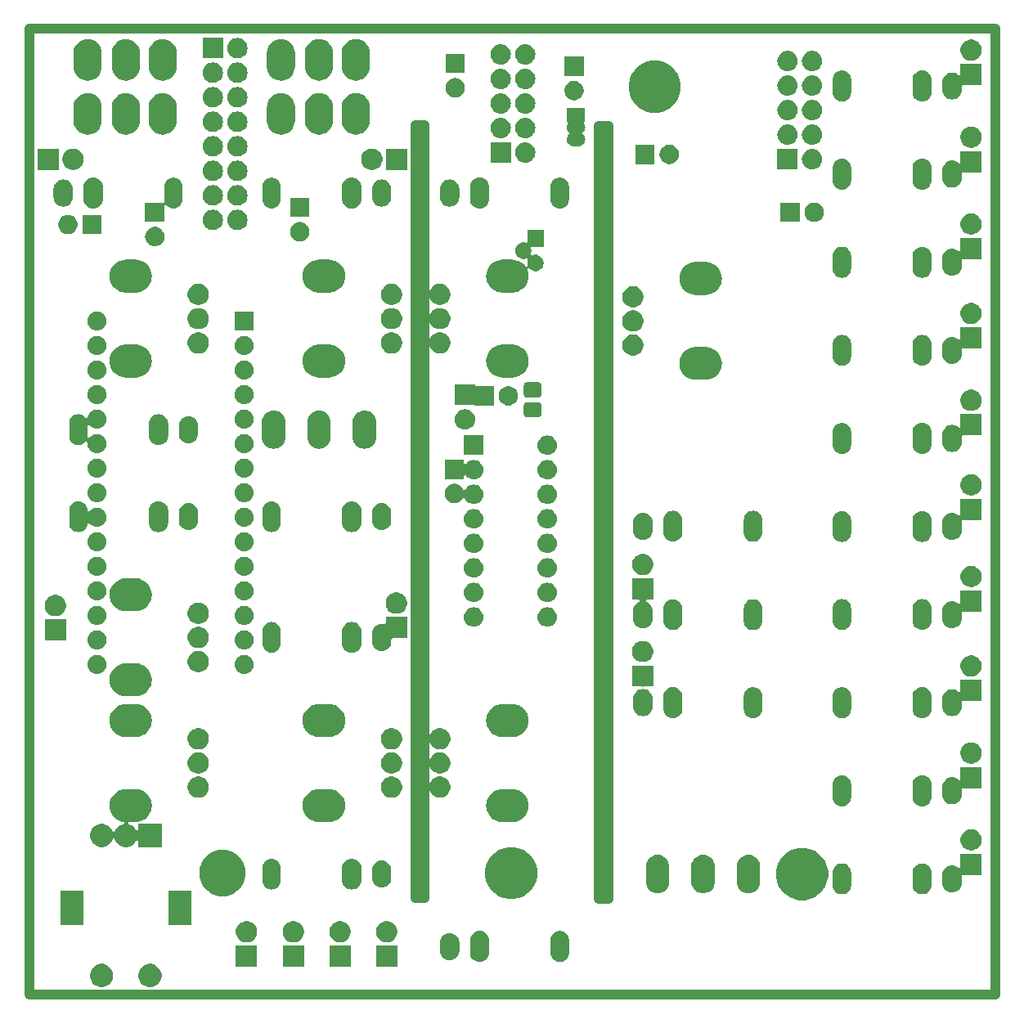
<source format=gbr>
%TF.GenerationSoftware,KiCad,Pcbnew,(5.0.2)-1*%
%TF.CreationDate,2019-02-28T19:15:17+01:00*%
%TF.ProjectId,Kicad-EffectsUnit1,4b696361-642d-4456-9666-65637473556e,Rev A*%
%TF.SameCoordinates,Original*%
%TF.FileFunction,Soldermask,Top*%
%TF.FilePolarity,Negative*%
%FSLAX46Y46*%
G04 Gerber Fmt 4.6, Leading zero omitted, Abs format (unit mm)*
G04 Created by KiCad (PCBNEW (5.0.2)-1) date 28/02/2019 19:15:17*
%MOMM*%
%LPD*%
G01*
G04 APERTURE LIST*
%ADD10C,1.000000*%
%ADD11C,0.150000*%
G04 APERTURE END LIST*
D10*
X159950000Y-60100000D02*
X159950000Y-140100000D01*
X158950000Y-140100000D02*
X158950000Y-60100000D01*
X158950000Y-60100000D02*
X159950000Y-60100000D01*
X158950000Y-140100000D02*
X159950000Y-140100000D01*
X139950000Y-140000000D02*
X140950000Y-140000000D01*
X139950000Y-60000000D02*
X140950000Y-60000000D01*
X139950000Y-140000000D02*
X139950000Y-60000000D01*
X140950000Y-60000000D02*
X140950000Y-140000000D01*
X200000000Y-50000000D02*
X100000000Y-50000000D01*
X200000000Y-150000000D02*
X200000000Y-50000000D01*
X100000000Y-150000000D02*
X200000000Y-150000000D01*
X100000000Y-50000000D02*
X100000000Y-150000000D01*
D11*
G36*
X112850026Y-146846115D02*
X113068412Y-146936573D01*
X113264958Y-147067901D01*
X113432099Y-147235042D01*
X113563427Y-147431588D01*
X113653885Y-147649974D01*
X113700000Y-147881809D01*
X113700000Y-148118191D01*
X113653885Y-148350026D01*
X113563427Y-148568412D01*
X113432099Y-148764958D01*
X113264958Y-148932099D01*
X113068412Y-149063427D01*
X112850026Y-149153885D01*
X112618191Y-149200000D01*
X112381809Y-149200000D01*
X112149974Y-149153885D01*
X111931588Y-149063427D01*
X111735042Y-148932099D01*
X111567901Y-148764958D01*
X111436573Y-148568412D01*
X111346115Y-148350026D01*
X111300000Y-148118191D01*
X111300000Y-147881809D01*
X111346115Y-147649974D01*
X111436573Y-147431588D01*
X111567901Y-147235042D01*
X111735042Y-147067901D01*
X111931588Y-146936573D01*
X112149974Y-146846115D01*
X112381809Y-146800000D01*
X112618191Y-146800000D01*
X112850026Y-146846115D01*
X112850026Y-146846115D01*
G37*
G36*
X107850026Y-146846115D02*
X108068412Y-146936573D01*
X108264958Y-147067901D01*
X108432099Y-147235042D01*
X108563427Y-147431588D01*
X108653885Y-147649974D01*
X108700000Y-147881809D01*
X108700000Y-148118191D01*
X108653885Y-148350026D01*
X108563427Y-148568412D01*
X108432099Y-148764958D01*
X108264958Y-148932099D01*
X108068412Y-149063427D01*
X107850026Y-149153885D01*
X107618191Y-149200000D01*
X107381809Y-149200000D01*
X107149974Y-149153885D01*
X106931588Y-149063427D01*
X106735042Y-148932099D01*
X106567901Y-148764958D01*
X106436573Y-148568412D01*
X106346115Y-148350026D01*
X106300000Y-148118191D01*
X106300000Y-147881809D01*
X106346115Y-147649974D01*
X106436573Y-147431588D01*
X106567901Y-147235042D01*
X106735042Y-147067901D01*
X106931588Y-146936573D01*
X107149974Y-146846115D01*
X107381809Y-146800000D01*
X107618191Y-146800000D01*
X107850026Y-146846115D01*
X107850026Y-146846115D01*
G37*
G36*
X123600000Y-147100000D02*
X121400000Y-147100000D01*
X121400000Y-144900000D01*
X123600000Y-144900000D01*
X123600000Y-147100000D01*
X123600000Y-147100000D01*
G37*
G36*
X128433333Y-147100000D02*
X126233333Y-147100000D01*
X126233333Y-144900000D01*
X128433333Y-144900000D01*
X128433333Y-147100000D01*
X128433333Y-147100000D01*
G37*
G36*
X133266666Y-147100000D02*
X131066666Y-147100000D01*
X131066666Y-144900000D01*
X133266666Y-144900000D01*
X133266666Y-147100000D01*
X133266666Y-147100000D01*
G37*
G36*
X138100000Y-147100000D02*
X135900000Y-147100000D01*
X135900000Y-144900000D01*
X138100000Y-144900000D01*
X138100000Y-147100000D01*
X138100000Y-147100000D01*
G37*
G36*
X146816030Y-143414469D02*
X146816033Y-143414470D01*
X146816034Y-143414470D01*
X147004535Y-143471651D01*
X147004537Y-143471652D01*
X147178260Y-143564509D01*
X147330528Y-143689472D01*
X147455491Y-143841740D01*
X147531902Y-143984694D01*
X147548349Y-144015465D01*
X147605530Y-144203966D01*
X147605531Y-144203970D01*
X147620000Y-144350876D01*
X147620000Y-145649124D01*
X147605531Y-145796030D01*
X147605530Y-145796033D01*
X147605530Y-145796034D01*
X147593337Y-145836230D01*
X147548348Y-145984537D01*
X147455491Y-146158260D01*
X147330528Y-146310528D01*
X147178258Y-146435493D01*
X147004539Y-146528347D01*
X147004536Y-146528348D01*
X147004534Y-146528349D01*
X146816033Y-146585530D01*
X146816032Y-146585530D01*
X146816029Y-146585531D01*
X146620000Y-146604838D01*
X146423970Y-146585531D01*
X146423967Y-146585530D01*
X146423966Y-146585530D01*
X146235465Y-146528349D01*
X146061742Y-146435492D01*
X146061740Y-146435491D01*
X145909472Y-146310528D01*
X145784507Y-146158258D01*
X145691653Y-145984539D01*
X145683681Y-145958258D01*
X145634470Y-145796033D01*
X145634470Y-145796032D01*
X145634469Y-145796029D01*
X145620000Y-145649123D01*
X145620000Y-144350876D01*
X145634469Y-144203965D01*
X145691651Y-144015467D01*
X145708100Y-143984694D01*
X145784509Y-143841742D01*
X145784510Y-143841740D01*
X145909473Y-143689472D01*
X146061741Y-143564509D01*
X146235464Y-143471652D01*
X146235466Y-143471651D01*
X146423967Y-143414470D01*
X146423968Y-143414470D01*
X146423971Y-143414469D01*
X146620000Y-143395162D01*
X146816030Y-143414469D01*
X146816030Y-143414469D01*
G37*
G36*
X155106232Y-143413746D02*
X155195770Y-143440907D01*
X155285309Y-143468068D01*
X155450347Y-143556283D01*
X155595001Y-143674999D01*
X155713717Y-143819653D01*
X155801932Y-143984691D01*
X155819237Y-144041740D01*
X155856254Y-144163768D01*
X155870000Y-144303335D01*
X155870000Y-145696665D01*
X155860214Y-145796030D01*
X155856254Y-145836231D01*
X155801932Y-146015309D01*
X155713717Y-146180347D01*
X155595001Y-146325001D01*
X155450347Y-146443717D01*
X155285308Y-146531932D01*
X155195769Y-146559093D01*
X155106231Y-146586254D01*
X154920000Y-146604596D01*
X154733768Y-146586254D01*
X154644230Y-146559093D01*
X154554691Y-146531932D01*
X154389653Y-146443717D01*
X154244999Y-146325001D01*
X154126283Y-146180347D01*
X154038068Y-146015308D01*
X154010907Y-145925769D01*
X153983746Y-145836231D01*
X153970000Y-145696664D01*
X153970000Y-144303334D01*
X153983746Y-144163766D01*
X154038068Y-143984694D01*
X154126284Y-143819653D01*
X154245000Y-143674999D01*
X154389654Y-143556283D01*
X154554692Y-143468068D01*
X154644231Y-143440907D01*
X154733769Y-143413746D01*
X154920000Y-143395404D01*
X155106232Y-143413746D01*
X155106232Y-143413746D01*
G37*
G36*
X143716030Y-143614469D02*
X143716033Y-143614470D01*
X143716034Y-143614470D01*
X143904535Y-143671651D01*
X143904537Y-143671652D01*
X144078260Y-143764509D01*
X144230528Y-143889472D01*
X144355491Y-144041740D01*
X144448349Y-144215464D01*
X144505531Y-144403969D01*
X144520000Y-144550877D01*
X144520000Y-145449124D01*
X144505531Y-145596030D01*
X144505530Y-145596033D01*
X144505530Y-145596034D01*
X144475004Y-145696666D01*
X144448348Y-145784537D01*
X144355491Y-145958260D01*
X144230528Y-146110528D01*
X144078258Y-146235493D01*
X143904539Y-146328347D01*
X143904536Y-146328348D01*
X143904534Y-146328349D01*
X143716033Y-146385530D01*
X143716032Y-146385530D01*
X143716029Y-146385531D01*
X143520000Y-146404838D01*
X143323970Y-146385531D01*
X143323967Y-146385530D01*
X143323966Y-146385530D01*
X143135465Y-146328349D01*
X142961742Y-146235492D01*
X142961740Y-146235491D01*
X142809472Y-146110528D01*
X142684507Y-145958258D01*
X142591653Y-145784539D01*
X142564997Y-145696665D01*
X142534470Y-145596033D01*
X142534470Y-145596032D01*
X142534469Y-145596029D01*
X142520000Y-145449123D01*
X142520000Y-144550876D01*
X142534469Y-144403965D01*
X142591651Y-144215467D01*
X142620653Y-144161209D01*
X142684509Y-144041742D01*
X142684510Y-144041740D01*
X142809473Y-143889472D01*
X142961741Y-143764509D01*
X143135464Y-143671652D01*
X143135466Y-143671651D01*
X143323967Y-143614470D01*
X143323968Y-143614470D01*
X143323971Y-143614469D01*
X143520000Y-143595162D01*
X143716030Y-143614469D01*
X143716030Y-143614469D01*
G37*
G36*
X122820857Y-142402272D02*
X123021042Y-142485191D01*
X123201213Y-142605578D01*
X123354422Y-142758787D01*
X123474809Y-142938958D01*
X123557728Y-143139143D01*
X123600000Y-143351658D01*
X123600000Y-143568342D01*
X123557728Y-143780857D01*
X123474809Y-143981042D01*
X123354422Y-144161213D01*
X123201213Y-144314422D01*
X123021042Y-144434809D01*
X122820857Y-144517728D01*
X122608342Y-144560000D01*
X122391658Y-144560000D01*
X122179143Y-144517728D01*
X121978958Y-144434809D01*
X121798787Y-144314422D01*
X121645578Y-144161213D01*
X121525191Y-143981042D01*
X121442272Y-143780857D01*
X121400000Y-143568342D01*
X121400000Y-143351658D01*
X121442272Y-143139143D01*
X121525191Y-142938958D01*
X121645578Y-142758787D01*
X121798787Y-142605578D01*
X121978958Y-142485191D01*
X122179143Y-142402272D01*
X122391658Y-142360000D01*
X122608342Y-142360000D01*
X122820857Y-142402272D01*
X122820857Y-142402272D01*
G37*
G36*
X127654190Y-142402272D02*
X127854375Y-142485191D01*
X128034546Y-142605578D01*
X128187755Y-142758787D01*
X128308142Y-142938958D01*
X128391061Y-143139143D01*
X128433333Y-143351658D01*
X128433333Y-143568342D01*
X128391061Y-143780857D01*
X128308142Y-143981042D01*
X128187755Y-144161213D01*
X128034546Y-144314422D01*
X127854375Y-144434809D01*
X127654190Y-144517728D01*
X127441675Y-144560000D01*
X127224991Y-144560000D01*
X127012476Y-144517728D01*
X126812291Y-144434809D01*
X126632120Y-144314422D01*
X126478911Y-144161213D01*
X126358524Y-143981042D01*
X126275605Y-143780857D01*
X126233333Y-143568342D01*
X126233333Y-143351658D01*
X126275605Y-143139143D01*
X126358524Y-142938958D01*
X126478911Y-142758787D01*
X126632120Y-142605578D01*
X126812291Y-142485191D01*
X127012476Y-142402272D01*
X127224991Y-142360000D01*
X127441675Y-142360000D01*
X127654190Y-142402272D01*
X127654190Y-142402272D01*
G37*
G36*
X132487523Y-142402272D02*
X132687708Y-142485191D01*
X132867879Y-142605578D01*
X133021088Y-142758787D01*
X133141475Y-142938958D01*
X133224394Y-143139143D01*
X133266666Y-143351658D01*
X133266666Y-143568342D01*
X133224394Y-143780857D01*
X133141475Y-143981042D01*
X133021088Y-144161213D01*
X132867879Y-144314422D01*
X132687708Y-144434809D01*
X132487523Y-144517728D01*
X132275008Y-144560000D01*
X132058324Y-144560000D01*
X131845809Y-144517728D01*
X131645624Y-144434809D01*
X131465453Y-144314422D01*
X131312244Y-144161213D01*
X131191857Y-143981042D01*
X131108938Y-143780857D01*
X131066666Y-143568342D01*
X131066666Y-143351658D01*
X131108938Y-143139143D01*
X131191857Y-142938958D01*
X131312244Y-142758787D01*
X131465453Y-142605578D01*
X131645624Y-142485191D01*
X131845809Y-142402272D01*
X132058324Y-142360000D01*
X132275008Y-142360000D01*
X132487523Y-142402272D01*
X132487523Y-142402272D01*
G37*
G36*
X137320857Y-142402272D02*
X137521042Y-142485191D01*
X137701213Y-142605578D01*
X137854422Y-142758787D01*
X137974809Y-142938958D01*
X138057728Y-143139143D01*
X138100000Y-143351658D01*
X138100000Y-143568342D01*
X138057728Y-143780857D01*
X137974809Y-143981042D01*
X137854422Y-144161213D01*
X137701213Y-144314422D01*
X137521042Y-144434809D01*
X137320857Y-144517728D01*
X137108342Y-144560000D01*
X136891658Y-144560000D01*
X136679143Y-144517728D01*
X136478958Y-144434809D01*
X136298787Y-144314422D01*
X136145578Y-144161213D01*
X136025191Y-143981042D01*
X135942272Y-143780857D01*
X135900000Y-143568342D01*
X135900000Y-143351658D01*
X135942272Y-143139143D01*
X136025191Y-142938958D01*
X136145578Y-142758787D01*
X136298787Y-142605578D01*
X136478958Y-142485191D01*
X136679143Y-142402272D01*
X136891658Y-142360000D01*
X137108342Y-142360000D01*
X137320857Y-142402272D01*
X137320857Y-142402272D01*
G37*
G36*
X116800000Y-142800000D02*
X114400000Y-142800000D01*
X114400000Y-139200000D01*
X116800000Y-139200000D01*
X116800000Y-142800000D01*
X116800000Y-142800000D01*
G37*
G36*
X105600000Y-142800000D02*
X103200000Y-142800000D01*
X103200000Y-139200000D01*
X105600000Y-139200000D01*
X105600000Y-142800000D01*
X105600000Y-142800000D01*
G37*
G36*
X180787560Y-134903759D02*
X181278928Y-135107290D01*
X181278930Y-135107291D01*
X181628390Y-135340793D01*
X181721153Y-135402775D01*
X182097225Y-135778847D01*
X182097227Y-135778850D01*
X182363405Y-136177213D01*
X182392710Y-136221072D01*
X182596241Y-136712440D01*
X182700000Y-137234072D01*
X182700000Y-137765928D01*
X182596241Y-138287560D01*
X182394337Y-138775000D01*
X182392709Y-138778930D01*
X182175106Y-139104596D01*
X182097225Y-139221153D01*
X181721153Y-139597225D01*
X181721150Y-139597227D01*
X181278930Y-139892709D01*
X181278929Y-139892710D01*
X181278928Y-139892710D01*
X180787560Y-140096241D01*
X180265928Y-140200000D01*
X179734072Y-140200000D01*
X179212440Y-140096241D01*
X178721072Y-139892710D01*
X178721071Y-139892710D01*
X178721070Y-139892709D01*
X178278850Y-139597227D01*
X178278847Y-139597225D01*
X177902775Y-139221153D01*
X177824894Y-139104596D01*
X177607291Y-138778930D01*
X177605663Y-138775000D01*
X177403759Y-138287560D01*
X177300000Y-137765928D01*
X177300000Y-137234072D01*
X177403759Y-136712440D01*
X177607290Y-136221072D01*
X177636596Y-136177213D01*
X177902773Y-135778850D01*
X177902775Y-135778847D01*
X178278847Y-135402775D01*
X178371610Y-135340793D01*
X178721070Y-135107291D01*
X178721072Y-135107290D01*
X179212440Y-134903759D01*
X179734072Y-134800000D01*
X180265928Y-134800000D01*
X180787560Y-134903759D01*
X180787560Y-134903759D01*
G37*
G36*
X150687560Y-134803759D02*
X151161328Y-135000000D01*
X151178930Y-135007291D01*
X151528390Y-135240793D01*
X151621153Y-135302775D01*
X151997225Y-135678847D01*
X151997227Y-135678850D01*
X152288707Y-136115080D01*
X152292710Y-136121072D01*
X152496241Y-136612440D01*
X152600000Y-137134072D01*
X152600000Y-137665928D01*
X152496241Y-138187560D01*
X152294337Y-138675000D01*
X152292709Y-138678930D01*
X152088512Y-138984532D01*
X151997225Y-139121153D01*
X151621153Y-139497225D01*
X151621150Y-139497227D01*
X151178930Y-139792709D01*
X151178929Y-139792710D01*
X151178928Y-139792710D01*
X150687560Y-139996241D01*
X150165928Y-140100000D01*
X149634072Y-140100000D01*
X149112440Y-139996241D01*
X148621072Y-139792710D01*
X148621071Y-139792710D01*
X148621070Y-139792709D01*
X148178850Y-139497227D01*
X148178847Y-139497225D01*
X147802775Y-139121153D01*
X147711488Y-138984532D01*
X147507291Y-138678930D01*
X147505663Y-138675000D01*
X147303759Y-138187560D01*
X147200000Y-137665928D01*
X147200000Y-137134072D01*
X147303759Y-136612440D01*
X147507290Y-136121072D01*
X147511294Y-136115080D01*
X147802773Y-135678850D01*
X147802775Y-135678847D01*
X148178847Y-135302775D01*
X148271610Y-135240793D01*
X148621070Y-135007291D01*
X148638672Y-135000000D01*
X149112440Y-134803759D01*
X149634072Y-134700000D01*
X150165928Y-134700000D01*
X150687560Y-134803759D01*
X150687560Y-134803759D01*
G37*
G36*
X120351904Y-135022979D02*
X120700054Y-135092230D01*
X121136826Y-135273147D01*
X121529911Y-135535798D01*
X121864202Y-135870089D01*
X122126853Y-136263174D01*
X122307770Y-136699946D01*
X122352149Y-136923058D01*
X122400000Y-137163619D01*
X122400000Y-137636381D01*
X122387223Y-137700614D01*
X122307770Y-138100054D01*
X122126853Y-138536826D01*
X121864202Y-138929911D01*
X121529911Y-139264202D01*
X121136826Y-139526853D01*
X120700054Y-139707770D01*
X120351904Y-139777021D01*
X120236381Y-139800000D01*
X119763619Y-139800000D01*
X119648096Y-139777021D01*
X119299946Y-139707770D01*
X118863174Y-139526853D01*
X118470089Y-139264202D01*
X118135798Y-138929911D01*
X117873147Y-138536826D01*
X117692230Y-138100054D01*
X117612777Y-137700614D01*
X117600000Y-137636381D01*
X117600000Y-137163619D01*
X117647851Y-136923058D01*
X117692230Y-136699946D01*
X117873147Y-136263174D01*
X118135798Y-135870089D01*
X118470089Y-135535798D01*
X118863174Y-135273147D01*
X119299946Y-135092230D01*
X119648096Y-135022979D01*
X119763619Y-135000000D01*
X120236381Y-135000000D01*
X120351904Y-135022979D01*
X120351904Y-135022979D01*
G37*
G36*
X192618546Y-136414464D02*
X192618549Y-136414465D01*
X192618550Y-136414465D01*
X192807051Y-136471646D01*
X192807053Y-136471647D01*
X192807056Y-136471648D01*
X192980775Y-136564502D01*
X193133045Y-136689467D01*
X193258008Y-136841735D01*
X193334418Y-136984688D01*
X193350866Y-137015460D01*
X193408047Y-137203961D01*
X193408048Y-137203965D01*
X193422517Y-137350871D01*
X193422517Y-138649119D01*
X193408048Y-138796025D01*
X193408047Y-138796028D01*
X193408047Y-138796029D01*
X193350867Y-138984528D01*
X193350865Y-138984532D01*
X193258008Y-139158255D01*
X193133045Y-139310523D01*
X192980777Y-139435486D01*
X192807054Y-139528343D01*
X192807052Y-139528344D01*
X192618551Y-139585525D01*
X192618550Y-139585525D01*
X192618547Y-139585526D01*
X192422517Y-139604833D01*
X192226488Y-139585526D01*
X192226485Y-139585525D01*
X192226484Y-139585525D01*
X192037983Y-139528344D01*
X192037981Y-139528343D01*
X191864258Y-139435486D01*
X191711990Y-139310523D01*
X191587027Y-139158255D01*
X191540597Y-139071391D01*
X191494169Y-138984530D01*
X191494168Y-138984528D01*
X191436986Y-138796030D01*
X191422517Y-138649119D01*
X191422517Y-137350872D01*
X191436986Y-137203966D01*
X191436987Y-137203962D01*
X191494168Y-137015461D01*
X191494169Y-137015459D01*
X191494170Y-137015456D01*
X191587024Y-136841737D01*
X191711989Y-136689467D01*
X191864257Y-136564504D01*
X192037980Y-136471647D01*
X192037982Y-136471646D01*
X192226483Y-136414465D01*
X192226484Y-136414465D01*
X192226487Y-136414464D01*
X192422517Y-136395157D01*
X192618546Y-136414464D01*
X192618546Y-136414464D01*
G37*
G36*
X184308748Y-136413741D02*
X184398286Y-136440902D01*
X184487825Y-136468063D01*
X184652864Y-136556278D01*
X184797518Y-136674994D01*
X184916234Y-136819648D01*
X185004449Y-136984686D01*
X185024528Y-137050880D01*
X185058771Y-137163763D01*
X185072517Y-137303330D01*
X185072517Y-138696660D01*
X185061458Y-138808950D01*
X185058771Y-138836226D01*
X185004449Y-139015304D01*
X184916234Y-139180342D01*
X184797518Y-139324996D01*
X184652864Y-139443712D01*
X184487826Y-139531927D01*
X184428200Y-139550014D01*
X184308749Y-139586249D01*
X184122517Y-139604591D01*
X183936286Y-139586249D01*
X183816835Y-139550014D01*
X183757209Y-139531927D01*
X183592171Y-139443712D01*
X183447517Y-139324996D01*
X183328801Y-139180342D01*
X183240585Y-139015301D01*
X183186263Y-138836229D01*
X183172517Y-138696661D01*
X183172517Y-137303330D01*
X183181172Y-137215456D01*
X183186263Y-137163764D01*
X183223279Y-137041737D01*
X183240585Y-136984687D01*
X183328800Y-136819648D01*
X183447516Y-136674994D01*
X183592170Y-136556278D01*
X183757208Y-136468063D01*
X183846747Y-136440902D01*
X183936285Y-136413741D01*
X184122517Y-136395399D01*
X184308748Y-136413741D01*
X184308748Y-136413741D01*
G37*
G36*
X169988377Y-135539595D02*
X170135074Y-135584095D01*
X170217594Y-135609127D01*
X170274051Y-135639304D01*
X170428841Y-135722041D01*
X170614002Y-135873998D01*
X170765959Y-136059158D01*
X170818103Y-136156713D01*
X170878873Y-136270405D01*
X170887850Y-136300000D01*
X170948405Y-136499622D01*
X170966000Y-136678268D01*
X170966000Y-138321732D01*
X170948405Y-138500378D01*
X170903286Y-138649115D01*
X170878873Y-138729595D01*
X170849510Y-138784528D01*
X170765959Y-138940842D01*
X170614002Y-139126002D01*
X170428842Y-139277959D01*
X170279960Y-139357538D01*
X170217595Y-139390873D01*
X170141189Y-139414050D01*
X169988378Y-139460405D01*
X169750000Y-139483883D01*
X169511623Y-139460405D01*
X169358812Y-139414050D01*
X169282406Y-139390873D01*
X169220041Y-139357538D01*
X169071159Y-139277959D01*
X168885999Y-139126002D01*
X168734042Y-138940842D01*
X168621128Y-138729594D01*
X168611562Y-138698058D01*
X168551595Y-138500379D01*
X168534000Y-138321733D01*
X168534000Y-136678268D01*
X168551595Y-136499625D01*
X168551595Y-136499623D01*
X168615959Y-136287444D01*
X168621127Y-136270406D01*
X168664388Y-136189472D01*
X168734041Y-136059159D01*
X168885998Y-135873998D01*
X169071158Y-135722041D01*
X169220040Y-135642462D01*
X169282405Y-135609127D01*
X169364925Y-135584095D01*
X169511622Y-135539595D01*
X169750000Y-135516117D01*
X169988377Y-135539595D01*
X169988377Y-135539595D01*
G37*
G36*
X174688377Y-135539595D02*
X174835074Y-135584095D01*
X174917594Y-135609127D01*
X174974051Y-135639304D01*
X175128841Y-135722041D01*
X175314002Y-135873998D01*
X175465959Y-136059158D01*
X175518103Y-136156713D01*
X175578873Y-136270405D01*
X175587850Y-136300000D01*
X175648405Y-136499622D01*
X175666000Y-136678268D01*
X175666000Y-138321732D01*
X175648405Y-138500378D01*
X175603286Y-138649115D01*
X175578873Y-138729595D01*
X175549510Y-138784528D01*
X175465959Y-138940842D01*
X175314002Y-139126002D01*
X175128842Y-139277959D01*
X174979960Y-139357538D01*
X174917595Y-139390873D01*
X174841189Y-139414050D01*
X174688378Y-139460405D01*
X174450000Y-139483883D01*
X174211623Y-139460405D01*
X174058812Y-139414050D01*
X173982406Y-139390873D01*
X173920041Y-139357538D01*
X173771159Y-139277959D01*
X173585999Y-139126002D01*
X173434042Y-138940842D01*
X173321128Y-138729594D01*
X173311562Y-138698058D01*
X173251595Y-138500379D01*
X173234000Y-138321733D01*
X173234000Y-136678268D01*
X173251595Y-136499625D01*
X173251595Y-136499623D01*
X173315959Y-136287444D01*
X173321127Y-136270406D01*
X173364388Y-136189472D01*
X173434041Y-136059159D01*
X173585998Y-135873998D01*
X173771158Y-135722041D01*
X173920040Y-135642462D01*
X173982405Y-135609127D01*
X174064925Y-135584095D01*
X174211622Y-135539595D01*
X174450000Y-135516117D01*
X174688377Y-135539595D01*
X174688377Y-135539595D01*
G37*
G36*
X165288377Y-135539595D02*
X165435074Y-135584095D01*
X165517594Y-135609127D01*
X165574051Y-135639304D01*
X165728841Y-135722041D01*
X165914002Y-135873998D01*
X166065959Y-136059158D01*
X166118103Y-136156713D01*
X166178873Y-136270405D01*
X166187850Y-136300000D01*
X166248405Y-136499622D01*
X166266000Y-136678268D01*
X166266000Y-138321732D01*
X166248405Y-138500378D01*
X166203286Y-138649115D01*
X166178873Y-138729595D01*
X166149510Y-138784528D01*
X166065959Y-138940842D01*
X165914002Y-139126002D01*
X165728842Y-139277959D01*
X165579960Y-139357538D01*
X165517595Y-139390873D01*
X165441189Y-139414050D01*
X165288378Y-139460405D01*
X165050000Y-139483883D01*
X164811623Y-139460405D01*
X164658812Y-139414050D01*
X164582406Y-139390873D01*
X164520041Y-139357538D01*
X164371159Y-139277959D01*
X164185999Y-139126002D01*
X164034042Y-138940842D01*
X163921128Y-138729594D01*
X163911562Y-138698058D01*
X163851595Y-138500379D01*
X163834000Y-138321733D01*
X163834000Y-136678268D01*
X163851595Y-136499625D01*
X163851595Y-136499623D01*
X163915959Y-136287444D01*
X163921127Y-136270406D01*
X163964388Y-136189472D01*
X164034041Y-136059159D01*
X164185998Y-135873998D01*
X164371158Y-135722041D01*
X164520040Y-135642462D01*
X164582405Y-135609127D01*
X164664925Y-135584095D01*
X164811622Y-135539595D01*
X165050000Y-135516117D01*
X165288377Y-135539595D01*
X165288377Y-135539595D01*
G37*
G36*
X198600000Y-137600000D02*
X196647517Y-137600000D01*
X196623131Y-137602402D01*
X196599682Y-137609515D01*
X196578071Y-137621066D01*
X196559129Y-137636612D01*
X196543583Y-137655554D01*
X196532032Y-137677165D01*
X196524919Y-137700614D01*
X196522517Y-137725000D01*
X196522517Y-138449118D01*
X196508048Y-138596026D01*
X196450866Y-138784531D01*
X196358008Y-138958255D01*
X196233045Y-139110523D01*
X196080777Y-139235486D01*
X196080775Y-139235487D01*
X195907052Y-139328344D01*
X195718551Y-139385525D01*
X195718550Y-139385525D01*
X195718547Y-139385526D01*
X195522517Y-139404833D01*
X195326488Y-139385526D01*
X195326485Y-139385525D01*
X195326484Y-139385525D01*
X195137983Y-139328344D01*
X194964260Y-139235487D01*
X194964258Y-139235486D01*
X194811990Y-139110523D01*
X194687027Y-138958255D01*
X194596813Y-138789477D01*
X194594169Y-138784530D01*
X194592470Y-138778930D01*
X194536986Y-138596030D01*
X194522517Y-138449119D01*
X194522517Y-137550872D01*
X194536986Y-137403966D01*
X194536987Y-137403962D01*
X194594168Y-137215461D01*
X194594169Y-137215459D01*
X194594170Y-137215456D01*
X194687024Y-137041737D01*
X194811989Y-136889467D01*
X194964257Y-136764504D01*
X195137980Y-136671647D01*
X195137982Y-136671646D01*
X195326483Y-136614465D01*
X195326484Y-136614465D01*
X195326487Y-136614464D01*
X195522517Y-136595157D01*
X195718546Y-136614464D01*
X195718549Y-136614465D01*
X195718550Y-136614465D01*
X195907051Y-136671646D01*
X195907053Y-136671647D01*
X195907056Y-136671648D01*
X196080771Y-136764500D01*
X196080774Y-136764502D01*
X196080775Y-136764503D01*
X196195700Y-136858819D01*
X196195701Y-136858820D01*
X196216076Y-136872433D01*
X196238715Y-136881811D01*
X196262748Y-136886591D01*
X196287253Y-136886591D01*
X196311286Y-136881810D01*
X196333925Y-136872433D01*
X196354299Y-136858819D01*
X196371627Y-136841492D01*
X196385240Y-136821117D01*
X196394618Y-136798478D01*
X196400000Y-136762193D01*
X196400000Y-135400000D01*
X198600000Y-135400000D01*
X198600000Y-137600000D01*
X198600000Y-137600000D01*
G37*
G36*
X133576029Y-135914469D02*
X133576032Y-135914470D01*
X133576033Y-135914470D01*
X133764534Y-135971651D01*
X133764536Y-135971652D01*
X133764539Y-135971653D01*
X133938258Y-136064507D01*
X134090528Y-136189472D01*
X134215491Y-136341740D01*
X134291901Y-136484693D01*
X134308349Y-136515465D01*
X134364311Y-136699947D01*
X134365531Y-136703970D01*
X134380000Y-136850876D01*
X134380000Y-138149124D01*
X134365531Y-138296030D01*
X134365530Y-138296033D01*
X134365530Y-138296034D01*
X134308350Y-138484533D01*
X134308348Y-138484537D01*
X134215491Y-138658260D01*
X134090528Y-138810528D01*
X133938260Y-138935491D01*
X133764537Y-139028348D01*
X133764535Y-139028349D01*
X133576034Y-139085530D01*
X133576033Y-139085530D01*
X133576030Y-139085531D01*
X133380000Y-139104838D01*
X133183971Y-139085531D01*
X133183968Y-139085530D01*
X133183967Y-139085530D01*
X132995466Y-139028349D01*
X132995464Y-139028348D01*
X132821741Y-138935491D01*
X132669473Y-138810528D01*
X132544510Y-138658260D01*
X132468101Y-138515308D01*
X132451652Y-138484535D01*
X132451651Y-138484533D01*
X132394469Y-138296035D01*
X132380000Y-138149124D01*
X132380000Y-136850877D01*
X132394469Y-136703971D01*
X132394470Y-136703967D01*
X132451651Y-136515466D01*
X132451652Y-136515464D01*
X132451653Y-136515461D01*
X132544507Y-136341742D01*
X132669472Y-136189472D01*
X132821740Y-136064509D01*
X132995463Y-135971652D01*
X132995465Y-135971651D01*
X133183966Y-135914470D01*
X133183967Y-135914470D01*
X133183970Y-135914469D01*
X133380000Y-135895162D01*
X133576029Y-135914469D01*
X133576029Y-135914469D01*
G37*
G36*
X125266231Y-135913746D02*
X125355769Y-135940907D01*
X125445308Y-135968068D01*
X125610347Y-136056283D01*
X125755001Y-136174999D01*
X125873717Y-136319653D01*
X125961932Y-136484691D01*
X125966462Y-136499624D01*
X126016254Y-136663768D01*
X126020214Y-136703971D01*
X126025943Y-136762138D01*
X126030000Y-136803335D01*
X126030000Y-138196665D01*
X126016254Y-138336232D01*
X126009112Y-138359775D01*
X125961932Y-138515309D01*
X125873717Y-138680347D01*
X125755001Y-138825001D01*
X125610347Y-138943717D01*
X125445309Y-139031932D01*
X125372134Y-139054129D01*
X125266232Y-139086254D01*
X125080000Y-139104596D01*
X124893769Y-139086254D01*
X124787867Y-139054129D01*
X124714692Y-139031932D01*
X124549654Y-138943717D01*
X124405000Y-138825001D01*
X124286284Y-138680347D01*
X124198068Y-138515306D01*
X124143746Y-138336234D01*
X124130000Y-138196666D01*
X124130000Y-136803335D01*
X124138952Y-136712440D01*
X124143746Y-136663769D01*
X124180763Y-136541740D01*
X124198068Y-136484692D01*
X124286283Y-136319653D01*
X124404999Y-136174999D01*
X124549653Y-136056283D01*
X124714691Y-135968068D01*
X124804230Y-135940907D01*
X124893768Y-135913746D01*
X125080000Y-135895404D01*
X125266231Y-135913746D01*
X125266231Y-135913746D01*
G37*
G36*
X136676029Y-136114469D02*
X136676032Y-136114470D01*
X136676033Y-136114470D01*
X136864534Y-136171651D01*
X136864536Y-136171652D01*
X136864539Y-136171653D01*
X137038258Y-136264507D01*
X137190528Y-136389472D01*
X137315491Y-136541740D01*
X137402203Y-136703966D01*
X137408349Y-136715465D01*
X137458809Y-136881810D01*
X137465531Y-136903970D01*
X137480000Y-137050876D01*
X137480000Y-137949123D01*
X137465531Y-138096031D01*
X137408349Y-138284536D01*
X137315491Y-138458260D01*
X137190528Y-138610528D01*
X137038260Y-138735491D01*
X136900828Y-138808950D01*
X136864535Y-138828349D01*
X136676034Y-138885530D01*
X136676033Y-138885530D01*
X136676030Y-138885531D01*
X136480000Y-138904838D01*
X136283971Y-138885531D01*
X136283968Y-138885530D01*
X136283967Y-138885530D01*
X136095466Y-138828349D01*
X136059173Y-138808950D01*
X135921741Y-138735491D01*
X135769473Y-138610528D01*
X135644510Y-138458260D01*
X135551651Y-138284533D01*
X135494469Y-138096035D01*
X135480000Y-137949124D01*
X135480000Y-137050877D01*
X135494469Y-136903971D01*
X135494470Y-136903967D01*
X135551651Y-136715466D01*
X135551652Y-136715464D01*
X135551653Y-136715461D01*
X135644507Y-136541742D01*
X135769472Y-136389472D01*
X135921740Y-136264509D01*
X136095463Y-136171652D01*
X136095465Y-136171651D01*
X136283966Y-136114470D01*
X136283967Y-136114470D01*
X136283970Y-136114469D01*
X136480000Y-136095162D01*
X136676029Y-136114469D01*
X136676029Y-136114469D01*
G37*
G36*
X197820857Y-132902272D02*
X198021042Y-132985191D01*
X198021045Y-132985193D01*
X198197670Y-133103210D01*
X198201213Y-133105578D01*
X198354422Y-133258787D01*
X198474809Y-133438958D01*
X198557728Y-133639143D01*
X198600000Y-133851658D01*
X198600000Y-134068342D01*
X198557728Y-134280857D01*
X198474809Y-134481042D01*
X198474807Y-134481045D01*
X198359319Y-134653885D01*
X198354422Y-134661213D01*
X198201213Y-134814422D01*
X198201210Y-134814424D01*
X198201209Y-134814425D01*
X198067510Y-134903760D01*
X198021042Y-134934809D01*
X197820857Y-135017728D01*
X197608342Y-135060000D01*
X197391658Y-135060000D01*
X197179143Y-135017728D01*
X196978958Y-134934809D01*
X196932490Y-134903760D01*
X196798791Y-134814425D01*
X196798790Y-134814424D01*
X196798787Y-134814422D01*
X196645578Y-134661213D01*
X196640682Y-134653885D01*
X196525193Y-134481045D01*
X196525191Y-134481042D01*
X196442272Y-134280857D01*
X196400000Y-134068342D01*
X196400000Y-133851658D01*
X196442272Y-133639143D01*
X196525191Y-133438958D01*
X196645578Y-133258787D01*
X196798787Y-133105578D01*
X196802331Y-133103210D01*
X196978955Y-132985193D01*
X196978958Y-132985191D01*
X197179143Y-132902272D01*
X197391658Y-132860000D01*
X197608342Y-132860000D01*
X197820857Y-132902272D01*
X197820857Y-132902272D01*
G37*
G36*
X111166759Y-128708199D02*
X111333258Y-128724598D01*
X111546892Y-128789403D01*
X111653710Y-128821806D01*
X111949041Y-128979664D01*
X112207898Y-129192102D01*
X112420336Y-129450959D01*
X112578194Y-129746290D01*
X112610597Y-129853108D01*
X112675402Y-130066742D01*
X112708225Y-130400000D01*
X112675402Y-130733258D01*
X112610597Y-130946892D01*
X112578194Y-131053710D01*
X112420336Y-131349041D01*
X112207898Y-131607898D01*
X111949041Y-131820336D01*
X111653710Y-131978194D01*
X111566696Y-132004589D01*
X111399248Y-132055384D01*
X111376614Y-132064760D01*
X111356239Y-132078374D01*
X111338912Y-132095701D01*
X111325298Y-132116075D01*
X111315921Y-132138714D01*
X111311140Y-132162748D01*
X111311140Y-132187252D01*
X111315920Y-132211285D01*
X111325298Y-132233924D01*
X111338912Y-132254299D01*
X111356239Y-132271626D01*
X111376613Y-132285240D01*
X111399252Y-132294617D01*
X111423286Y-132299398D01*
X111435538Y-132300000D01*
X113700000Y-132300000D01*
X113700000Y-134700000D01*
X111300000Y-134700000D01*
X111300000Y-134125692D01*
X111297598Y-134101306D01*
X111290485Y-134077857D01*
X111278934Y-134056246D01*
X111263388Y-134037304D01*
X111244446Y-134021758D01*
X111222835Y-134010207D01*
X111199386Y-134003094D01*
X111175000Y-134000692D01*
X111150614Y-134003094D01*
X111127165Y-134010207D01*
X111105554Y-134021758D01*
X111086612Y-134037304D01*
X111071066Y-134056246D01*
X111069105Y-134059915D01*
X110932099Y-134264958D01*
X110764958Y-134432099D01*
X110568412Y-134563427D01*
X110350026Y-134653885D01*
X110118191Y-134700000D01*
X109881809Y-134700000D01*
X109649974Y-134653885D01*
X109431588Y-134563427D01*
X109235042Y-134432099D01*
X109067901Y-134264958D01*
X108936573Y-134068412D01*
X108865485Y-133896790D01*
X108853934Y-133875179D01*
X108838388Y-133856237D01*
X108819446Y-133840691D01*
X108797836Y-133829140D01*
X108774386Y-133822027D01*
X108750000Y-133819625D01*
X108725614Y-133822027D01*
X108702165Y-133829140D01*
X108680554Y-133840691D01*
X108661612Y-133856237D01*
X108646066Y-133875179D01*
X108634515Y-133896790D01*
X108563427Y-134068412D01*
X108432099Y-134264958D01*
X108264958Y-134432099D01*
X108068412Y-134563427D01*
X107850026Y-134653885D01*
X107618191Y-134700000D01*
X107381809Y-134700000D01*
X107149974Y-134653885D01*
X106931588Y-134563427D01*
X106735042Y-134432099D01*
X106567901Y-134264958D01*
X106436573Y-134068412D01*
X106346115Y-133850026D01*
X106300000Y-133618191D01*
X106300000Y-133381809D01*
X106346115Y-133149974D01*
X106436573Y-132931588D01*
X106567901Y-132735042D01*
X106735042Y-132567901D01*
X106931588Y-132436573D01*
X107149974Y-132346115D01*
X107381809Y-132300000D01*
X107618191Y-132300000D01*
X107850026Y-132346115D01*
X108068412Y-132436573D01*
X108264958Y-132567901D01*
X108432099Y-132735042D01*
X108563427Y-132931588D01*
X108634515Y-133103210D01*
X108646066Y-133124821D01*
X108661612Y-133143763D01*
X108680554Y-133159309D01*
X108702164Y-133170860D01*
X108725614Y-133177973D01*
X108750000Y-133180375D01*
X108774386Y-133177973D01*
X108797835Y-133170860D01*
X108819446Y-133159309D01*
X108838388Y-133143763D01*
X108853934Y-133124821D01*
X108865485Y-133103210D01*
X108936573Y-132931588D01*
X109067901Y-132735042D01*
X109235042Y-132567901D01*
X109431588Y-132436573D01*
X109649973Y-132346115D01*
X109739294Y-132328348D01*
X109762743Y-132321235D01*
X109784354Y-132309684D01*
X109803296Y-132294138D01*
X109818841Y-132275196D01*
X109830392Y-132253585D01*
X109837505Y-132230136D01*
X109838010Y-132225000D01*
X110256868Y-132225000D01*
X110259270Y-132249386D01*
X110266383Y-132272835D01*
X110277934Y-132294446D01*
X110293480Y-132313388D01*
X110312422Y-132328934D01*
X110334033Y-132340485D01*
X110343005Y-132343207D01*
X110568412Y-132436573D01*
X110764958Y-132567901D01*
X110932099Y-132735042D01*
X111069110Y-132940093D01*
X111071071Y-132943761D01*
X111086618Y-132962702D01*
X111105561Y-132978246D01*
X111127172Y-132989796D01*
X111150622Y-132996908D01*
X111175008Y-132999308D01*
X111199395Y-132996905D01*
X111222843Y-132989790D01*
X111244453Y-132978237D01*
X111263394Y-132962690D01*
X111278938Y-132943747D01*
X111290488Y-132922136D01*
X111297600Y-132898686D01*
X111300000Y-132874308D01*
X111300000Y-132216594D01*
X111297598Y-132192208D01*
X111290485Y-132168759D01*
X111278934Y-132147148D01*
X111263388Y-132128206D01*
X111244446Y-132112660D01*
X111222835Y-132101109D01*
X111199386Y-132093996D01*
X111162748Y-132092196D01*
X111083511Y-132100000D01*
X110381868Y-132100000D01*
X110357482Y-132102402D01*
X110334033Y-132109515D01*
X110312422Y-132121066D01*
X110293480Y-132136612D01*
X110277934Y-132155554D01*
X110266383Y-132177165D01*
X110259270Y-132200614D01*
X110256868Y-132225000D01*
X109838010Y-132225000D01*
X109839907Y-132205750D01*
X109837505Y-132181363D01*
X109830392Y-132157914D01*
X109818841Y-132136303D01*
X109803295Y-132117361D01*
X109784353Y-132101816D01*
X109762742Y-132090265D01*
X109739293Y-132083152D01*
X109727170Y-132081354D01*
X109666742Y-132075402D01*
X109453108Y-132010597D01*
X109346290Y-131978194D01*
X109050959Y-131820336D01*
X108792102Y-131607898D01*
X108579664Y-131349041D01*
X108421806Y-131053710D01*
X108389403Y-130946892D01*
X108324598Y-130733258D01*
X108291775Y-130400000D01*
X108324598Y-130066742D01*
X108389403Y-129853108D01*
X108421806Y-129746290D01*
X108579664Y-129450959D01*
X108792102Y-129192102D01*
X109050959Y-128979664D01*
X109346290Y-128821806D01*
X109453108Y-128789403D01*
X109666742Y-128724598D01*
X109833241Y-128708199D01*
X109916489Y-128700000D01*
X111083511Y-128700000D01*
X111166759Y-128708199D01*
X111166759Y-128708199D01*
G37*
G36*
X131166759Y-128708199D02*
X131333258Y-128724598D01*
X131546892Y-128789403D01*
X131653710Y-128821806D01*
X131949041Y-128979664D01*
X132207898Y-129192102D01*
X132420336Y-129450959D01*
X132578194Y-129746290D01*
X132610597Y-129853108D01*
X132675402Y-130066742D01*
X132708225Y-130400000D01*
X132675402Y-130733258D01*
X132610597Y-130946892D01*
X132578194Y-131053710D01*
X132420336Y-131349041D01*
X132207898Y-131607898D01*
X131949041Y-131820336D01*
X131653710Y-131978194D01*
X131546892Y-132010597D01*
X131333258Y-132075402D01*
X131182351Y-132090265D01*
X131083511Y-132100000D01*
X129916489Y-132100000D01*
X129817649Y-132090265D01*
X129666742Y-132075402D01*
X129453108Y-132010597D01*
X129346290Y-131978194D01*
X129050959Y-131820336D01*
X128792102Y-131607898D01*
X128579664Y-131349041D01*
X128421806Y-131053710D01*
X128389403Y-130946892D01*
X128324598Y-130733258D01*
X128291775Y-130400000D01*
X128324598Y-130066742D01*
X128389403Y-129853108D01*
X128421806Y-129746290D01*
X128579664Y-129450959D01*
X128792102Y-129192102D01*
X129050959Y-128979664D01*
X129346290Y-128821806D01*
X129453108Y-128789403D01*
X129666742Y-128724598D01*
X129833241Y-128708199D01*
X129916489Y-128700000D01*
X131083511Y-128700000D01*
X131166759Y-128708199D01*
X131166759Y-128708199D01*
G37*
G36*
X150166759Y-128708199D02*
X150333258Y-128724598D01*
X150546892Y-128789403D01*
X150653710Y-128821806D01*
X150949041Y-128979664D01*
X151207898Y-129192102D01*
X151420336Y-129450959D01*
X151578194Y-129746290D01*
X151610597Y-129853108D01*
X151675402Y-130066742D01*
X151708225Y-130400000D01*
X151675402Y-130733258D01*
X151610597Y-130946892D01*
X151578194Y-131053710D01*
X151420336Y-131349041D01*
X151207898Y-131607898D01*
X150949041Y-131820336D01*
X150653710Y-131978194D01*
X150546892Y-132010597D01*
X150333258Y-132075402D01*
X150182351Y-132090265D01*
X150083511Y-132100000D01*
X148916489Y-132100000D01*
X148817649Y-132090265D01*
X148666742Y-132075402D01*
X148453108Y-132010597D01*
X148346290Y-131978194D01*
X148050959Y-131820336D01*
X147792102Y-131607898D01*
X147579664Y-131349041D01*
X147421806Y-131053710D01*
X147389403Y-130946892D01*
X147324598Y-130733258D01*
X147291775Y-130400000D01*
X147324598Y-130066742D01*
X147389403Y-129853108D01*
X147421806Y-129746290D01*
X147579664Y-129450959D01*
X147792102Y-129192102D01*
X148050959Y-128979664D01*
X148346290Y-128821806D01*
X148453108Y-128789403D01*
X148666742Y-128724598D01*
X148833241Y-128708199D01*
X148916489Y-128700000D01*
X150083511Y-128700000D01*
X150166759Y-128708199D01*
X150166759Y-128708199D01*
G37*
G36*
X192618546Y-127294894D02*
X192618549Y-127294895D01*
X192618550Y-127294895D01*
X192807051Y-127352076D01*
X192807053Y-127352077D01*
X192807056Y-127352078D01*
X192980775Y-127444932D01*
X193133045Y-127569897D01*
X193258008Y-127722165D01*
X193334418Y-127865118D01*
X193350866Y-127895890D01*
X193408047Y-128084391D01*
X193408048Y-128084395D01*
X193422517Y-128231301D01*
X193422517Y-129529549D01*
X193408048Y-129676455D01*
X193408047Y-129676458D01*
X193408047Y-129676459D01*
X193350867Y-129864958D01*
X193350865Y-129864962D01*
X193258008Y-130038685D01*
X193133045Y-130190953D01*
X192980777Y-130315916D01*
X192980775Y-130315917D01*
X192807052Y-130408774D01*
X192618551Y-130465955D01*
X192618550Y-130465955D01*
X192618547Y-130465956D01*
X192422517Y-130485263D01*
X192226488Y-130465956D01*
X192226485Y-130465955D01*
X192226484Y-130465955D01*
X192037983Y-130408774D01*
X191864260Y-130315917D01*
X191864258Y-130315916D01*
X191711990Y-130190953D01*
X191587027Y-130038685D01*
X191510618Y-129895733D01*
X191494169Y-129864960D01*
X191494168Y-129864958D01*
X191436986Y-129676460D01*
X191422517Y-129529549D01*
X191422517Y-128231302D01*
X191436986Y-128084396D01*
X191436987Y-128084392D01*
X191494168Y-127895891D01*
X191494169Y-127895889D01*
X191494170Y-127895886D01*
X191587024Y-127722167D01*
X191711989Y-127569897D01*
X191864257Y-127444934D01*
X192037980Y-127352077D01*
X192037982Y-127352076D01*
X192226483Y-127294895D01*
X192226484Y-127294895D01*
X192226487Y-127294894D01*
X192422517Y-127275587D01*
X192618546Y-127294894D01*
X192618546Y-127294894D01*
G37*
G36*
X184308748Y-127294171D02*
X184398286Y-127321332D01*
X184487825Y-127348493D01*
X184652864Y-127436708D01*
X184797518Y-127555424D01*
X184916234Y-127700078D01*
X185004449Y-127865116D01*
X185013783Y-127895886D01*
X185058771Y-128044193D01*
X185072517Y-128183760D01*
X185072517Y-129577090D01*
X185058771Y-129716657D01*
X185031610Y-129806195D01*
X185004449Y-129895734D01*
X184916234Y-130060772D01*
X184797518Y-130205426D01*
X184652864Y-130324142D01*
X184487826Y-130412357D01*
X184398287Y-130439518D01*
X184308749Y-130466679D01*
X184122517Y-130485021D01*
X183936286Y-130466679D01*
X183846748Y-130439518D01*
X183757209Y-130412357D01*
X183592171Y-130324142D01*
X183447517Y-130205426D01*
X183328801Y-130060772D01*
X183240585Y-129895731D01*
X183186263Y-129716659D01*
X183172517Y-129577091D01*
X183172517Y-128183760D01*
X183181172Y-128095886D01*
X183186263Y-128044194D01*
X183231251Y-127895888D01*
X183240585Y-127865117D01*
X183328800Y-127700078D01*
X183447516Y-127555424D01*
X183592170Y-127436708D01*
X183757208Y-127348493D01*
X183846747Y-127321332D01*
X183936285Y-127294171D01*
X184122517Y-127275829D01*
X184308748Y-127294171D01*
X184308748Y-127294171D01*
G37*
G36*
X198600000Y-128600000D02*
X196647517Y-128600000D01*
X196623131Y-128602402D01*
X196599682Y-128609515D01*
X196578071Y-128621066D01*
X196559129Y-128636612D01*
X196543583Y-128655554D01*
X196532032Y-128677165D01*
X196524919Y-128700614D01*
X196522517Y-128725000D01*
X196522517Y-129329548D01*
X196508048Y-129476456D01*
X196450866Y-129664961D01*
X196358008Y-129838685D01*
X196233045Y-129990953D01*
X196080777Y-130115916D01*
X196080775Y-130115917D01*
X195907052Y-130208774D01*
X195718551Y-130265955D01*
X195718550Y-130265955D01*
X195718547Y-130265956D01*
X195522517Y-130285263D01*
X195326488Y-130265956D01*
X195326485Y-130265955D01*
X195326484Y-130265955D01*
X195137983Y-130208774D01*
X194964260Y-130115917D01*
X194964258Y-130115916D01*
X194811990Y-129990953D01*
X194687027Y-129838685D01*
X194594168Y-129664958D01*
X194536986Y-129476460D01*
X194522517Y-129329549D01*
X194522517Y-128431302D01*
X194536986Y-128284396D01*
X194536987Y-128284392D01*
X194594168Y-128095891D01*
X194594169Y-128095889D01*
X194594170Y-128095886D01*
X194687024Y-127922167D01*
X194811989Y-127769897D01*
X194964257Y-127644934D01*
X195137980Y-127552077D01*
X195137982Y-127552076D01*
X195326483Y-127494895D01*
X195326484Y-127494895D01*
X195326487Y-127494894D01*
X195522517Y-127475587D01*
X195718546Y-127494894D01*
X195718549Y-127494895D01*
X195718550Y-127494895D01*
X195907051Y-127552076D01*
X195907053Y-127552077D01*
X195907056Y-127552078D01*
X196080771Y-127644930D01*
X196080774Y-127644932D01*
X196080775Y-127644933D01*
X196174587Y-127721922D01*
X196195701Y-127739250D01*
X196216076Y-127752863D01*
X196238715Y-127762241D01*
X196262748Y-127767021D01*
X196287253Y-127767021D01*
X196311286Y-127762240D01*
X196333925Y-127752863D01*
X196354299Y-127739249D01*
X196371627Y-127721922D01*
X196385240Y-127701547D01*
X196394618Y-127678908D01*
X196400000Y-127642623D01*
X196400000Y-126400000D01*
X198600000Y-126400000D01*
X198600000Y-128600000D01*
X198600000Y-128600000D01*
G37*
G36*
X117820857Y-127442272D02*
X118021042Y-127525191D01*
X118021045Y-127525193D01*
X118200250Y-127644934D01*
X118201213Y-127645578D01*
X118354422Y-127798787D01*
X118354424Y-127798790D01*
X118354425Y-127798791D01*
X118419305Y-127895891D01*
X118474809Y-127978958D01*
X118557728Y-128179143D01*
X118600000Y-128391658D01*
X118600000Y-128608342D01*
X118557728Y-128820857D01*
X118474809Y-129021042D01*
X118354422Y-129201213D01*
X118201213Y-129354422D01*
X118021042Y-129474809D01*
X117820857Y-129557728D01*
X117608342Y-129600000D01*
X117391658Y-129600000D01*
X117179143Y-129557728D01*
X116978958Y-129474809D01*
X116798787Y-129354422D01*
X116645578Y-129201213D01*
X116525191Y-129021042D01*
X116442272Y-128820857D01*
X116400000Y-128608342D01*
X116400000Y-128391658D01*
X116442272Y-128179143D01*
X116525191Y-127978958D01*
X116580695Y-127895891D01*
X116645575Y-127798791D01*
X116645576Y-127798790D01*
X116645578Y-127798787D01*
X116798787Y-127645578D01*
X116799751Y-127644934D01*
X116978955Y-127525193D01*
X116978958Y-127525191D01*
X117179143Y-127442272D01*
X117391658Y-127400000D01*
X117608342Y-127400000D01*
X117820857Y-127442272D01*
X117820857Y-127442272D01*
G37*
G36*
X137820857Y-127442272D02*
X138021042Y-127525191D01*
X138021045Y-127525193D01*
X138200250Y-127644934D01*
X138201213Y-127645578D01*
X138354422Y-127798787D01*
X138354424Y-127798790D01*
X138354425Y-127798791D01*
X138419305Y-127895891D01*
X138474809Y-127978958D01*
X138557728Y-128179143D01*
X138600000Y-128391658D01*
X138600000Y-128608342D01*
X138557728Y-128820857D01*
X138474809Y-129021042D01*
X138354422Y-129201213D01*
X138201213Y-129354422D01*
X138021042Y-129474809D01*
X137820857Y-129557728D01*
X137608342Y-129600000D01*
X137391658Y-129600000D01*
X137179143Y-129557728D01*
X136978958Y-129474809D01*
X136798787Y-129354422D01*
X136645578Y-129201213D01*
X136525191Y-129021042D01*
X136442272Y-128820857D01*
X136400000Y-128608342D01*
X136400000Y-128391658D01*
X136442272Y-128179143D01*
X136525191Y-127978958D01*
X136580695Y-127895891D01*
X136645575Y-127798791D01*
X136645576Y-127798790D01*
X136645578Y-127798787D01*
X136798787Y-127645578D01*
X136799751Y-127644934D01*
X136978955Y-127525193D01*
X136978958Y-127525191D01*
X137179143Y-127442272D01*
X137391658Y-127400000D01*
X137608342Y-127400000D01*
X137820857Y-127442272D01*
X137820857Y-127442272D01*
G37*
G36*
X142820857Y-127442272D02*
X143021042Y-127525191D01*
X143021045Y-127525193D01*
X143200250Y-127644934D01*
X143201213Y-127645578D01*
X143354422Y-127798787D01*
X143354424Y-127798790D01*
X143354425Y-127798791D01*
X143419305Y-127895891D01*
X143474809Y-127978958D01*
X143557728Y-128179143D01*
X143600000Y-128391658D01*
X143600000Y-128608342D01*
X143557728Y-128820857D01*
X143474809Y-129021042D01*
X143354422Y-129201213D01*
X143201213Y-129354422D01*
X143021042Y-129474809D01*
X142820857Y-129557728D01*
X142608342Y-129600000D01*
X142391658Y-129600000D01*
X142179143Y-129557728D01*
X141978958Y-129474809D01*
X141798787Y-129354422D01*
X141645578Y-129201213D01*
X141525191Y-129021042D01*
X141442272Y-128820857D01*
X141400000Y-128608342D01*
X141400000Y-128391658D01*
X141442272Y-128179143D01*
X141525191Y-127978958D01*
X141580695Y-127895891D01*
X141645575Y-127798791D01*
X141645576Y-127798790D01*
X141645578Y-127798787D01*
X141798787Y-127645578D01*
X141799751Y-127644934D01*
X141978955Y-127525193D01*
X141978958Y-127525191D01*
X142179143Y-127442272D01*
X142391658Y-127400000D01*
X142608342Y-127400000D01*
X142820857Y-127442272D01*
X142820857Y-127442272D01*
G37*
G36*
X137820857Y-124942272D02*
X138021042Y-125025191D01*
X138201213Y-125145578D01*
X138354422Y-125298787D01*
X138474809Y-125478958D01*
X138557728Y-125679143D01*
X138600000Y-125891658D01*
X138600000Y-126108342D01*
X138557728Y-126320857D01*
X138474809Y-126521042D01*
X138354422Y-126701213D01*
X138201213Y-126854422D01*
X138021042Y-126974809D01*
X137820857Y-127057728D01*
X137608342Y-127100000D01*
X137391658Y-127100000D01*
X137179143Y-127057728D01*
X136978958Y-126974809D01*
X136798787Y-126854422D01*
X136645578Y-126701213D01*
X136525191Y-126521042D01*
X136442272Y-126320857D01*
X136400000Y-126108342D01*
X136400000Y-125891658D01*
X136442272Y-125679143D01*
X136525191Y-125478958D01*
X136645578Y-125298787D01*
X136798787Y-125145578D01*
X136978958Y-125025191D01*
X137179143Y-124942272D01*
X137391658Y-124900000D01*
X137608342Y-124900000D01*
X137820857Y-124942272D01*
X137820857Y-124942272D01*
G37*
G36*
X117820857Y-124942272D02*
X118021042Y-125025191D01*
X118201213Y-125145578D01*
X118354422Y-125298787D01*
X118474809Y-125478958D01*
X118557728Y-125679143D01*
X118600000Y-125891658D01*
X118600000Y-126108342D01*
X118557728Y-126320857D01*
X118474809Y-126521042D01*
X118354422Y-126701213D01*
X118201213Y-126854422D01*
X118021042Y-126974809D01*
X117820857Y-127057728D01*
X117608342Y-127100000D01*
X117391658Y-127100000D01*
X117179143Y-127057728D01*
X116978958Y-126974809D01*
X116798787Y-126854422D01*
X116645578Y-126701213D01*
X116525191Y-126521042D01*
X116442272Y-126320857D01*
X116400000Y-126108342D01*
X116400000Y-125891658D01*
X116442272Y-125679143D01*
X116525191Y-125478958D01*
X116645578Y-125298787D01*
X116798787Y-125145578D01*
X116978958Y-125025191D01*
X117179143Y-124942272D01*
X117391658Y-124900000D01*
X117608342Y-124900000D01*
X117820857Y-124942272D01*
X117820857Y-124942272D01*
G37*
G36*
X142820857Y-124942272D02*
X143021042Y-125025191D01*
X143201213Y-125145578D01*
X143354422Y-125298787D01*
X143474809Y-125478958D01*
X143557728Y-125679143D01*
X143600000Y-125891658D01*
X143600000Y-126108342D01*
X143557728Y-126320857D01*
X143474809Y-126521042D01*
X143354422Y-126701213D01*
X143201213Y-126854422D01*
X143021042Y-126974809D01*
X142820857Y-127057728D01*
X142608342Y-127100000D01*
X142391658Y-127100000D01*
X142179143Y-127057728D01*
X141978958Y-126974809D01*
X141798787Y-126854422D01*
X141645578Y-126701213D01*
X141525191Y-126521042D01*
X141442272Y-126320857D01*
X141400000Y-126108342D01*
X141400000Y-125891658D01*
X141442272Y-125679143D01*
X141525191Y-125478958D01*
X141645578Y-125298787D01*
X141798787Y-125145578D01*
X141978958Y-125025191D01*
X142179143Y-124942272D01*
X142391658Y-124900000D01*
X142608342Y-124900000D01*
X142820857Y-124942272D01*
X142820857Y-124942272D01*
G37*
G36*
X197820857Y-123902272D02*
X198021042Y-123985191D01*
X198201213Y-124105578D01*
X198354422Y-124258787D01*
X198474809Y-124438958D01*
X198557728Y-124639143D01*
X198600000Y-124851658D01*
X198600000Y-125068342D01*
X198557728Y-125280857D01*
X198474809Y-125481042D01*
X198354422Y-125661213D01*
X198201213Y-125814422D01*
X198021042Y-125934809D01*
X197820857Y-126017728D01*
X197608342Y-126060000D01*
X197391658Y-126060000D01*
X197179143Y-126017728D01*
X196978958Y-125934809D01*
X196798787Y-125814422D01*
X196645578Y-125661213D01*
X196525191Y-125481042D01*
X196442272Y-125280857D01*
X196400000Y-125068342D01*
X196400000Y-124851658D01*
X196442272Y-124639143D01*
X196525191Y-124438958D01*
X196645578Y-124258787D01*
X196798787Y-124105578D01*
X196978958Y-123985191D01*
X197179143Y-123902272D01*
X197391658Y-123860000D01*
X197608342Y-123860000D01*
X197820857Y-123902272D01*
X197820857Y-123902272D01*
G37*
G36*
X137820857Y-122442272D02*
X138021042Y-122525191D01*
X138201213Y-122645578D01*
X138354422Y-122798787D01*
X138474809Y-122978958D01*
X138557728Y-123179143D01*
X138600000Y-123391658D01*
X138600000Y-123608342D01*
X138557728Y-123820857D01*
X138474809Y-124021042D01*
X138354422Y-124201213D01*
X138201213Y-124354422D01*
X138021042Y-124474809D01*
X137820857Y-124557728D01*
X137608342Y-124600000D01*
X137391658Y-124600000D01*
X137179143Y-124557728D01*
X136978958Y-124474809D01*
X136798787Y-124354422D01*
X136645578Y-124201213D01*
X136525191Y-124021042D01*
X136442272Y-123820857D01*
X136400000Y-123608342D01*
X136400000Y-123391658D01*
X136442272Y-123179143D01*
X136525191Y-122978958D01*
X136645578Y-122798787D01*
X136798787Y-122645578D01*
X136978958Y-122525191D01*
X137179143Y-122442272D01*
X137391658Y-122400000D01*
X137608342Y-122400000D01*
X137820857Y-122442272D01*
X137820857Y-122442272D01*
G37*
G36*
X117820857Y-122442272D02*
X118021042Y-122525191D01*
X118201213Y-122645578D01*
X118354422Y-122798787D01*
X118474809Y-122978958D01*
X118557728Y-123179143D01*
X118600000Y-123391658D01*
X118600000Y-123608342D01*
X118557728Y-123820857D01*
X118474809Y-124021042D01*
X118354422Y-124201213D01*
X118201213Y-124354422D01*
X118021042Y-124474809D01*
X117820857Y-124557728D01*
X117608342Y-124600000D01*
X117391658Y-124600000D01*
X117179143Y-124557728D01*
X116978958Y-124474809D01*
X116798787Y-124354422D01*
X116645578Y-124201213D01*
X116525191Y-124021042D01*
X116442272Y-123820857D01*
X116400000Y-123608342D01*
X116400000Y-123391658D01*
X116442272Y-123179143D01*
X116525191Y-122978958D01*
X116645578Y-122798787D01*
X116798787Y-122645578D01*
X116978958Y-122525191D01*
X117179143Y-122442272D01*
X117391658Y-122400000D01*
X117608342Y-122400000D01*
X117820857Y-122442272D01*
X117820857Y-122442272D01*
G37*
G36*
X142820857Y-122442272D02*
X143021042Y-122525191D01*
X143201213Y-122645578D01*
X143354422Y-122798787D01*
X143474809Y-122978958D01*
X143557728Y-123179143D01*
X143600000Y-123391658D01*
X143600000Y-123608342D01*
X143557728Y-123820857D01*
X143474809Y-124021042D01*
X143354422Y-124201213D01*
X143201213Y-124354422D01*
X143021042Y-124474809D01*
X142820857Y-124557728D01*
X142608342Y-124600000D01*
X142391658Y-124600000D01*
X142179143Y-124557728D01*
X141978958Y-124474809D01*
X141798787Y-124354422D01*
X141645578Y-124201213D01*
X141525191Y-124021042D01*
X141442272Y-123820857D01*
X141400000Y-123608342D01*
X141400000Y-123391658D01*
X141442272Y-123179143D01*
X141525191Y-122978958D01*
X141645578Y-122798787D01*
X141798787Y-122645578D01*
X141978958Y-122525191D01*
X142179143Y-122442272D01*
X142391658Y-122400000D01*
X142608342Y-122400000D01*
X142820857Y-122442272D01*
X142820857Y-122442272D01*
G37*
G36*
X111166759Y-119908199D02*
X111333258Y-119924598D01*
X111546892Y-119989403D01*
X111653710Y-120021806D01*
X111949041Y-120179664D01*
X112207898Y-120392102D01*
X112420336Y-120650959D01*
X112578194Y-120946290D01*
X112610597Y-121053108D01*
X112675402Y-121266742D01*
X112708225Y-121600000D01*
X112675402Y-121933258D01*
X112610597Y-122146892D01*
X112578194Y-122253710D01*
X112420336Y-122549041D01*
X112207898Y-122807898D01*
X111949041Y-123020336D01*
X111653710Y-123178194D01*
X111546892Y-123210597D01*
X111333258Y-123275402D01*
X111166759Y-123291801D01*
X111083511Y-123300000D01*
X109916489Y-123300000D01*
X109833241Y-123291801D01*
X109666742Y-123275402D01*
X109453108Y-123210597D01*
X109346290Y-123178194D01*
X109050959Y-123020336D01*
X108792102Y-122807898D01*
X108579664Y-122549041D01*
X108421806Y-122253710D01*
X108389403Y-122146892D01*
X108324598Y-121933258D01*
X108291775Y-121600000D01*
X108324598Y-121266742D01*
X108389403Y-121053108D01*
X108421806Y-120946290D01*
X108579664Y-120650959D01*
X108792102Y-120392102D01*
X109050959Y-120179664D01*
X109346290Y-120021806D01*
X109453108Y-119989403D01*
X109666742Y-119924598D01*
X109833241Y-119908199D01*
X109916489Y-119900000D01*
X111083511Y-119900000D01*
X111166759Y-119908199D01*
X111166759Y-119908199D01*
G37*
G36*
X131166759Y-119908199D02*
X131333258Y-119924598D01*
X131546892Y-119989403D01*
X131653710Y-120021806D01*
X131949041Y-120179664D01*
X132207898Y-120392102D01*
X132420336Y-120650959D01*
X132578194Y-120946290D01*
X132610597Y-121053108D01*
X132675402Y-121266742D01*
X132708225Y-121600000D01*
X132675402Y-121933258D01*
X132610597Y-122146892D01*
X132578194Y-122253710D01*
X132420336Y-122549041D01*
X132207898Y-122807898D01*
X131949041Y-123020336D01*
X131653710Y-123178194D01*
X131546892Y-123210597D01*
X131333258Y-123275402D01*
X131166759Y-123291801D01*
X131083511Y-123300000D01*
X129916489Y-123300000D01*
X129833241Y-123291801D01*
X129666742Y-123275402D01*
X129453108Y-123210597D01*
X129346290Y-123178194D01*
X129050959Y-123020336D01*
X128792102Y-122807898D01*
X128579664Y-122549041D01*
X128421806Y-122253710D01*
X128389403Y-122146892D01*
X128324598Y-121933258D01*
X128291775Y-121600000D01*
X128324598Y-121266742D01*
X128389403Y-121053108D01*
X128421806Y-120946290D01*
X128579664Y-120650959D01*
X128792102Y-120392102D01*
X129050959Y-120179664D01*
X129346290Y-120021806D01*
X129453108Y-119989403D01*
X129666742Y-119924598D01*
X129833241Y-119908199D01*
X129916489Y-119900000D01*
X131083511Y-119900000D01*
X131166759Y-119908199D01*
X131166759Y-119908199D01*
G37*
G36*
X150166759Y-119908199D02*
X150333258Y-119924598D01*
X150546892Y-119989403D01*
X150653710Y-120021806D01*
X150949041Y-120179664D01*
X151207898Y-120392102D01*
X151420336Y-120650959D01*
X151578194Y-120946290D01*
X151610597Y-121053108D01*
X151675402Y-121266742D01*
X151708225Y-121600000D01*
X151675402Y-121933258D01*
X151610597Y-122146892D01*
X151578194Y-122253710D01*
X151420336Y-122549041D01*
X151207898Y-122807898D01*
X150949041Y-123020336D01*
X150653710Y-123178194D01*
X150546892Y-123210597D01*
X150333258Y-123275402D01*
X150166759Y-123291801D01*
X150083511Y-123300000D01*
X148916489Y-123300000D01*
X148833241Y-123291801D01*
X148666742Y-123275402D01*
X148453108Y-123210597D01*
X148346290Y-123178194D01*
X148050959Y-123020336D01*
X147792102Y-122807898D01*
X147579664Y-122549041D01*
X147421806Y-122253710D01*
X147389403Y-122146892D01*
X147324598Y-121933258D01*
X147291775Y-121600000D01*
X147324598Y-121266742D01*
X147389403Y-121053108D01*
X147421806Y-120946290D01*
X147579664Y-120650959D01*
X147792102Y-120392102D01*
X148050959Y-120179664D01*
X148346290Y-120021806D01*
X148453108Y-119989403D01*
X148666742Y-119924598D01*
X148833241Y-119908199D01*
X148916489Y-119900000D01*
X150083511Y-119900000D01*
X150166759Y-119908199D01*
X150166759Y-119908199D01*
G37*
G36*
X192618546Y-118175324D02*
X192618549Y-118175325D01*
X192618550Y-118175325D01*
X192807051Y-118232506D01*
X192807053Y-118232507D01*
X192807056Y-118232508D01*
X192980775Y-118325362D01*
X193133045Y-118450327D01*
X193258008Y-118602595D01*
X193334418Y-118745548D01*
X193350866Y-118776320D01*
X193404754Y-118953965D01*
X193408048Y-118964825D01*
X193422517Y-119111731D01*
X193422517Y-120409979D01*
X193408048Y-120556885D01*
X193408047Y-120556888D01*
X193408047Y-120556889D01*
X193350867Y-120745388D01*
X193350865Y-120745392D01*
X193258008Y-120919115D01*
X193133045Y-121071383D01*
X192980777Y-121196346D01*
X192849072Y-121266744D01*
X192807052Y-121289204D01*
X192618551Y-121346385D01*
X192618550Y-121346385D01*
X192618547Y-121346386D01*
X192422517Y-121365693D01*
X192226488Y-121346386D01*
X192226485Y-121346385D01*
X192226484Y-121346385D01*
X192037983Y-121289204D01*
X191995963Y-121266744D01*
X191864258Y-121196346D01*
X191711990Y-121071383D01*
X191587027Y-120919115D01*
X191510618Y-120776163D01*
X191494169Y-120745390D01*
X191490877Y-120734539D01*
X191436986Y-120556890D01*
X191422517Y-120409979D01*
X191422517Y-119111732D01*
X191436986Y-118964826D01*
X191436987Y-118964822D01*
X191494168Y-118776321D01*
X191494169Y-118776319D01*
X191494170Y-118776316D01*
X191587024Y-118602597D01*
X191711989Y-118450327D01*
X191864257Y-118325364D01*
X192037980Y-118232507D01*
X192037982Y-118232506D01*
X192226483Y-118175325D01*
X192226484Y-118175325D01*
X192226487Y-118175324D01*
X192422517Y-118156017D01*
X192618546Y-118175324D01*
X192618546Y-118175324D01*
G37*
G36*
X184308748Y-118174601D02*
X184398286Y-118201762D01*
X184487825Y-118228923D01*
X184652864Y-118317138D01*
X184797518Y-118435854D01*
X184916234Y-118580508D01*
X185004449Y-118745546D01*
X185018462Y-118791742D01*
X185058771Y-118924623D01*
X185072517Y-119064190D01*
X185072517Y-120457520D01*
X185058771Y-120597087D01*
X185031610Y-120686625D01*
X185004449Y-120776164D01*
X184916234Y-120941202D01*
X184797518Y-121085856D01*
X184652864Y-121204572D01*
X184487826Y-121292787D01*
X184398287Y-121319948D01*
X184308749Y-121347109D01*
X184122517Y-121365451D01*
X183936286Y-121347109D01*
X183846748Y-121319948D01*
X183757209Y-121292787D01*
X183592171Y-121204572D01*
X183447517Y-121085856D01*
X183328801Y-120941202D01*
X183240585Y-120776161D01*
X183186263Y-120597089D01*
X183172517Y-120457521D01*
X183172517Y-119064190D01*
X183182241Y-118965464D01*
X183186263Y-118924624D01*
X183231251Y-118776318D01*
X183240585Y-118745547D01*
X183328800Y-118580508D01*
X183447516Y-118435854D01*
X183592170Y-118317138D01*
X183757208Y-118228923D01*
X183846747Y-118201762D01*
X183936285Y-118174601D01*
X184122517Y-118156259D01*
X184308748Y-118174601D01*
X184308748Y-118174601D01*
G37*
G36*
X166816030Y-118164469D02*
X166816033Y-118164470D01*
X166816034Y-118164470D01*
X167004535Y-118221651D01*
X167004537Y-118221652D01*
X167178260Y-118314509D01*
X167330528Y-118439472D01*
X167455491Y-118591740D01*
X167531902Y-118734694D01*
X167548349Y-118765465D01*
X167605530Y-118953966D01*
X167605531Y-118953970D01*
X167620000Y-119100876D01*
X167620000Y-120399124D01*
X167605531Y-120546030D01*
X167605530Y-120546033D01*
X167605530Y-120546034D01*
X167553027Y-120719115D01*
X167548348Y-120734537D01*
X167455491Y-120908260D01*
X167330528Y-121060528D01*
X167178258Y-121185493D01*
X167004539Y-121278347D01*
X167004536Y-121278348D01*
X167004534Y-121278349D01*
X166816033Y-121335530D01*
X166816032Y-121335530D01*
X166816029Y-121335531D01*
X166620000Y-121354838D01*
X166423970Y-121335531D01*
X166423967Y-121335530D01*
X166423966Y-121335530D01*
X166235465Y-121278349D01*
X166235461Y-121278347D01*
X166061740Y-121185491D01*
X165909472Y-121060528D01*
X165784507Y-120908258D01*
X165691653Y-120734539D01*
X165686974Y-120719113D01*
X165634470Y-120546033D01*
X165634470Y-120546032D01*
X165634469Y-120546029D01*
X165620000Y-120399123D01*
X165620000Y-119100876D01*
X165634469Y-118953965D01*
X165691651Y-118765467D01*
X165708100Y-118734694D01*
X165784509Y-118591742D01*
X165784510Y-118591740D01*
X165909473Y-118439472D01*
X166061741Y-118314509D01*
X166235464Y-118221652D01*
X166235466Y-118221651D01*
X166423967Y-118164470D01*
X166423968Y-118164470D01*
X166423971Y-118164469D01*
X166620000Y-118145162D01*
X166816030Y-118164469D01*
X166816030Y-118164469D01*
G37*
G36*
X175106232Y-118163746D02*
X175195770Y-118190907D01*
X175285309Y-118218068D01*
X175450347Y-118306283D01*
X175595001Y-118424999D01*
X175677369Y-118525363D01*
X175713718Y-118569655D01*
X175731195Y-118602352D01*
X175801932Y-118734691D01*
X175814559Y-118776318D01*
X175856254Y-118913768D01*
X175870000Y-119053335D01*
X175870000Y-120446665D01*
X175856254Y-120586232D01*
X175836619Y-120650959D01*
X175801932Y-120765309D01*
X175713717Y-120930347D01*
X175595001Y-121075001D01*
X175450347Y-121193717D01*
X175285308Y-121281932D01*
X175249523Y-121292787D01*
X175106231Y-121336254D01*
X174920000Y-121354596D01*
X174733768Y-121336254D01*
X174590476Y-121292787D01*
X174554691Y-121281932D01*
X174389653Y-121193717D01*
X174244999Y-121075001D01*
X174126283Y-120930347D01*
X174038067Y-120765305D01*
X173987039Y-120597086D01*
X173983746Y-120586231D01*
X173970000Y-120446664D01*
X173970000Y-119053334D01*
X173983746Y-118913766D01*
X174038068Y-118734694D01*
X174105842Y-118607898D01*
X174126283Y-118569655D01*
X174162633Y-118525363D01*
X174245000Y-118424999D01*
X174389654Y-118306283D01*
X174554692Y-118218068D01*
X174644231Y-118190907D01*
X174733769Y-118163746D01*
X174920000Y-118145404D01*
X175106232Y-118163746D01*
X175106232Y-118163746D01*
G37*
G36*
X198600000Y-119600000D02*
X196647517Y-119600000D01*
X196623131Y-119602402D01*
X196599682Y-119609515D01*
X196578071Y-119621066D01*
X196559129Y-119636612D01*
X196543583Y-119655554D01*
X196532032Y-119677165D01*
X196524919Y-119700614D01*
X196522517Y-119725000D01*
X196522517Y-120209978D01*
X196508048Y-120356886D01*
X196450866Y-120545391D01*
X196358008Y-120719115D01*
X196233045Y-120871383D01*
X196080777Y-120996346D01*
X196080775Y-120996347D01*
X195907052Y-121089204D01*
X195718551Y-121146385D01*
X195718550Y-121146385D01*
X195718547Y-121146386D01*
X195522517Y-121165693D01*
X195326488Y-121146386D01*
X195326485Y-121146385D01*
X195326484Y-121146385D01*
X195137983Y-121089204D01*
X194964260Y-120996347D01*
X194964258Y-120996346D01*
X194811990Y-120871383D01*
X194687027Y-120719115D01*
X194615999Y-120586231D01*
X194594169Y-120545390D01*
X194590877Y-120534539D01*
X194536986Y-120356890D01*
X194522517Y-120209979D01*
X194522517Y-119311732D01*
X194536986Y-119164826D01*
X194536987Y-119164822D01*
X194594168Y-118976321D01*
X194594169Y-118976319D01*
X194594170Y-118976316D01*
X194687024Y-118802597D01*
X194811989Y-118650327D01*
X194964257Y-118525364D01*
X195137980Y-118432507D01*
X195137982Y-118432506D01*
X195326483Y-118375325D01*
X195326484Y-118375325D01*
X195326487Y-118375324D01*
X195522517Y-118356017D01*
X195718546Y-118375324D01*
X195718549Y-118375325D01*
X195718550Y-118375325D01*
X195907051Y-118432506D01*
X195907053Y-118432507D01*
X195907056Y-118432508D01*
X196080771Y-118525360D01*
X196080774Y-118525362D01*
X196080775Y-118525363D01*
X196195700Y-118619679D01*
X196195701Y-118619680D01*
X196216076Y-118633293D01*
X196238715Y-118642671D01*
X196262748Y-118647451D01*
X196287253Y-118647451D01*
X196311286Y-118642670D01*
X196333925Y-118633293D01*
X196354299Y-118619679D01*
X196371627Y-118602352D01*
X196385240Y-118581977D01*
X196394618Y-118559338D01*
X196400000Y-118523053D01*
X196400000Y-117400000D01*
X198600000Y-117400000D01*
X198600000Y-119600000D01*
X198600000Y-119600000D01*
G37*
G36*
X163527429Y-118340485D02*
X163550878Y-118347598D01*
X163563012Y-118349398D01*
X163716030Y-118364469D01*
X163716033Y-118364470D01*
X163716034Y-118364470D01*
X163904535Y-118421651D01*
X163904537Y-118421652D01*
X164078260Y-118514509D01*
X164230528Y-118639472D01*
X164355491Y-118791740D01*
X164448349Y-118965464D01*
X164505531Y-119153969D01*
X164520000Y-119300877D01*
X164520000Y-120199124D01*
X164505531Y-120346030D01*
X164505530Y-120346033D01*
X164505530Y-120346034D01*
X164475004Y-120446666D01*
X164448348Y-120534537D01*
X164355491Y-120708260D01*
X164230528Y-120860528D01*
X164078258Y-120985493D01*
X163904539Y-121078347D01*
X163904536Y-121078348D01*
X163904534Y-121078349D01*
X163716033Y-121135530D01*
X163716032Y-121135530D01*
X163716029Y-121135531D01*
X163520000Y-121154838D01*
X163323970Y-121135531D01*
X163323967Y-121135530D01*
X163323966Y-121135530D01*
X163135465Y-121078349D01*
X163129201Y-121075001D01*
X162961740Y-120985491D01*
X162809472Y-120860528D01*
X162684507Y-120708258D01*
X162591653Y-120534539D01*
X162568290Y-120457521D01*
X162534470Y-120346033D01*
X162534470Y-120346032D01*
X162534469Y-120346029D01*
X162520000Y-120199123D01*
X162520000Y-119300876D01*
X162534469Y-119153965D01*
X162591651Y-118965467D01*
X162613482Y-118924625D01*
X162684509Y-118791742D01*
X162684510Y-118791740D01*
X162809473Y-118639472D01*
X162961741Y-118514509D01*
X163135464Y-118421652D01*
X163135466Y-118421651D01*
X163323967Y-118364470D01*
X163323968Y-118364470D01*
X163323971Y-118364469D01*
X163476988Y-118349398D01*
X163501022Y-118344618D01*
X163520255Y-118336651D01*
X163527429Y-118340485D01*
X163527429Y-118340485D01*
G37*
G36*
X111166759Y-115708199D02*
X111333258Y-115724598D01*
X111546892Y-115789403D01*
X111653710Y-115821806D01*
X111949041Y-115979664D01*
X112207898Y-116192102D01*
X112420336Y-116450959D01*
X112578194Y-116746290D01*
X112578194Y-116746291D01*
X112675402Y-117066742D01*
X112708225Y-117400000D01*
X112675402Y-117733258D01*
X112610597Y-117946892D01*
X112578194Y-118053710D01*
X112420336Y-118349041D01*
X112207898Y-118607898D01*
X111949041Y-118820336D01*
X111653710Y-118978194D01*
X111546892Y-119010597D01*
X111333258Y-119075402D01*
X111166759Y-119091801D01*
X111083511Y-119100000D01*
X109916489Y-119100000D01*
X109833241Y-119091801D01*
X109666742Y-119075402D01*
X109453108Y-119010597D01*
X109346290Y-118978194D01*
X109050959Y-118820336D01*
X108792102Y-118607898D01*
X108579664Y-118349041D01*
X108421806Y-118053710D01*
X108389403Y-117946892D01*
X108324598Y-117733258D01*
X108291775Y-117400000D01*
X108324598Y-117066742D01*
X108421806Y-116746291D01*
X108421806Y-116746290D01*
X108579664Y-116450959D01*
X108792102Y-116192102D01*
X109050959Y-115979664D01*
X109346290Y-115821806D01*
X109453108Y-115789403D01*
X109666742Y-115724598D01*
X109833241Y-115708199D01*
X109916489Y-115700000D01*
X111083511Y-115700000D01*
X111166759Y-115708199D01*
X111166759Y-115708199D01*
G37*
G36*
X164600000Y-118100000D02*
X163575264Y-118100000D01*
X163550878Y-118102402D01*
X163527429Y-118109515D01*
X163520255Y-118113349D01*
X163501022Y-118105382D01*
X163464736Y-118100000D01*
X162400000Y-118100000D01*
X162400000Y-115900000D01*
X164600000Y-115900000D01*
X164600000Y-118100000D01*
X164600000Y-118100000D01*
G37*
G36*
X197820857Y-114902272D02*
X198021042Y-114985191D01*
X198201213Y-115105578D01*
X198354422Y-115258787D01*
X198354424Y-115258790D01*
X198354425Y-115258791D01*
X198443204Y-115391658D01*
X198474809Y-115438958D01*
X198557728Y-115639143D01*
X198600000Y-115851658D01*
X198600000Y-116068342D01*
X198557728Y-116280857D01*
X198474809Y-116481042D01*
X198474807Y-116481045D01*
X198364927Y-116645492D01*
X198354422Y-116661213D01*
X198201213Y-116814422D01*
X198021042Y-116934809D01*
X197820857Y-117017728D01*
X197608342Y-117060000D01*
X197391658Y-117060000D01*
X197179143Y-117017728D01*
X196978958Y-116934809D01*
X196798787Y-116814422D01*
X196645578Y-116661213D01*
X196635074Y-116645492D01*
X196525193Y-116481045D01*
X196525191Y-116481042D01*
X196442272Y-116280857D01*
X196400000Y-116068342D01*
X196400000Y-115851658D01*
X196442272Y-115639143D01*
X196525191Y-115438958D01*
X196556796Y-115391658D01*
X196645575Y-115258791D01*
X196645576Y-115258790D01*
X196645578Y-115258787D01*
X196798787Y-115105578D01*
X196978958Y-114985191D01*
X197179143Y-114902272D01*
X197391658Y-114860000D01*
X197608342Y-114860000D01*
X197820857Y-114902272D01*
X197820857Y-114902272D01*
G37*
G36*
X107206030Y-114824469D02*
X107206033Y-114824470D01*
X107206034Y-114824470D01*
X107394535Y-114881651D01*
X107394537Y-114881652D01*
X107568260Y-114974509D01*
X107720528Y-115099472D01*
X107845491Y-115251740D01*
X107845492Y-115251742D01*
X107938349Y-115425465D01*
X107993824Y-115608342D01*
X107995531Y-115613970D01*
X108014838Y-115810000D01*
X107995531Y-116006030D01*
X107995530Y-116006033D01*
X107995530Y-116006034D01*
X107939087Y-116192103D01*
X107938348Y-116194537D01*
X107845491Y-116368260D01*
X107720528Y-116520528D01*
X107568260Y-116645491D01*
X107568258Y-116645492D01*
X107394535Y-116738349D01*
X107206034Y-116795530D01*
X107206033Y-116795530D01*
X107206030Y-116795531D01*
X107059124Y-116810000D01*
X106960876Y-116810000D01*
X106813970Y-116795531D01*
X106813967Y-116795530D01*
X106813966Y-116795530D01*
X106625465Y-116738349D01*
X106451742Y-116645492D01*
X106451740Y-116645491D01*
X106299472Y-116520528D01*
X106174509Y-116368260D01*
X106081652Y-116194537D01*
X106080914Y-116192103D01*
X106024470Y-116006034D01*
X106024470Y-116006033D01*
X106024469Y-116006030D01*
X106005162Y-115810000D01*
X106024469Y-115613970D01*
X106026176Y-115608342D01*
X106081651Y-115425465D01*
X106174508Y-115251742D01*
X106174509Y-115251740D01*
X106299472Y-115099472D01*
X106451740Y-114974509D01*
X106625463Y-114881652D01*
X106625465Y-114881651D01*
X106813966Y-114824470D01*
X106813967Y-114824470D01*
X106813970Y-114824469D01*
X106960876Y-114810000D01*
X107059124Y-114810000D01*
X107206030Y-114824469D01*
X107206030Y-114824469D01*
G37*
G36*
X122446030Y-114824469D02*
X122446033Y-114824470D01*
X122446034Y-114824470D01*
X122634535Y-114881651D01*
X122634537Y-114881652D01*
X122808260Y-114974509D01*
X122960528Y-115099472D01*
X123085491Y-115251740D01*
X123085492Y-115251742D01*
X123178349Y-115425465D01*
X123233824Y-115608342D01*
X123235531Y-115613970D01*
X123254838Y-115810000D01*
X123235531Y-116006030D01*
X123235530Y-116006033D01*
X123235530Y-116006034D01*
X123179087Y-116192103D01*
X123178348Y-116194537D01*
X123085491Y-116368260D01*
X122960528Y-116520528D01*
X122808260Y-116645491D01*
X122808258Y-116645492D01*
X122634535Y-116738349D01*
X122446034Y-116795530D01*
X122446033Y-116795530D01*
X122446030Y-116795531D01*
X122299124Y-116810000D01*
X122200876Y-116810000D01*
X122053970Y-116795531D01*
X122053967Y-116795530D01*
X122053966Y-116795530D01*
X121865465Y-116738349D01*
X121691742Y-116645492D01*
X121691740Y-116645491D01*
X121539472Y-116520528D01*
X121414509Y-116368260D01*
X121321652Y-116194537D01*
X121320914Y-116192103D01*
X121264470Y-116006034D01*
X121264470Y-116006033D01*
X121264469Y-116006030D01*
X121245162Y-115810000D01*
X121264469Y-115613970D01*
X121266176Y-115608342D01*
X121321651Y-115425465D01*
X121414508Y-115251742D01*
X121414509Y-115251740D01*
X121539472Y-115099472D01*
X121691740Y-114974509D01*
X121865463Y-114881652D01*
X121865465Y-114881651D01*
X122053966Y-114824470D01*
X122053967Y-114824470D01*
X122053970Y-114824469D01*
X122200876Y-114810000D01*
X122299124Y-114810000D01*
X122446030Y-114824469D01*
X122446030Y-114824469D01*
G37*
G36*
X117820857Y-114442272D02*
X118021042Y-114525191D01*
X118021045Y-114525193D01*
X118139880Y-114604596D01*
X118201213Y-114645578D01*
X118354422Y-114798787D01*
X118354424Y-114798790D01*
X118354425Y-114798791D01*
X118471836Y-114974508D01*
X118474809Y-114978958D01*
X118557728Y-115179143D01*
X118600000Y-115391658D01*
X118600000Y-115608342D01*
X118557728Y-115820857D01*
X118474809Y-116021042D01*
X118354422Y-116201213D01*
X118201213Y-116354422D01*
X118201210Y-116354424D01*
X118201209Y-116354425D01*
X118056736Y-116450959D01*
X118021042Y-116474809D01*
X117820857Y-116557728D01*
X117608342Y-116600000D01*
X117391658Y-116600000D01*
X117179143Y-116557728D01*
X116978958Y-116474809D01*
X116943264Y-116450959D01*
X116798791Y-116354425D01*
X116798790Y-116354424D01*
X116798787Y-116354422D01*
X116645578Y-116201213D01*
X116525191Y-116021042D01*
X116442272Y-115820857D01*
X116400000Y-115608342D01*
X116400000Y-115391658D01*
X116442272Y-115179143D01*
X116525191Y-114978958D01*
X116528164Y-114974508D01*
X116645575Y-114798791D01*
X116645576Y-114798790D01*
X116645578Y-114798787D01*
X116798787Y-114645578D01*
X116860121Y-114604596D01*
X116978955Y-114525193D01*
X116978958Y-114525191D01*
X117179143Y-114442272D01*
X117391658Y-114400000D01*
X117608342Y-114400000D01*
X117820857Y-114442272D01*
X117820857Y-114442272D01*
G37*
G36*
X163820857Y-113402272D02*
X164021042Y-113485191D01*
X164021045Y-113485193D01*
X164186930Y-113596034D01*
X164201213Y-113605578D01*
X164354422Y-113758787D01*
X164354424Y-113758790D01*
X164354425Y-113758791D01*
X164406171Y-113836234D01*
X164474809Y-113938958D01*
X164557728Y-114139143D01*
X164600000Y-114351658D01*
X164600000Y-114568342D01*
X164557728Y-114780857D01*
X164474809Y-114981042D01*
X164474807Y-114981045D01*
X164391597Y-115105578D01*
X164354422Y-115161213D01*
X164201213Y-115314422D01*
X164021042Y-115434809D01*
X163820857Y-115517728D01*
X163608342Y-115560000D01*
X163391658Y-115560000D01*
X163179143Y-115517728D01*
X162978958Y-115434809D01*
X162798787Y-115314422D01*
X162645578Y-115161213D01*
X162608404Y-115105578D01*
X162525193Y-114981045D01*
X162525191Y-114981042D01*
X162442272Y-114780857D01*
X162400000Y-114568342D01*
X162400000Y-114351658D01*
X162442272Y-114139143D01*
X162525191Y-113938958D01*
X162593829Y-113836234D01*
X162645575Y-113758791D01*
X162645576Y-113758790D01*
X162645578Y-113758787D01*
X162798787Y-113605578D01*
X162813071Y-113596034D01*
X162978955Y-113485193D01*
X162978958Y-113485191D01*
X163179143Y-113402272D01*
X163391658Y-113360000D01*
X163608342Y-113360000D01*
X163820857Y-113402272D01*
X163820857Y-113402272D01*
G37*
G36*
X133576029Y-111414469D02*
X133576032Y-111414470D01*
X133576033Y-111414470D01*
X133764534Y-111471651D01*
X133764536Y-111471652D01*
X133764539Y-111471653D01*
X133938258Y-111564507D01*
X134090528Y-111689472D01*
X134215491Y-111841740D01*
X134291901Y-111984693D01*
X134308349Y-112015465D01*
X134358410Y-112180494D01*
X134365531Y-112203970D01*
X134380000Y-112350876D01*
X134380000Y-113649124D01*
X134365531Y-113796030D01*
X134365530Y-113796033D01*
X134365530Y-113796034D01*
X134308350Y-113984533D01*
X134308348Y-113984537D01*
X134215491Y-114158260D01*
X134090528Y-114310528D01*
X133938260Y-114435491D01*
X133764537Y-114528348D01*
X133764535Y-114528349D01*
X133576034Y-114585530D01*
X133576033Y-114585530D01*
X133576030Y-114585531D01*
X133380000Y-114604838D01*
X133183971Y-114585531D01*
X133183968Y-114585530D01*
X133183967Y-114585530D01*
X132995466Y-114528349D01*
X132995464Y-114528348D01*
X132821741Y-114435491D01*
X132669473Y-114310528D01*
X132544510Y-114158260D01*
X132468101Y-114015308D01*
X132451652Y-113984535D01*
X132450436Y-113980528D01*
X132394469Y-113796035D01*
X132380000Y-113649124D01*
X132380000Y-112350877D01*
X132394469Y-112203971D01*
X132394470Y-112203967D01*
X132451651Y-112015466D01*
X132451652Y-112015464D01*
X132451653Y-112015461D01*
X132544507Y-111841742D01*
X132669472Y-111689472D01*
X132821740Y-111564509D01*
X132995463Y-111471652D01*
X132995465Y-111471651D01*
X133183966Y-111414470D01*
X133183967Y-111414470D01*
X133183970Y-111414469D01*
X133380000Y-111395162D01*
X133576029Y-111414469D01*
X133576029Y-111414469D01*
G37*
G36*
X125266231Y-111413746D02*
X125343928Y-111437315D01*
X125445308Y-111468068D01*
X125610347Y-111556283D01*
X125755001Y-111674999D01*
X125873717Y-111819653D01*
X125961932Y-111984691D01*
X125979238Y-112041742D01*
X126016254Y-112163768D01*
X126020214Y-112203971D01*
X126030000Y-112303334D01*
X126030000Y-113696666D01*
X126029552Y-113701213D01*
X126020214Y-113796030D01*
X126016254Y-113836231D01*
X125961932Y-114015309D01*
X125873717Y-114180347D01*
X125755001Y-114325001D01*
X125610347Y-114443717D01*
X125445309Y-114531932D01*
X125355770Y-114559093D01*
X125266232Y-114586254D01*
X125080000Y-114604596D01*
X124893769Y-114586254D01*
X124804231Y-114559093D01*
X124714692Y-114531932D01*
X124549654Y-114443717D01*
X124405000Y-114325001D01*
X124286284Y-114180347D01*
X124198068Y-114015306D01*
X124143746Y-113836234D01*
X124130000Y-113696666D01*
X124130000Y-112303335D01*
X124138655Y-112215461D01*
X124143746Y-112163769D01*
X124188734Y-112015463D01*
X124198068Y-111984692D01*
X124286283Y-111819653D01*
X124404999Y-111674999D01*
X124549653Y-111556283D01*
X124714691Y-111468068D01*
X124816071Y-111437315D01*
X124893768Y-111413746D01*
X125080000Y-111395404D01*
X125266231Y-111413746D01*
X125266231Y-111413746D01*
G37*
G36*
X139100000Y-113100000D02*
X137605000Y-113100000D01*
X137580614Y-113102402D01*
X137557165Y-113109515D01*
X137535554Y-113121066D01*
X137516612Y-113136612D01*
X137501066Y-113155554D01*
X137489515Y-113177165D01*
X137482402Y-113200614D01*
X137480000Y-113225000D01*
X137480000Y-113449123D01*
X137465531Y-113596031D01*
X137408349Y-113784536D01*
X137315491Y-113958260D01*
X137190528Y-114110528D01*
X137038260Y-114235491D01*
X137038258Y-114235492D01*
X136864535Y-114328349D01*
X136676034Y-114385530D01*
X136676033Y-114385530D01*
X136676030Y-114385531D01*
X136480000Y-114404838D01*
X136283971Y-114385531D01*
X136283968Y-114385530D01*
X136283967Y-114385530D01*
X136095466Y-114328349D01*
X135921743Y-114235492D01*
X135921741Y-114235491D01*
X135769473Y-114110528D01*
X135644510Y-113958260D01*
X135551651Y-113784533D01*
X135494469Y-113596035D01*
X135480000Y-113449124D01*
X135480000Y-112550877D01*
X135494469Y-112403971D01*
X135494470Y-112403967D01*
X135551651Y-112215466D01*
X135551652Y-112215464D01*
X135551653Y-112215461D01*
X135644507Y-112041742D01*
X135769472Y-111889472D01*
X135921740Y-111764509D01*
X136095463Y-111671652D01*
X136095465Y-111671651D01*
X136283966Y-111614470D01*
X136283967Y-111614470D01*
X136283970Y-111614469D01*
X136480000Y-111595162D01*
X136676031Y-111614469D01*
X136738715Y-111633484D01*
X136762748Y-111638264D01*
X136787252Y-111638264D01*
X136811286Y-111633483D01*
X136833925Y-111624106D01*
X136854299Y-111610492D01*
X136871626Y-111593165D01*
X136885240Y-111572790D01*
X136894618Y-111550151D01*
X136900000Y-111513866D01*
X136900000Y-110900000D01*
X139100000Y-110900000D01*
X139100000Y-113100000D01*
X139100000Y-113100000D01*
G37*
G36*
X107206030Y-112284469D02*
X107206033Y-112284470D01*
X107206034Y-112284470D01*
X107394535Y-112341651D01*
X107394537Y-112341652D01*
X107568260Y-112434509D01*
X107720528Y-112559472D01*
X107845491Y-112711740D01*
X107845492Y-112711742D01*
X107938349Y-112885465D01*
X107940228Y-112891659D01*
X107995531Y-113073970D01*
X108014838Y-113270000D01*
X107995531Y-113466030D01*
X107995530Y-113466033D01*
X107995530Y-113466034D01*
X107939992Y-113649120D01*
X107938348Y-113654537D01*
X107845491Y-113828260D01*
X107720528Y-113980528D01*
X107568260Y-114105491D01*
X107469540Y-114158258D01*
X107394535Y-114198349D01*
X107206034Y-114255530D01*
X107206033Y-114255530D01*
X107206030Y-114255531D01*
X107059124Y-114270000D01*
X106960876Y-114270000D01*
X106813970Y-114255531D01*
X106813967Y-114255530D01*
X106813966Y-114255530D01*
X106625465Y-114198349D01*
X106550460Y-114158258D01*
X106451740Y-114105491D01*
X106299472Y-113980528D01*
X106174509Y-113828260D01*
X106081652Y-113654537D01*
X106080009Y-113649120D01*
X106024470Y-113466034D01*
X106024470Y-113466033D01*
X106024469Y-113466030D01*
X106005162Y-113270000D01*
X106024469Y-113073970D01*
X106079772Y-112891659D01*
X106081651Y-112885465D01*
X106174508Y-112711742D01*
X106174509Y-112711740D01*
X106299472Y-112559472D01*
X106451740Y-112434509D01*
X106625463Y-112341652D01*
X106625465Y-112341651D01*
X106813966Y-112284470D01*
X106813967Y-112284470D01*
X106813970Y-112284469D01*
X106960876Y-112270000D01*
X107059124Y-112270000D01*
X107206030Y-112284469D01*
X107206030Y-112284469D01*
G37*
G36*
X122446030Y-112284469D02*
X122446033Y-112284470D01*
X122446034Y-112284470D01*
X122634535Y-112341651D01*
X122634537Y-112341652D01*
X122808260Y-112434509D01*
X122960528Y-112559472D01*
X123085491Y-112711740D01*
X123085492Y-112711742D01*
X123178349Y-112885465D01*
X123180228Y-112891659D01*
X123235531Y-113073970D01*
X123254838Y-113270000D01*
X123235531Y-113466030D01*
X123235530Y-113466033D01*
X123235530Y-113466034D01*
X123179992Y-113649120D01*
X123178348Y-113654537D01*
X123085491Y-113828260D01*
X122960528Y-113980528D01*
X122808260Y-114105491D01*
X122709540Y-114158258D01*
X122634535Y-114198349D01*
X122446034Y-114255530D01*
X122446033Y-114255530D01*
X122446030Y-114255531D01*
X122299124Y-114270000D01*
X122200876Y-114270000D01*
X122053970Y-114255531D01*
X122053967Y-114255530D01*
X122053966Y-114255530D01*
X121865465Y-114198349D01*
X121790460Y-114158258D01*
X121691740Y-114105491D01*
X121539472Y-113980528D01*
X121414509Y-113828260D01*
X121321652Y-113654537D01*
X121320009Y-113649120D01*
X121264470Y-113466034D01*
X121264470Y-113466033D01*
X121264469Y-113466030D01*
X121245162Y-113270000D01*
X121264469Y-113073970D01*
X121319772Y-112891659D01*
X121321651Y-112885465D01*
X121414508Y-112711742D01*
X121414509Y-112711740D01*
X121539472Y-112559472D01*
X121691740Y-112434509D01*
X121865463Y-112341652D01*
X121865465Y-112341651D01*
X122053966Y-112284470D01*
X122053967Y-112284470D01*
X122053970Y-112284469D01*
X122200876Y-112270000D01*
X122299124Y-112270000D01*
X122446030Y-112284469D01*
X122446030Y-112284469D01*
G37*
G36*
X117820857Y-111942272D02*
X118021042Y-112025191D01*
X118201213Y-112145578D01*
X118354422Y-112298787D01*
X118354424Y-112298790D01*
X118354425Y-112298791D01*
X118424704Y-112403971D01*
X118474809Y-112478958D01*
X118557728Y-112679143D01*
X118600000Y-112891658D01*
X118600000Y-113108342D01*
X118557728Y-113320857D01*
X118474809Y-113521042D01*
X118474807Y-113521045D01*
X118357461Y-113696666D01*
X118354422Y-113701213D01*
X118201213Y-113854422D01*
X118021042Y-113974809D01*
X117820857Y-114057728D01*
X117608342Y-114100000D01*
X117391658Y-114100000D01*
X117179143Y-114057728D01*
X116978958Y-113974809D01*
X116798787Y-113854422D01*
X116645578Y-113701213D01*
X116642540Y-113696666D01*
X116525193Y-113521045D01*
X116525191Y-113521042D01*
X116442272Y-113320857D01*
X116400000Y-113108342D01*
X116400000Y-112891658D01*
X116442272Y-112679143D01*
X116525191Y-112478958D01*
X116575296Y-112403971D01*
X116645575Y-112298791D01*
X116645576Y-112298790D01*
X116645578Y-112298787D01*
X116798787Y-112145578D01*
X116978958Y-112025191D01*
X117179143Y-111942272D01*
X117391658Y-111900000D01*
X117608342Y-111900000D01*
X117820857Y-111942272D01*
X117820857Y-111942272D01*
G37*
G36*
X103800000Y-113350000D02*
X101600000Y-113350000D01*
X101600000Y-111150000D01*
X103800000Y-111150000D01*
X103800000Y-113350000D01*
X103800000Y-113350000D01*
G37*
G36*
X166816030Y-109066614D02*
X166816033Y-109066615D01*
X166816034Y-109066615D01*
X167004535Y-109123796D01*
X167004537Y-109123797D01*
X167178260Y-109216654D01*
X167330528Y-109341617D01*
X167455491Y-109493885D01*
X167536571Y-109645575D01*
X167548349Y-109667610D01*
X167605530Y-109856111D01*
X167605531Y-109856115D01*
X167620000Y-110003021D01*
X167620000Y-111301269D01*
X167605531Y-111448175D01*
X167605530Y-111448178D01*
X167605530Y-111448179D01*
X167549319Y-111633483D01*
X167548348Y-111636682D01*
X167455491Y-111810405D01*
X167330528Y-111962673D01*
X167178258Y-112087638D01*
X167004539Y-112180492D01*
X167004536Y-112180493D01*
X167004534Y-112180494D01*
X166816033Y-112237675D01*
X166816032Y-112237675D01*
X166816029Y-112237676D01*
X166620000Y-112256983D01*
X166423970Y-112237676D01*
X166423967Y-112237675D01*
X166423966Y-112237675D01*
X166235465Y-112180494D01*
X166215147Y-112169634D01*
X166061740Y-112087636D01*
X165909472Y-111962673D01*
X165784507Y-111810403D01*
X165691653Y-111636684D01*
X165688357Y-111625818D01*
X165634470Y-111448178D01*
X165634470Y-111448177D01*
X165634469Y-111448174D01*
X165620000Y-111301268D01*
X165620000Y-110003021D01*
X165634469Y-109856110D01*
X165691651Y-109667612D01*
X165784510Y-109493885D01*
X165909473Y-109341617D01*
X166061741Y-109216654D01*
X166235464Y-109123797D01*
X166235466Y-109123796D01*
X166423967Y-109066615D01*
X166423968Y-109066615D01*
X166423971Y-109066614D01*
X166620000Y-109047307D01*
X166816030Y-109066614D01*
X166816030Y-109066614D01*
G37*
G36*
X175106232Y-109065891D02*
X175195770Y-109093052D01*
X175285309Y-109120213D01*
X175450347Y-109208428D01*
X175595001Y-109327144D01*
X175713717Y-109471798D01*
X175783129Y-109601659D01*
X175801932Y-109636837D01*
X175856254Y-109815913D01*
X175860276Y-109856746D01*
X175868931Y-109944621D01*
X175870000Y-109955480D01*
X175870000Y-111348810D01*
X175857591Y-111474807D01*
X175856254Y-111488376D01*
X175801932Y-111667454D01*
X175713717Y-111832492D01*
X175595001Y-111977146D01*
X175450347Y-112095862D01*
X175285308Y-112184077D01*
X175219725Y-112203971D01*
X175106231Y-112238399D01*
X174920000Y-112256741D01*
X174733768Y-112238399D01*
X174620274Y-112203971D01*
X174554691Y-112184077D01*
X174389653Y-112095862D01*
X174244999Y-111977146D01*
X174126283Y-111832492D01*
X174038068Y-111667453D01*
X174002485Y-111550151D01*
X173983746Y-111488376D01*
X173970000Y-111348809D01*
X173970000Y-109955479D01*
X173983746Y-109815911D01*
X174038069Y-109636836D01*
X174126284Y-109471798D01*
X174245000Y-109327144D01*
X174389654Y-109208428D01*
X174554692Y-109120213D01*
X174644231Y-109093052D01*
X174733769Y-109065891D01*
X174920000Y-109047549D01*
X175106232Y-109065891D01*
X175106232Y-109065891D01*
G37*
G36*
X192618546Y-109055754D02*
X192618549Y-109055755D01*
X192618550Y-109055755D01*
X192807051Y-109112936D01*
X192807053Y-109112937D01*
X192807056Y-109112938D01*
X192980775Y-109205792D01*
X193133045Y-109330757D01*
X193258008Y-109483025D01*
X193350864Y-109656746D01*
X193350866Y-109656750D01*
X193396716Y-109807897D01*
X193408048Y-109845255D01*
X193422517Y-109992161D01*
X193422517Y-111290409D01*
X193408048Y-111437315D01*
X193408047Y-111437318D01*
X193408047Y-111437319D01*
X193350867Y-111625818D01*
X193350865Y-111625822D01*
X193258008Y-111799545D01*
X193133045Y-111951813D01*
X192980777Y-112076776D01*
X192818025Y-112163769D01*
X192807052Y-112169634D01*
X192618551Y-112226815D01*
X192618550Y-112226815D01*
X192618547Y-112226816D01*
X192422517Y-112246123D01*
X192226488Y-112226816D01*
X192226485Y-112226815D01*
X192226484Y-112226815D01*
X192037983Y-112169634D01*
X192027010Y-112163769D01*
X191864258Y-112076776D01*
X191711990Y-111951813D01*
X191587027Y-111799545D01*
X191510618Y-111656593D01*
X191494169Y-111625820D01*
X191490726Y-111614470D01*
X191436986Y-111437320D01*
X191422517Y-111290409D01*
X191422517Y-109992162D01*
X191436986Y-109845256D01*
X191436987Y-109845252D01*
X191494168Y-109656751D01*
X191494169Y-109656749D01*
X191494170Y-109656746D01*
X191587024Y-109483027D01*
X191711989Y-109330757D01*
X191864257Y-109205794D01*
X192037980Y-109112937D01*
X192037982Y-109112936D01*
X192226483Y-109055755D01*
X192226484Y-109055755D01*
X192226487Y-109055754D01*
X192422517Y-109036447D01*
X192618546Y-109055754D01*
X192618546Y-109055754D01*
G37*
G36*
X184308748Y-109055031D02*
X184346932Y-109066614D01*
X184487825Y-109109353D01*
X184652864Y-109197568D01*
X184797518Y-109316284D01*
X184916234Y-109460938D01*
X185004449Y-109625976D01*
X185010394Y-109645575D01*
X185058771Y-109805053D01*
X185062731Y-109845256D01*
X185072517Y-109944619D01*
X185072517Y-111337951D01*
X185071447Y-111348810D01*
X185058771Y-111477517D01*
X185036738Y-111550151D01*
X185004449Y-111656594D01*
X184916234Y-111821632D01*
X184797518Y-111966286D01*
X184652864Y-112085002D01*
X184487826Y-112173217D01*
X184398287Y-112200378D01*
X184308749Y-112227539D01*
X184122517Y-112245881D01*
X183936286Y-112227539D01*
X183846748Y-112200378D01*
X183757209Y-112173217D01*
X183592171Y-112085002D01*
X183447517Y-111966286D01*
X183328801Y-111821632D01*
X183240585Y-111656591D01*
X183186263Y-111477519D01*
X183172517Y-111337951D01*
X183172517Y-109944620D01*
X183181234Y-109856111D01*
X183186263Y-109805054D01*
X183231251Y-109656748D01*
X183240585Y-109625977D01*
X183328800Y-109460938D01*
X183447516Y-109316284D01*
X183592170Y-109197568D01*
X183757208Y-109109353D01*
X183898101Y-109066614D01*
X183936285Y-109055031D01*
X184122517Y-109036689D01*
X184308748Y-109055031D01*
X184308748Y-109055031D01*
G37*
G36*
X164600000Y-109100000D02*
X163984871Y-109100000D01*
X163960485Y-109102402D01*
X163937036Y-109109515D01*
X163915425Y-109121066D01*
X163896483Y-109136612D01*
X163880937Y-109155554D01*
X163869386Y-109177165D01*
X163862273Y-109200614D01*
X163859871Y-109225000D01*
X163862273Y-109249386D01*
X163869386Y-109272835D01*
X163880937Y-109294446D01*
X163896483Y-109313388D01*
X163925946Y-109335240D01*
X163956663Y-109351659D01*
X164078258Y-109416653D01*
X164078260Y-109416654D01*
X164078259Y-109416654D01*
X164230528Y-109541617D01*
X164355491Y-109693885D01*
X164401979Y-109780858D01*
X164448349Y-109867610D01*
X164471710Y-109944621D01*
X164505531Y-110056114D01*
X164520000Y-110203022D01*
X164520000Y-111101269D01*
X164505531Y-111248175D01*
X164505530Y-111248178D01*
X164505530Y-111248179D01*
X164455087Y-111414469D01*
X164448348Y-111436682D01*
X164355491Y-111610405D01*
X164230528Y-111762673D01*
X164078258Y-111887638D01*
X163904539Y-111980492D01*
X163904536Y-111980493D01*
X163904534Y-111980494D01*
X163716033Y-112037675D01*
X163716032Y-112037675D01*
X163716029Y-112037676D01*
X163520000Y-112056983D01*
X163323970Y-112037676D01*
X163323967Y-112037675D01*
X163323966Y-112037675D01*
X163135465Y-111980494D01*
X163115147Y-111969634D01*
X162961740Y-111887636D01*
X162809472Y-111762673D01*
X162684507Y-111610403D01*
X162591653Y-111436684D01*
X162588358Y-111425821D01*
X162534470Y-111248178D01*
X162534470Y-111248177D01*
X162534469Y-111248174D01*
X162520000Y-111101268D01*
X162520000Y-110203021D01*
X162534469Y-110056110D01*
X162591651Y-109867612D01*
X162603601Y-109845256D01*
X162684509Y-109693887D01*
X162684510Y-109693885D01*
X162809473Y-109541617D01*
X162961742Y-109416654D01*
X162961741Y-109416654D01*
X162961743Y-109416653D01*
X163083338Y-109351659D01*
X163114055Y-109335240D01*
X163134429Y-109321626D01*
X163151756Y-109304299D01*
X163165370Y-109283924D01*
X163174748Y-109261285D01*
X163179528Y-109237252D01*
X163179528Y-109212748D01*
X163174747Y-109188714D01*
X163165370Y-109166075D01*
X163151756Y-109145701D01*
X163134429Y-109128374D01*
X163114054Y-109114760D01*
X163091415Y-109105382D01*
X163055130Y-109100000D01*
X162400000Y-109100000D01*
X162400000Y-106900000D01*
X164600000Y-106900000D01*
X164600000Y-109100000D01*
X164600000Y-109100000D01*
G37*
G36*
X198600000Y-110350000D02*
X196647517Y-110350000D01*
X196623131Y-110352402D01*
X196599682Y-110359515D01*
X196578071Y-110371066D01*
X196559129Y-110386612D01*
X196543583Y-110405554D01*
X196532032Y-110427165D01*
X196524919Y-110450614D01*
X196522517Y-110475000D01*
X196522517Y-111090408D01*
X196508048Y-111237316D01*
X196450866Y-111425821D01*
X196358008Y-111599545D01*
X196233045Y-111751813D01*
X196080777Y-111876776D01*
X196060456Y-111887638D01*
X195907052Y-111969634D01*
X195718551Y-112026815D01*
X195718550Y-112026815D01*
X195718547Y-112026816D01*
X195522517Y-112046123D01*
X195326488Y-112026816D01*
X195326485Y-112026815D01*
X195326484Y-112026815D01*
X195137983Y-111969634D01*
X194984579Y-111887638D01*
X194964258Y-111876776D01*
X194811990Y-111751813D01*
X194687027Y-111599545D01*
X194606118Y-111448175D01*
X194594169Y-111425820D01*
X194590726Y-111414470D01*
X194536986Y-111237320D01*
X194522517Y-111090409D01*
X194522517Y-110192162D01*
X194536986Y-110045256D01*
X194536987Y-110045252D01*
X194594168Y-109856751D01*
X194594169Y-109856749D01*
X194594170Y-109856746D01*
X194687024Y-109683027D01*
X194811989Y-109530757D01*
X194964257Y-109405794D01*
X195137980Y-109312937D01*
X195137982Y-109312936D01*
X195326483Y-109255755D01*
X195326484Y-109255755D01*
X195326487Y-109255754D01*
X195522517Y-109236447D01*
X195718546Y-109255754D01*
X195718549Y-109255755D01*
X195718550Y-109255755D01*
X195907051Y-109312936D01*
X195907053Y-109312937D01*
X195907056Y-109312938D01*
X196080771Y-109405790D01*
X196080774Y-109405792D01*
X196080775Y-109405793D01*
X196195700Y-109500109D01*
X196195701Y-109500110D01*
X196216076Y-109513723D01*
X196238715Y-109523101D01*
X196262748Y-109527881D01*
X196287253Y-109527881D01*
X196311286Y-109523100D01*
X196333925Y-109513723D01*
X196354299Y-109500109D01*
X196371627Y-109482782D01*
X196385240Y-109462407D01*
X196394618Y-109439768D01*
X196400000Y-109403483D01*
X196400000Y-108150000D01*
X198600000Y-108150000D01*
X198600000Y-110350000D01*
X198600000Y-110350000D01*
G37*
G36*
X153816030Y-109894469D02*
X153816033Y-109894470D01*
X153816034Y-109894470D01*
X154004535Y-109951651D01*
X154004537Y-109951652D01*
X154178260Y-110044509D01*
X154330528Y-110169472D01*
X154455491Y-110321740D01*
X154500291Y-110405554D01*
X154548349Y-110495465D01*
X154605530Y-110683966D01*
X154605531Y-110683970D01*
X154624838Y-110880000D01*
X154605531Y-111076030D01*
X154605530Y-111076033D01*
X154605530Y-111076034D01*
X154553311Y-111248179D01*
X154548348Y-111264537D01*
X154455491Y-111438260D01*
X154330528Y-111590528D01*
X154178260Y-111715491D01*
X154110306Y-111751813D01*
X154004535Y-111808349D01*
X153816034Y-111865530D01*
X153816033Y-111865530D01*
X153816030Y-111865531D01*
X153669124Y-111880000D01*
X153570876Y-111880000D01*
X153423970Y-111865531D01*
X153423967Y-111865530D01*
X153423966Y-111865530D01*
X153235465Y-111808349D01*
X153129694Y-111751813D01*
X153061740Y-111715491D01*
X152909472Y-111590528D01*
X152784509Y-111438260D01*
X152691652Y-111264537D01*
X152686690Y-111248179D01*
X152634470Y-111076034D01*
X152634470Y-111076033D01*
X152634469Y-111076030D01*
X152615162Y-110880000D01*
X152634469Y-110683970D01*
X152634470Y-110683966D01*
X152691651Y-110495465D01*
X152739709Y-110405554D01*
X152784509Y-110321740D01*
X152909472Y-110169472D01*
X153061740Y-110044509D01*
X153235463Y-109951652D01*
X153235465Y-109951651D01*
X153423966Y-109894470D01*
X153423967Y-109894470D01*
X153423970Y-109894469D01*
X153570876Y-109880000D01*
X153669124Y-109880000D01*
X153816030Y-109894469D01*
X153816030Y-109894469D01*
G37*
G36*
X146196030Y-109894469D02*
X146196033Y-109894470D01*
X146196034Y-109894470D01*
X146384535Y-109951651D01*
X146384537Y-109951652D01*
X146558260Y-110044509D01*
X146710528Y-110169472D01*
X146835491Y-110321740D01*
X146880291Y-110405554D01*
X146928349Y-110495465D01*
X146985530Y-110683966D01*
X146985531Y-110683970D01*
X147004838Y-110880000D01*
X146985531Y-111076030D01*
X146985530Y-111076033D01*
X146985530Y-111076034D01*
X146933311Y-111248179D01*
X146928348Y-111264537D01*
X146835491Y-111438260D01*
X146710528Y-111590528D01*
X146558260Y-111715491D01*
X146490306Y-111751813D01*
X146384535Y-111808349D01*
X146196034Y-111865530D01*
X146196033Y-111865530D01*
X146196030Y-111865531D01*
X146049124Y-111880000D01*
X145950876Y-111880000D01*
X145803970Y-111865531D01*
X145803967Y-111865530D01*
X145803966Y-111865530D01*
X145615465Y-111808349D01*
X145509694Y-111751813D01*
X145441740Y-111715491D01*
X145289472Y-111590528D01*
X145164509Y-111438260D01*
X145071652Y-111264537D01*
X145066690Y-111248179D01*
X145014470Y-111076034D01*
X145014470Y-111076033D01*
X145014469Y-111076030D01*
X144995162Y-110880000D01*
X145014469Y-110683970D01*
X145014470Y-110683966D01*
X145071651Y-110495465D01*
X145119709Y-110405554D01*
X145164509Y-110321740D01*
X145289472Y-110169472D01*
X145441740Y-110044509D01*
X145615463Y-109951652D01*
X145615465Y-109951651D01*
X145803966Y-109894470D01*
X145803967Y-109894470D01*
X145803970Y-109894469D01*
X145950876Y-109880000D01*
X146049124Y-109880000D01*
X146196030Y-109894469D01*
X146196030Y-109894469D01*
G37*
G36*
X107206030Y-109744469D02*
X107206033Y-109744470D01*
X107206034Y-109744470D01*
X107394535Y-109801651D01*
X107394537Y-109801652D01*
X107568260Y-109894509D01*
X107720528Y-110019472D01*
X107845491Y-110171740D01*
X107914047Y-110300000D01*
X107938349Y-110345465D01*
X107977643Y-110475000D01*
X107995531Y-110533970D01*
X108014838Y-110730000D01*
X107995531Y-110926030D01*
X107995530Y-110926033D01*
X107995530Y-110926034D01*
X107942375Y-111101264D01*
X107938348Y-111114537D01*
X107845491Y-111288260D01*
X107720528Y-111440528D01*
X107568260Y-111565491D01*
X107455389Y-111625822D01*
X107394535Y-111658349D01*
X107206034Y-111715530D01*
X107206033Y-111715530D01*
X107206030Y-111715531D01*
X107059124Y-111730000D01*
X106960876Y-111730000D01*
X106813970Y-111715531D01*
X106813967Y-111715530D01*
X106813966Y-111715530D01*
X106625465Y-111658349D01*
X106564611Y-111625822D01*
X106451740Y-111565491D01*
X106299472Y-111440528D01*
X106174509Y-111288260D01*
X106081652Y-111114537D01*
X106077626Y-111101264D01*
X106024470Y-110926034D01*
X106024470Y-110926033D01*
X106024469Y-110926030D01*
X106005162Y-110730000D01*
X106024469Y-110533970D01*
X106042357Y-110475000D01*
X106081651Y-110345465D01*
X106105953Y-110300000D01*
X106174509Y-110171740D01*
X106299472Y-110019472D01*
X106451740Y-109894509D01*
X106625463Y-109801652D01*
X106625465Y-109801651D01*
X106813966Y-109744470D01*
X106813967Y-109744470D01*
X106813970Y-109744469D01*
X106960876Y-109730000D01*
X107059124Y-109730000D01*
X107206030Y-109744469D01*
X107206030Y-109744469D01*
G37*
G36*
X122446030Y-109744469D02*
X122446033Y-109744470D01*
X122446034Y-109744470D01*
X122634535Y-109801651D01*
X122634537Y-109801652D01*
X122808260Y-109894509D01*
X122960528Y-110019472D01*
X123085491Y-110171740D01*
X123154047Y-110300000D01*
X123178349Y-110345465D01*
X123217643Y-110475000D01*
X123235531Y-110533970D01*
X123254838Y-110730000D01*
X123235531Y-110926030D01*
X123235530Y-110926033D01*
X123235530Y-110926034D01*
X123182375Y-111101264D01*
X123178348Y-111114537D01*
X123085491Y-111288260D01*
X122960528Y-111440528D01*
X122808260Y-111565491D01*
X122695389Y-111625822D01*
X122634535Y-111658349D01*
X122446034Y-111715530D01*
X122446033Y-111715530D01*
X122446030Y-111715531D01*
X122299124Y-111730000D01*
X122200876Y-111730000D01*
X122053970Y-111715531D01*
X122053967Y-111715530D01*
X122053966Y-111715530D01*
X121865465Y-111658349D01*
X121804611Y-111625822D01*
X121691740Y-111565491D01*
X121539472Y-111440528D01*
X121414509Y-111288260D01*
X121321652Y-111114537D01*
X121317626Y-111101264D01*
X121264470Y-110926034D01*
X121264470Y-110926033D01*
X121264469Y-110926030D01*
X121245162Y-110730000D01*
X121264469Y-110533970D01*
X121282357Y-110475000D01*
X121321651Y-110345465D01*
X121345953Y-110300000D01*
X121414509Y-110171740D01*
X121539472Y-110019472D01*
X121691740Y-109894509D01*
X121865463Y-109801652D01*
X121865465Y-109801651D01*
X122053966Y-109744470D01*
X122053967Y-109744470D01*
X122053970Y-109744469D01*
X122200876Y-109730000D01*
X122299124Y-109730000D01*
X122446030Y-109744469D01*
X122446030Y-109744469D01*
G37*
G36*
X117820857Y-109442272D02*
X118021042Y-109525191D01*
X118021045Y-109525193D01*
X118188132Y-109636837D01*
X118201213Y-109645578D01*
X118354422Y-109798787D01*
X118354424Y-109798790D01*
X118354425Y-109798791D01*
X118400407Y-109867608D01*
X118474809Y-109978958D01*
X118557728Y-110179143D01*
X118600000Y-110391658D01*
X118600000Y-110608342D01*
X118557728Y-110820857D01*
X118474809Y-111021042D01*
X118474807Y-111021045D01*
X118412338Y-111114537D01*
X118354422Y-111201213D01*
X118201213Y-111354422D01*
X118201210Y-111354424D01*
X118201209Y-111354425D01*
X118031131Y-111468068D01*
X118021042Y-111474809D01*
X117820857Y-111557728D01*
X117608342Y-111600000D01*
X117391658Y-111600000D01*
X117179143Y-111557728D01*
X116978958Y-111474809D01*
X116968869Y-111468068D01*
X116798791Y-111354425D01*
X116798790Y-111354424D01*
X116798787Y-111354422D01*
X116645578Y-111201213D01*
X116587663Y-111114537D01*
X116525193Y-111021045D01*
X116525191Y-111021042D01*
X116442272Y-110820857D01*
X116400000Y-110608342D01*
X116400000Y-110391658D01*
X116442272Y-110179143D01*
X116525191Y-109978958D01*
X116599593Y-109867608D01*
X116645575Y-109798791D01*
X116645576Y-109798790D01*
X116645578Y-109798787D01*
X116798787Y-109645578D01*
X116811869Y-109636837D01*
X116978955Y-109525193D01*
X116978958Y-109525191D01*
X117179143Y-109442272D01*
X117391658Y-109400000D01*
X117608342Y-109400000D01*
X117820857Y-109442272D01*
X117820857Y-109442272D01*
G37*
G36*
X103020857Y-108652272D02*
X103221042Y-108735191D01*
X103401213Y-108855578D01*
X103554422Y-109008787D01*
X103554424Y-109008790D01*
X103554425Y-109008791D01*
X103652489Y-109155554D01*
X103674809Y-109188958D01*
X103757728Y-109389143D01*
X103800000Y-109601658D01*
X103800000Y-109818342D01*
X103757728Y-110030857D01*
X103674809Y-110231042D01*
X103674807Y-110231045D01*
X103558204Y-110405554D01*
X103554422Y-110411213D01*
X103401213Y-110564422D01*
X103401210Y-110564424D01*
X103401209Y-110564425D01*
X103222304Y-110683966D01*
X103221042Y-110684809D01*
X103020857Y-110767728D01*
X102808342Y-110810000D01*
X102591658Y-110810000D01*
X102379143Y-110767728D01*
X102178958Y-110684809D01*
X102177696Y-110683966D01*
X101998791Y-110564425D01*
X101998790Y-110564424D01*
X101998787Y-110564422D01*
X101845578Y-110411213D01*
X101841797Y-110405554D01*
X101725193Y-110231045D01*
X101725191Y-110231042D01*
X101642272Y-110030857D01*
X101600000Y-109818342D01*
X101600000Y-109601658D01*
X101642272Y-109389143D01*
X101725191Y-109188958D01*
X101747511Y-109155554D01*
X101845575Y-109008791D01*
X101845576Y-109008790D01*
X101845578Y-109008787D01*
X101998787Y-108855578D01*
X102178958Y-108735191D01*
X102379143Y-108652272D01*
X102591658Y-108610000D01*
X102808342Y-108610000D01*
X103020857Y-108652272D01*
X103020857Y-108652272D01*
G37*
G36*
X138320857Y-108402272D02*
X138521042Y-108485191D01*
X138701213Y-108605578D01*
X138854422Y-108758787D01*
X138974809Y-108938958D01*
X139057728Y-109139143D01*
X139100000Y-109351658D01*
X139100000Y-109568342D01*
X139057728Y-109780857D01*
X138974809Y-109981042D01*
X138974807Y-109981045D01*
X138932402Y-110044509D01*
X138854422Y-110161213D01*
X138701213Y-110314422D01*
X138701210Y-110314424D01*
X138701209Y-110314425D01*
X138633727Y-110359515D01*
X138521042Y-110434809D01*
X138320857Y-110517728D01*
X138108342Y-110560000D01*
X137891658Y-110560000D01*
X137679143Y-110517728D01*
X137478958Y-110434809D01*
X137366273Y-110359515D01*
X137298791Y-110314425D01*
X137298790Y-110314424D01*
X137298787Y-110314422D01*
X137145578Y-110161213D01*
X137067599Y-110044509D01*
X137025193Y-109981045D01*
X137025191Y-109981042D01*
X136942272Y-109780857D01*
X136900000Y-109568342D01*
X136900000Y-109351658D01*
X136942272Y-109139143D01*
X137025191Y-108938958D01*
X137145578Y-108758787D01*
X137298787Y-108605578D01*
X137478958Y-108485191D01*
X137679143Y-108402272D01*
X137891658Y-108360000D01*
X138108342Y-108360000D01*
X138320857Y-108402272D01*
X138320857Y-108402272D01*
G37*
G36*
X111166759Y-106908199D02*
X111333258Y-106924598D01*
X111546892Y-106989403D01*
X111653710Y-107021806D01*
X111949041Y-107179664D01*
X112207898Y-107392102D01*
X112420336Y-107650959D01*
X112578194Y-107946290D01*
X112580977Y-107955465D01*
X112675402Y-108266742D01*
X112708225Y-108600000D01*
X112675402Y-108933258D01*
X112620344Y-109114760D01*
X112578194Y-109253710D01*
X112420336Y-109549041D01*
X112207898Y-109807898D01*
X111949041Y-110020336D01*
X111653710Y-110178194D01*
X111571849Y-110203026D01*
X111333258Y-110275402D01*
X111166759Y-110291801D01*
X111083511Y-110300000D01*
X109916489Y-110300000D01*
X109833241Y-110291801D01*
X109666742Y-110275402D01*
X109428151Y-110203026D01*
X109346290Y-110178194D01*
X109050959Y-110020336D01*
X108792102Y-109807898D01*
X108579664Y-109549041D01*
X108421806Y-109253710D01*
X108379656Y-109114760D01*
X108324598Y-108933258D01*
X108291775Y-108600000D01*
X108324598Y-108266742D01*
X108419023Y-107955465D01*
X108421806Y-107946290D01*
X108579664Y-107650959D01*
X108792102Y-107392102D01*
X109050959Y-107179664D01*
X109346290Y-107021806D01*
X109453108Y-106989403D01*
X109666742Y-106924598D01*
X109833241Y-106908199D01*
X109916489Y-106900000D01*
X111083511Y-106900000D01*
X111166759Y-106908199D01*
X111166759Y-106908199D01*
G37*
G36*
X153816030Y-107354469D02*
X153816033Y-107354470D01*
X153816034Y-107354470D01*
X154004535Y-107411651D01*
X154004537Y-107411652D01*
X154178260Y-107504509D01*
X154330528Y-107629472D01*
X154455491Y-107781740D01*
X154548348Y-107955463D01*
X154605531Y-108143970D01*
X154624838Y-108340000D01*
X154605531Y-108536030D01*
X154605530Y-108536033D01*
X154605530Y-108536034D01*
X154570270Y-108652272D01*
X154548348Y-108724537D01*
X154455491Y-108898260D01*
X154330528Y-109050528D01*
X154178260Y-109175491D01*
X154031923Y-109253710D01*
X154004535Y-109268349D01*
X153816034Y-109325530D01*
X153816033Y-109325530D01*
X153816030Y-109325531D01*
X153669124Y-109340000D01*
X153570876Y-109340000D01*
X153423970Y-109325531D01*
X153423967Y-109325530D01*
X153423966Y-109325530D01*
X153235465Y-109268349D01*
X153208077Y-109253710D01*
X153061740Y-109175491D01*
X152909472Y-109050528D01*
X152784509Y-108898260D01*
X152691652Y-108724537D01*
X152669731Y-108652272D01*
X152634470Y-108536034D01*
X152634470Y-108536033D01*
X152634469Y-108536030D01*
X152615162Y-108340000D01*
X152634469Y-108143970D01*
X152691652Y-107955463D01*
X152784509Y-107781740D01*
X152909472Y-107629472D01*
X153061740Y-107504509D01*
X153235463Y-107411652D01*
X153235465Y-107411651D01*
X153423966Y-107354470D01*
X153423967Y-107354470D01*
X153423970Y-107354469D01*
X153570876Y-107340000D01*
X153669124Y-107340000D01*
X153816030Y-107354469D01*
X153816030Y-107354469D01*
G37*
G36*
X146196030Y-107354469D02*
X146196033Y-107354470D01*
X146196034Y-107354470D01*
X146384535Y-107411651D01*
X146384537Y-107411652D01*
X146558260Y-107504509D01*
X146710528Y-107629472D01*
X146835491Y-107781740D01*
X146928348Y-107955463D01*
X146985531Y-108143970D01*
X147004838Y-108340000D01*
X146985531Y-108536030D01*
X146985530Y-108536033D01*
X146985530Y-108536034D01*
X146950270Y-108652272D01*
X146928348Y-108724537D01*
X146835491Y-108898260D01*
X146710528Y-109050528D01*
X146558260Y-109175491D01*
X146411923Y-109253710D01*
X146384535Y-109268349D01*
X146196034Y-109325530D01*
X146196033Y-109325530D01*
X146196030Y-109325531D01*
X146049124Y-109340000D01*
X145950876Y-109340000D01*
X145803970Y-109325531D01*
X145803967Y-109325530D01*
X145803966Y-109325530D01*
X145615465Y-109268349D01*
X145588077Y-109253710D01*
X145441740Y-109175491D01*
X145289472Y-109050528D01*
X145164509Y-108898260D01*
X145071652Y-108724537D01*
X145049731Y-108652272D01*
X145014470Y-108536034D01*
X145014470Y-108536033D01*
X145014469Y-108536030D01*
X144995162Y-108340000D01*
X145014469Y-108143970D01*
X145071652Y-107955463D01*
X145164509Y-107781740D01*
X145289472Y-107629472D01*
X145441740Y-107504509D01*
X145615463Y-107411652D01*
X145615465Y-107411651D01*
X145803966Y-107354470D01*
X145803967Y-107354470D01*
X145803970Y-107354469D01*
X145950876Y-107340000D01*
X146049124Y-107340000D01*
X146196030Y-107354469D01*
X146196030Y-107354469D01*
G37*
G36*
X122446030Y-107204469D02*
X122446033Y-107204470D01*
X122446034Y-107204470D01*
X122634535Y-107261651D01*
X122634537Y-107261652D01*
X122808260Y-107354509D01*
X122960528Y-107479472D01*
X123085491Y-107631740D01*
X123085492Y-107631742D01*
X123178349Y-107805465D01*
X123221068Y-107946291D01*
X123235531Y-107993970D01*
X123254838Y-108190000D01*
X123235531Y-108386030D01*
X123235530Y-108386033D01*
X123235530Y-108386034D01*
X123205451Y-108485193D01*
X123178348Y-108574537D01*
X123085491Y-108748260D01*
X122960528Y-108900528D01*
X122808260Y-109025491D01*
X122668864Y-109100000D01*
X122634535Y-109118349D01*
X122446034Y-109175530D01*
X122446033Y-109175530D01*
X122446030Y-109175531D01*
X122299124Y-109190000D01*
X122200876Y-109190000D01*
X122053970Y-109175531D01*
X122053967Y-109175530D01*
X122053966Y-109175530D01*
X121865465Y-109118349D01*
X121831136Y-109100000D01*
X121691740Y-109025491D01*
X121539472Y-108900528D01*
X121414509Y-108748260D01*
X121321652Y-108574537D01*
X121294550Y-108485193D01*
X121264470Y-108386034D01*
X121264470Y-108386033D01*
X121264469Y-108386030D01*
X121245162Y-108190000D01*
X121264469Y-107993970D01*
X121278932Y-107946291D01*
X121321651Y-107805465D01*
X121414508Y-107631742D01*
X121414509Y-107631740D01*
X121539472Y-107479472D01*
X121691740Y-107354509D01*
X121865463Y-107261652D01*
X121865465Y-107261651D01*
X122053966Y-107204470D01*
X122053967Y-107204470D01*
X122053970Y-107204469D01*
X122200876Y-107190000D01*
X122299124Y-107190000D01*
X122446030Y-107204469D01*
X122446030Y-107204469D01*
G37*
G36*
X107206030Y-107204469D02*
X107206033Y-107204470D01*
X107206034Y-107204470D01*
X107394535Y-107261651D01*
X107394537Y-107261652D01*
X107568260Y-107354509D01*
X107720528Y-107479472D01*
X107845491Y-107631740D01*
X107845492Y-107631742D01*
X107938349Y-107805465D01*
X107981068Y-107946291D01*
X107995531Y-107993970D01*
X108014838Y-108190000D01*
X107995531Y-108386030D01*
X107995530Y-108386033D01*
X107995530Y-108386034D01*
X107965451Y-108485193D01*
X107938348Y-108574537D01*
X107845491Y-108748260D01*
X107720528Y-108900528D01*
X107568260Y-109025491D01*
X107428864Y-109100000D01*
X107394535Y-109118349D01*
X107206034Y-109175530D01*
X107206033Y-109175530D01*
X107206030Y-109175531D01*
X107059124Y-109190000D01*
X106960876Y-109190000D01*
X106813970Y-109175531D01*
X106813967Y-109175530D01*
X106813966Y-109175530D01*
X106625465Y-109118349D01*
X106591136Y-109100000D01*
X106451740Y-109025491D01*
X106299472Y-108900528D01*
X106174509Y-108748260D01*
X106081652Y-108574537D01*
X106054550Y-108485193D01*
X106024470Y-108386034D01*
X106024470Y-108386033D01*
X106024469Y-108386030D01*
X106005162Y-108190000D01*
X106024469Y-107993970D01*
X106038932Y-107946291D01*
X106081651Y-107805465D01*
X106174508Y-107631742D01*
X106174509Y-107631740D01*
X106299472Y-107479472D01*
X106451740Y-107354509D01*
X106625463Y-107261652D01*
X106625465Y-107261651D01*
X106813966Y-107204470D01*
X106813967Y-107204470D01*
X106813970Y-107204469D01*
X106960876Y-107190000D01*
X107059124Y-107190000D01*
X107206030Y-107204469D01*
X107206030Y-107204469D01*
G37*
G36*
X197820857Y-105652272D02*
X198021042Y-105735191D01*
X198021045Y-105735193D01*
X198186930Y-105846034D01*
X198201213Y-105855578D01*
X198354422Y-106008787D01*
X198354424Y-106008790D01*
X198354425Y-106008791D01*
X198371628Y-106034537D01*
X198474809Y-106188958D01*
X198557728Y-106389143D01*
X198600000Y-106601658D01*
X198600000Y-106818342D01*
X198557728Y-107030857D01*
X198474809Y-107231042D01*
X198474807Y-107231045D01*
X198392338Y-107354469D01*
X198354422Y-107411213D01*
X198201213Y-107564422D01*
X198021042Y-107684809D01*
X197820857Y-107767728D01*
X197608342Y-107810000D01*
X197391658Y-107810000D01*
X197179143Y-107767728D01*
X196978958Y-107684809D01*
X196798787Y-107564422D01*
X196645578Y-107411213D01*
X196607663Y-107354469D01*
X196525193Y-107231045D01*
X196525191Y-107231042D01*
X196442272Y-107030857D01*
X196400000Y-106818342D01*
X196400000Y-106601658D01*
X196442272Y-106389143D01*
X196525191Y-106188958D01*
X196628372Y-106034537D01*
X196645575Y-106008791D01*
X196645576Y-106008790D01*
X196645578Y-106008787D01*
X196798787Y-105855578D01*
X196813071Y-105846034D01*
X196978955Y-105735193D01*
X196978958Y-105735191D01*
X197179143Y-105652272D01*
X197391658Y-105610000D01*
X197608342Y-105610000D01*
X197820857Y-105652272D01*
X197820857Y-105652272D01*
G37*
G36*
X146196030Y-104814469D02*
X146196033Y-104814470D01*
X146196034Y-104814470D01*
X146384535Y-104871651D01*
X146384537Y-104871652D01*
X146558260Y-104964509D01*
X146710528Y-105089472D01*
X146835491Y-105241740D01*
X146835492Y-105241742D01*
X146928349Y-105415465D01*
X146985530Y-105603966D01*
X146985531Y-105603970D01*
X147004838Y-105800000D01*
X146985531Y-105996030D01*
X146985530Y-105996033D01*
X146985530Y-105996034D01*
X146935424Y-106161213D01*
X146928348Y-106184537D01*
X146835491Y-106358260D01*
X146710528Y-106510528D01*
X146558260Y-106635491D01*
X146384537Y-106728348D01*
X146384535Y-106728349D01*
X146196034Y-106785530D01*
X146196033Y-106785530D01*
X146196030Y-106785531D01*
X146049124Y-106800000D01*
X145950876Y-106800000D01*
X145803970Y-106785531D01*
X145803967Y-106785530D01*
X145803966Y-106785530D01*
X145615465Y-106728349D01*
X145615463Y-106728348D01*
X145441740Y-106635491D01*
X145289472Y-106510528D01*
X145164509Y-106358260D01*
X145071652Y-106184537D01*
X145064577Y-106161213D01*
X145014470Y-105996034D01*
X145014470Y-105996033D01*
X145014469Y-105996030D01*
X144995162Y-105800000D01*
X145014469Y-105603970D01*
X145014470Y-105603966D01*
X145071651Y-105415465D01*
X145164508Y-105241742D01*
X145164509Y-105241740D01*
X145289472Y-105089472D01*
X145441740Y-104964509D01*
X145615463Y-104871652D01*
X145615465Y-104871651D01*
X145803966Y-104814470D01*
X145803967Y-104814470D01*
X145803970Y-104814469D01*
X145950876Y-104800000D01*
X146049124Y-104800000D01*
X146196030Y-104814469D01*
X146196030Y-104814469D01*
G37*
G36*
X153816030Y-104814469D02*
X153816033Y-104814470D01*
X153816034Y-104814470D01*
X154004535Y-104871651D01*
X154004537Y-104871652D01*
X154178260Y-104964509D01*
X154330528Y-105089472D01*
X154455491Y-105241740D01*
X154455492Y-105241742D01*
X154548349Y-105415465D01*
X154605530Y-105603966D01*
X154605531Y-105603970D01*
X154624838Y-105800000D01*
X154605531Y-105996030D01*
X154605530Y-105996033D01*
X154605530Y-105996034D01*
X154555424Y-106161213D01*
X154548348Y-106184537D01*
X154455491Y-106358260D01*
X154330528Y-106510528D01*
X154178260Y-106635491D01*
X154004537Y-106728348D01*
X154004535Y-106728349D01*
X153816034Y-106785530D01*
X153816033Y-106785530D01*
X153816030Y-106785531D01*
X153669124Y-106800000D01*
X153570876Y-106800000D01*
X153423970Y-106785531D01*
X153423967Y-106785530D01*
X153423966Y-106785530D01*
X153235465Y-106728349D01*
X153235463Y-106728348D01*
X153061740Y-106635491D01*
X152909472Y-106510528D01*
X152784509Y-106358260D01*
X152691652Y-106184537D01*
X152684577Y-106161213D01*
X152634470Y-105996034D01*
X152634470Y-105996033D01*
X152634469Y-105996030D01*
X152615162Y-105800000D01*
X152634469Y-105603970D01*
X152634470Y-105603966D01*
X152691651Y-105415465D01*
X152784508Y-105241742D01*
X152784509Y-105241740D01*
X152909472Y-105089472D01*
X153061740Y-104964509D01*
X153235463Y-104871652D01*
X153235465Y-104871651D01*
X153423966Y-104814470D01*
X153423967Y-104814470D01*
X153423970Y-104814469D01*
X153570876Y-104800000D01*
X153669124Y-104800000D01*
X153816030Y-104814469D01*
X153816030Y-104814469D01*
G37*
G36*
X107206030Y-104664469D02*
X107206033Y-104664470D01*
X107206034Y-104664470D01*
X107394535Y-104721651D01*
X107394537Y-104721652D01*
X107568260Y-104814509D01*
X107720528Y-104939472D01*
X107845491Y-105091740D01*
X107845492Y-105091742D01*
X107938349Y-105265465D01*
X107983850Y-105415463D01*
X107995531Y-105453970D01*
X108014838Y-105650000D01*
X107995531Y-105846030D01*
X107995530Y-105846033D01*
X107995530Y-105846034D01*
X107946160Y-106008787D01*
X107938348Y-106034537D01*
X107845491Y-106208260D01*
X107720528Y-106360528D01*
X107568260Y-106485491D01*
X107568258Y-106485492D01*
X107394535Y-106578349D01*
X107206034Y-106635530D01*
X107206033Y-106635530D01*
X107206030Y-106635531D01*
X107059124Y-106650000D01*
X106960876Y-106650000D01*
X106813970Y-106635531D01*
X106813967Y-106635530D01*
X106813966Y-106635530D01*
X106625465Y-106578349D01*
X106451742Y-106485492D01*
X106451740Y-106485491D01*
X106299472Y-106360528D01*
X106174509Y-106208260D01*
X106081652Y-106034537D01*
X106073841Y-106008787D01*
X106024470Y-105846034D01*
X106024470Y-105846033D01*
X106024469Y-105846030D01*
X106005162Y-105650000D01*
X106024469Y-105453970D01*
X106036150Y-105415463D01*
X106081651Y-105265465D01*
X106174508Y-105091742D01*
X106174509Y-105091740D01*
X106299472Y-104939472D01*
X106451740Y-104814509D01*
X106625463Y-104721652D01*
X106625465Y-104721651D01*
X106813966Y-104664470D01*
X106813967Y-104664470D01*
X106813970Y-104664469D01*
X106960876Y-104650000D01*
X107059124Y-104650000D01*
X107206030Y-104664469D01*
X107206030Y-104664469D01*
G37*
G36*
X122446030Y-104664469D02*
X122446033Y-104664470D01*
X122446034Y-104664470D01*
X122634535Y-104721651D01*
X122634537Y-104721652D01*
X122808260Y-104814509D01*
X122960528Y-104939472D01*
X123085491Y-105091740D01*
X123085492Y-105091742D01*
X123178349Y-105265465D01*
X123223850Y-105415463D01*
X123235531Y-105453970D01*
X123254838Y-105650000D01*
X123235531Y-105846030D01*
X123235530Y-105846033D01*
X123235530Y-105846034D01*
X123186160Y-106008787D01*
X123178348Y-106034537D01*
X123085491Y-106208260D01*
X122960528Y-106360528D01*
X122808260Y-106485491D01*
X122808258Y-106485492D01*
X122634535Y-106578349D01*
X122446034Y-106635530D01*
X122446033Y-106635530D01*
X122446030Y-106635531D01*
X122299124Y-106650000D01*
X122200876Y-106650000D01*
X122053970Y-106635531D01*
X122053967Y-106635530D01*
X122053966Y-106635530D01*
X121865465Y-106578349D01*
X121691742Y-106485492D01*
X121691740Y-106485491D01*
X121539472Y-106360528D01*
X121414509Y-106208260D01*
X121321652Y-106034537D01*
X121313841Y-106008787D01*
X121264470Y-105846034D01*
X121264470Y-105846033D01*
X121264469Y-105846030D01*
X121245162Y-105650000D01*
X121264469Y-105453970D01*
X121276150Y-105415463D01*
X121321651Y-105265465D01*
X121414508Y-105091742D01*
X121414509Y-105091740D01*
X121539472Y-104939472D01*
X121691740Y-104814509D01*
X121865463Y-104721652D01*
X121865465Y-104721651D01*
X122053966Y-104664470D01*
X122053967Y-104664470D01*
X122053970Y-104664469D01*
X122200876Y-104650000D01*
X122299124Y-104650000D01*
X122446030Y-104664469D01*
X122446030Y-104664469D01*
G37*
G36*
X163820857Y-104402272D02*
X164021042Y-104485191D01*
X164201213Y-104605578D01*
X164354422Y-104758787D01*
X164354424Y-104758790D01*
X164354425Y-104758791D01*
X164429836Y-104871651D01*
X164474809Y-104938958D01*
X164557728Y-105139143D01*
X164600000Y-105351658D01*
X164600000Y-105568342D01*
X164557728Y-105780857D01*
X164474809Y-105981042D01*
X164354422Y-106161213D01*
X164201213Y-106314422D01*
X164021042Y-106434809D01*
X163820857Y-106517728D01*
X163608342Y-106560000D01*
X163391658Y-106560000D01*
X163179143Y-106517728D01*
X162978958Y-106434809D01*
X162798787Y-106314422D01*
X162645578Y-106161213D01*
X162525191Y-105981042D01*
X162442272Y-105780857D01*
X162400000Y-105568342D01*
X162400000Y-105351658D01*
X162442272Y-105139143D01*
X162525191Y-104938958D01*
X162570164Y-104871651D01*
X162645575Y-104758791D01*
X162645576Y-104758790D01*
X162645578Y-104758787D01*
X162798787Y-104605578D01*
X162978958Y-104485191D01*
X163179143Y-104402272D01*
X163391658Y-104360000D01*
X163608342Y-104360000D01*
X163820857Y-104402272D01*
X163820857Y-104402272D01*
G37*
G36*
X153816030Y-102274469D02*
X153816033Y-102274470D01*
X153816034Y-102274470D01*
X154004535Y-102331651D01*
X154004537Y-102331652D01*
X154178260Y-102424509D01*
X154330528Y-102549472D01*
X154455491Y-102701740D01*
X154455492Y-102701742D01*
X154548349Y-102875465D01*
X154601313Y-103050064D01*
X154605531Y-103063970D01*
X154624838Y-103260000D01*
X154605531Y-103456030D01*
X154548348Y-103644537D01*
X154455491Y-103818260D01*
X154330528Y-103970528D01*
X154178260Y-104095491D01*
X154004537Y-104188348D01*
X154004535Y-104188349D01*
X153816034Y-104245530D01*
X153816033Y-104245530D01*
X153816030Y-104245531D01*
X153669124Y-104260000D01*
X153570876Y-104260000D01*
X153423970Y-104245531D01*
X153423967Y-104245530D01*
X153423966Y-104245530D01*
X153235465Y-104188349D01*
X153235463Y-104188348D01*
X153061740Y-104095491D01*
X152909472Y-103970528D01*
X152784509Y-103818260D01*
X152691652Y-103644537D01*
X152634469Y-103456030D01*
X152615162Y-103260000D01*
X152634469Y-103063970D01*
X152638687Y-103050064D01*
X152691651Y-102875465D01*
X152784508Y-102701742D01*
X152784509Y-102701740D01*
X152909472Y-102549472D01*
X153061740Y-102424509D01*
X153235463Y-102331652D01*
X153235465Y-102331651D01*
X153423966Y-102274470D01*
X153423967Y-102274470D01*
X153423970Y-102274469D01*
X153570876Y-102260000D01*
X153669124Y-102260000D01*
X153816030Y-102274469D01*
X153816030Y-102274469D01*
G37*
G36*
X146196030Y-102274469D02*
X146196033Y-102274470D01*
X146196034Y-102274470D01*
X146384535Y-102331651D01*
X146384537Y-102331652D01*
X146558260Y-102424509D01*
X146710528Y-102549472D01*
X146835491Y-102701740D01*
X146835492Y-102701742D01*
X146928349Y-102875465D01*
X146981313Y-103050064D01*
X146985531Y-103063970D01*
X147004838Y-103260000D01*
X146985531Y-103456030D01*
X146928348Y-103644537D01*
X146835491Y-103818260D01*
X146710528Y-103970528D01*
X146558260Y-104095491D01*
X146384537Y-104188348D01*
X146384535Y-104188349D01*
X146196034Y-104245530D01*
X146196033Y-104245530D01*
X146196030Y-104245531D01*
X146049124Y-104260000D01*
X145950876Y-104260000D01*
X145803970Y-104245531D01*
X145803967Y-104245530D01*
X145803966Y-104245530D01*
X145615465Y-104188349D01*
X145615463Y-104188348D01*
X145441740Y-104095491D01*
X145289472Y-103970528D01*
X145164509Y-103818260D01*
X145071652Y-103644537D01*
X145014469Y-103456030D01*
X144995162Y-103260000D01*
X145014469Y-103063970D01*
X145018687Y-103050064D01*
X145071651Y-102875465D01*
X145164508Y-102701742D01*
X145164509Y-102701740D01*
X145289472Y-102549472D01*
X145441740Y-102424509D01*
X145615463Y-102331652D01*
X145615465Y-102331651D01*
X145803966Y-102274470D01*
X145803967Y-102274470D01*
X145803970Y-102274469D01*
X145950876Y-102260000D01*
X146049124Y-102260000D01*
X146196030Y-102274469D01*
X146196030Y-102274469D01*
G37*
G36*
X107206030Y-102124469D02*
X107206033Y-102124470D01*
X107206034Y-102124470D01*
X107394535Y-102181651D01*
X107394537Y-102181652D01*
X107568260Y-102274509D01*
X107720528Y-102399472D01*
X107845491Y-102551740D01*
X107845492Y-102551742D01*
X107938349Y-102725465D01*
X107995530Y-102913966D01*
X107995531Y-102913970D01*
X108014838Y-103110000D01*
X107995531Y-103306030D01*
X107938348Y-103494537D01*
X107845491Y-103668260D01*
X107720528Y-103820528D01*
X107568260Y-103945491D01*
X107568258Y-103945492D01*
X107394535Y-104038349D01*
X107206034Y-104095530D01*
X107206033Y-104095530D01*
X107206030Y-104095531D01*
X107059124Y-104110000D01*
X106960876Y-104110000D01*
X106813970Y-104095531D01*
X106813967Y-104095530D01*
X106813966Y-104095530D01*
X106625465Y-104038349D01*
X106451742Y-103945492D01*
X106451740Y-103945491D01*
X106299472Y-103820528D01*
X106174509Y-103668260D01*
X106081652Y-103494537D01*
X106024469Y-103306030D01*
X106005162Y-103110000D01*
X106024469Y-102913970D01*
X106024470Y-102913966D01*
X106081651Y-102725465D01*
X106174508Y-102551742D01*
X106174509Y-102551740D01*
X106299472Y-102399472D01*
X106451740Y-102274509D01*
X106625463Y-102181652D01*
X106625465Y-102181651D01*
X106813966Y-102124470D01*
X106813967Y-102124470D01*
X106813970Y-102124469D01*
X106960876Y-102110000D01*
X107059124Y-102110000D01*
X107206030Y-102124469D01*
X107206030Y-102124469D01*
G37*
G36*
X122446030Y-102124469D02*
X122446033Y-102124470D01*
X122446034Y-102124470D01*
X122634535Y-102181651D01*
X122634537Y-102181652D01*
X122808260Y-102274509D01*
X122960528Y-102399472D01*
X123085491Y-102551740D01*
X123085492Y-102551742D01*
X123178349Y-102725465D01*
X123235530Y-102913966D01*
X123235531Y-102913970D01*
X123254838Y-103110000D01*
X123235531Y-103306030D01*
X123178348Y-103494537D01*
X123085491Y-103668260D01*
X122960528Y-103820528D01*
X122808260Y-103945491D01*
X122808258Y-103945492D01*
X122634535Y-104038349D01*
X122446034Y-104095530D01*
X122446033Y-104095530D01*
X122446030Y-104095531D01*
X122299124Y-104110000D01*
X122200876Y-104110000D01*
X122053970Y-104095531D01*
X122053967Y-104095530D01*
X122053966Y-104095530D01*
X121865465Y-104038349D01*
X121691742Y-103945492D01*
X121691740Y-103945491D01*
X121539472Y-103820528D01*
X121414509Y-103668260D01*
X121321652Y-103494537D01*
X121264469Y-103306030D01*
X121245162Y-103110000D01*
X121264469Y-102913970D01*
X121264470Y-102913966D01*
X121321651Y-102725465D01*
X121414508Y-102551742D01*
X121414509Y-102551740D01*
X121539472Y-102399472D01*
X121691740Y-102274509D01*
X121865463Y-102181652D01*
X121865465Y-102181651D01*
X122053966Y-102124470D01*
X122053967Y-102124470D01*
X122053970Y-102124469D01*
X122200876Y-102110000D01*
X122299124Y-102110000D01*
X122446030Y-102124469D01*
X122446030Y-102124469D01*
G37*
G36*
X192618546Y-99936184D02*
X192618549Y-99936185D01*
X192618550Y-99936185D01*
X192807051Y-99993366D01*
X192807053Y-99993367D01*
X192807056Y-99993368D01*
X192980775Y-100086222D01*
X193133045Y-100211187D01*
X193258008Y-100363455D01*
X193334418Y-100506408D01*
X193350866Y-100537180D01*
X193408047Y-100725681D01*
X193408048Y-100725685D01*
X193422517Y-100872591D01*
X193422517Y-102170839D01*
X193408048Y-102317745D01*
X193408047Y-102317748D01*
X193408047Y-102317749D01*
X193350867Y-102506248D01*
X193350865Y-102506252D01*
X193258008Y-102679975D01*
X193133045Y-102832243D01*
X192980777Y-102957206D01*
X192980775Y-102957207D01*
X192807052Y-103050064D01*
X192618551Y-103107245D01*
X192618550Y-103107245D01*
X192618547Y-103107246D01*
X192422517Y-103126553D01*
X192226488Y-103107246D01*
X192226485Y-103107245D01*
X192226484Y-103107245D01*
X192037983Y-103050064D01*
X191864260Y-102957207D01*
X191864258Y-102957206D01*
X191711990Y-102832243D01*
X191587027Y-102679975D01*
X191510618Y-102537023D01*
X191494169Y-102506250D01*
X191494168Y-102506248D01*
X191436986Y-102317750D01*
X191422517Y-102170839D01*
X191422517Y-100872592D01*
X191436986Y-100725686D01*
X191436987Y-100725682D01*
X191494168Y-100537181D01*
X191494169Y-100537179D01*
X191494170Y-100537176D01*
X191587024Y-100363457D01*
X191711989Y-100211187D01*
X191864257Y-100086224D01*
X192037980Y-99993367D01*
X192037982Y-99993366D01*
X192226483Y-99936185D01*
X192226484Y-99936185D01*
X192226487Y-99936184D01*
X192422517Y-99916877D01*
X192618546Y-99936184D01*
X192618546Y-99936184D01*
G37*
G36*
X184308748Y-99935461D02*
X184393173Y-99961071D01*
X184487825Y-99989783D01*
X184652864Y-100077998D01*
X184797518Y-100196714D01*
X184916234Y-100341368D01*
X185004449Y-100506406D01*
X185009777Y-100523970D01*
X185058771Y-100685483D01*
X185062731Y-100725686D01*
X185066705Y-100766034D01*
X185072517Y-100825050D01*
X185072517Y-102218380D01*
X185058771Y-102357947D01*
X185038580Y-102424508D01*
X185004449Y-102537024D01*
X184916234Y-102702062D01*
X184797518Y-102846716D01*
X184652864Y-102965432D01*
X184487826Y-103053647D01*
X184453808Y-103063966D01*
X184308749Y-103107969D01*
X184122517Y-103126311D01*
X183936286Y-103107969D01*
X183791227Y-103063966D01*
X183757209Y-103053647D01*
X183592171Y-102965432D01*
X183447517Y-102846716D01*
X183328801Y-102702062D01*
X183279875Y-102610528D01*
X183240586Y-102537023D01*
X183233999Y-102515309D01*
X183186263Y-102357949D01*
X183172517Y-102218381D01*
X183172517Y-100825050D01*
X183181172Y-100737176D01*
X183186263Y-100685484D01*
X183223279Y-100563457D01*
X183240585Y-100506407D01*
X183328800Y-100341368D01*
X183447516Y-100196714D01*
X183592170Y-100077998D01*
X183757208Y-99989783D01*
X183851860Y-99961071D01*
X183936285Y-99935461D01*
X184122517Y-99917119D01*
X184308748Y-99935461D01*
X184308748Y-99935461D01*
G37*
G36*
X166816030Y-99914469D02*
X166816033Y-99914470D01*
X166816034Y-99914470D01*
X167004535Y-99971651D01*
X167004537Y-99971652D01*
X167178260Y-100064509D01*
X167330528Y-100189472D01*
X167455491Y-100341740D01*
X167531902Y-100484694D01*
X167548349Y-100515465D01*
X167605530Y-100703966D01*
X167605531Y-100703970D01*
X167620000Y-100850876D01*
X167620000Y-102149124D01*
X167605531Y-102296030D01*
X167605530Y-102296033D01*
X167605530Y-102296034D01*
X167549733Y-102479973D01*
X167548348Y-102484537D01*
X167455491Y-102658260D01*
X167330528Y-102810528D01*
X167178258Y-102935493D01*
X167004539Y-103028347D01*
X167004536Y-103028348D01*
X167004534Y-103028349D01*
X166816033Y-103085530D01*
X166816032Y-103085530D01*
X166816029Y-103085531D01*
X166620000Y-103104838D01*
X166423970Y-103085531D01*
X166423967Y-103085530D01*
X166423966Y-103085530D01*
X166235465Y-103028349D01*
X166235461Y-103028347D01*
X166061740Y-102935491D01*
X165909472Y-102810528D01*
X165784507Y-102658258D01*
X165691653Y-102484539D01*
X165690269Y-102479975D01*
X165634470Y-102296033D01*
X165634470Y-102296032D01*
X165634469Y-102296029D01*
X165620000Y-102149123D01*
X165620000Y-100850876D01*
X165634469Y-100703965D01*
X165691651Y-100515467D01*
X165708100Y-100484694D01*
X165784509Y-100341742D01*
X165784510Y-100341740D01*
X165909473Y-100189472D01*
X166061741Y-100064509D01*
X166235464Y-99971652D01*
X166235466Y-99971651D01*
X166423967Y-99914470D01*
X166423968Y-99914470D01*
X166423971Y-99914469D01*
X166620000Y-99895162D01*
X166816030Y-99914469D01*
X166816030Y-99914469D01*
G37*
G36*
X175106232Y-99913746D02*
X175195770Y-99940907D01*
X175285309Y-99968068D01*
X175450347Y-100056283D01*
X175595001Y-100174999D01*
X175713717Y-100319653D01*
X175801932Y-100484691D01*
X175817854Y-100537180D01*
X175856254Y-100663768D01*
X175870000Y-100803335D01*
X175870000Y-102196665D01*
X175860214Y-102296030D01*
X175856254Y-102336231D01*
X175801932Y-102515309D01*
X175713717Y-102680347D01*
X175595001Y-102825001D01*
X175450347Y-102943717D01*
X175285308Y-103031932D01*
X175225537Y-103050063D01*
X175106231Y-103086254D01*
X174920000Y-103104596D01*
X174733768Y-103086254D01*
X174614462Y-103050063D01*
X174554691Y-103031932D01*
X174389653Y-102943717D01*
X174244999Y-102825001D01*
X174126283Y-102680347D01*
X174038068Y-102515308D01*
X173990334Y-102357949D01*
X173983746Y-102336231D01*
X173970000Y-102196664D01*
X173970000Y-100803334D01*
X173983746Y-100663766D01*
X174038068Y-100484694D01*
X174126284Y-100319653D01*
X174245000Y-100174999D01*
X174389654Y-100056283D01*
X174554692Y-99968068D01*
X174644231Y-99940907D01*
X174733769Y-99913746D01*
X174920000Y-99895404D01*
X175106232Y-99913746D01*
X175106232Y-99913746D01*
G37*
G36*
X198600000Y-100850000D02*
X196638510Y-100850000D01*
X196614124Y-100852402D01*
X196590675Y-100859515D01*
X196569064Y-100871066D01*
X196550122Y-100886612D01*
X196534576Y-100905554D01*
X196523025Y-100927165D01*
X196515912Y-100950614D01*
X196514112Y-100987252D01*
X196522517Y-101072591D01*
X196522517Y-101970838D01*
X196508048Y-102117746D01*
X196450866Y-102306251D01*
X196358008Y-102479975D01*
X196233045Y-102632243D01*
X196080777Y-102757206D01*
X196080775Y-102757207D01*
X195907052Y-102850064D01*
X195718551Y-102907245D01*
X195718550Y-102907245D01*
X195718547Y-102907246D01*
X195522517Y-102926553D01*
X195326488Y-102907246D01*
X195326485Y-102907245D01*
X195326484Y-102907245D01*
X195137983Y-102850064D01*
X194964260Y-102757207D01*
X194964258Y-102757206D01*
X194811990Y-102632243D01*
X194687027Y-102479975D01*
X194594168Y-102306248D01*
X194536986Y-102117750D01*
X194522517Y-101970839D01*
X194522517Y-101072592D01*
X194536986Y-100925686D01*
X194536987Y-100925682D01*
X194594168Y-100737181D01*
X194594169Y-100737179D01*
X194594170Y-100737176D01*
X194687024Y-100563457D01*
X194811989Y-100411187D01*
X194964257Y-100286224D01*
X195137980Y-100193367D01*
X195137982Y-100193366D01*
X195326483Y-100136185D01*
X195326484Y-100136185D01*
X195326487Y-100136184D01*
X195522517Y-100116877D01*
X195718546Y-100136184D01*
X195718549Y-100136185D01*
X195718550Y-100136185D01*
X195907051Y-100193366D01*
X195907053Y-100193367D01*
X195907056Y-100193368D01*
X196080771Y-100286220D01*
X196080774Y-100286222D01*
X196080775Y-100286223D01*
X196195700Y-100380539D01*
X196195701Y-100380540D01*
X196216076Y-100394153D01*
X196238715Y-100403531D01*
X196262748Y-100408311D01*
X196287253Y-100408311D01*
X196311286Y-100403530D01*
X196333925Y-100394153D01*
X196354299Y-100380539D01*
X196371627Y-100363212D01*
X196385240Y-100342837D01*
X196394618Y-100320198D01*
X196400000Y-100283913D01*
X196400000Y-98650000D01*
X198600000Y-98650000D01*
X198600000Y-100850000D01*
X198600000Y-100850000D01*
G37*
G36*
X163716030Y-100114469D02*
X163716033Y-100114470D01*
X163716034Y-100114470D01*
X163904535Y-100171651D01*
X163904537Y-100171652D01*
X164078260Y-100264509D01*
X164230528Y-100389472D01*
X164355491Y-100541740D01*
X164448349Y-100715464D01*
X164505531Y-100903969D01*
X164520000Y-101050877D01*
X164520000Y-101949124D01*
X164505531Y-102096030D01*
X164505530Y-102096033D01*
X164505530Y-102096034D01*
X164451391Y-102274508D01*
X164448348Y-102284537D01*
X164355491Y-102458260D01*
X164230528Y-102610528D01*
X164078258Y-102735493D01*
X163904539Y-102828347D01*
X163904536Y-102828348D01*
X163904534Y-102828349D01*
X163716033Y-102885530D01*
X163716032Y-102885530D01*
X163716029Y-102885531D01*
X163520000Y-102904838D01*
X163323970Y-102885531D01*
X163323967Y-102885530D01*
X163323966Y-102885530D01*
X163135465Y-102828349D01*
X162961742Y-102735492D01*
X162961740Y-102735491D01*
X162809472Y-102610528D01*
X162684507Y-102458258D01*
X162591653Y-102284539D01*
X162588599Y-102274470D01*
X162534470Y-102096033D01*
X162534470Y-102096032D01*
X162534469Y-102096029D01*
X162520000Y-101949123D01*
X162520000Y-101050876D01*
X162534469Y-100903965D01*
X162591651Y-100715467D01*
X162684510Y-100541740D01*
X162809473Y-100389472D01*
X162961741Y-100264509D01*
X163135464Y-100171652D01*
X163135466Y-100171651D01*
X163323967Y-100114470D01*
X163323968Y-100114470D01*
X163323971Y-100114469D01*
X163520000Y-100095162D01*
X163716030Y-100114469D01*
X163716030Y-100114469D01*
G37*
G36*
X113576029Y-98914469D02*
X113576032Y-98914470D01*
X113576033Y-98914470D01*
X113764534Y-98971651D01*
X113764536Y-98971652D01*
X113764539Y-98971653D01*
X113938258Y-99064507D01*
X114090528Y-99189472D01*
X114215491Y-99341740D01*
X114291901Y-99484693D01*
X114308349Y-99515465D01*
X114365530Y-99703966D01*
X114365531Y-99703970D01*
X114380000Y-99850876D01*
X114380000Y-101149124D01*
X114365531Y-101296030D01*
X114365530Y-101296033D01*
X114365530Y-101296034D01*
X114308350Y-101484533D01*
X114308348Y-101484537D01*
X114215491Y-101658260D01*
X114090528Y-101810528D01*
X113938260Y-101935491D01*
X113872129Y-101970839D01*
X113764535Y-102028349D01*
X113576034Y-102085530D01*
X113576033Y-102085530D01*
X113576030Y-102085531D01*
X113380000Y-102104838D01*
X113183971Y-102085531D01*
X113183968Y-102085530D01*
X113183967Y-102085530D01*
X112995466Y-102028349D01*
X112887872Y-101970839D01*
X112821741Y-101935491D01*
X112669473Y-101810528D01*
X112544510Y-101658260D01*
X112468101Y-101515308D01*
X112451652Y-101484535D01*
X112451651Y-101484533D01*
X112394469Y-101296035D01*
X112380000Y-101149124D01*
X112380000Y-99850877D01*
X112394469Y-99703971D01*
X112394470Y-99703967D01*
X112451651Y-99515466D01*
X112451652Y-99515464D01*
X112451653Y-99515461D01*
X112544507Y-99341742D01*
X112669472Y-99189472D01*
X112821740Y-99064509D01*
X112995463Y-98971652D01*
X112995465Y-98971651D01*
X113183966Y-98914470D01*
X113183967Y-98914470D01*
X113183970Y-98914469D01*
X113380000Y-98895162D01*
X113576029Y-98914469D01*
X113576029Y-98914469D01*
G37*
G36*
X133576029Y-98914469D02*
X133576032Y-98914470D01*
X133576033Y-98914470D01*
X133764534Y-98971651D01*
X133764536Y-98971652D01*
X133764539Y-98971653D01*
X133938258Y-99064507D01*
X134090528Y-99189472D01*
X134215491Y-99341740D01*
X134291901Y-99484693D01*
X134308349Y-99515465D01*
X134365530Y-99703966D01*
X134365531Y-99703970D01*
X134380000Y-99850876D01*
X134380000Y-101149124D01*
X134365531Y-101296030D01*
X134365530Y-101296033D01*
X134365530Y-101296034D01*
X134308350Y-101484533D01*
X134308348Y-101484537D01*
X134215491Y-101658260D01*
X134090528Y-101810528D01*
X133938260Y-101935491D01*
X133872129Y-101970839D01*
X133764535Y-102028349D01*
X133576034Y-102085530D01*
X133576033Y-102085530D01*
X133576030Y-102085531D01*
X133380000Y-102104838D01*
X133183971Y-102085531D01*
X133183968Y-102085530D01*
X133183967Y-102085530D01*
X132995466Y-102028349D01*
X132887872Y-101970839D01*
X132821741Y-101935491D01*
X132669473Y-101810528D01*
X132544510Y-101658260D01*
X132468101Y-101515308D01*
X132451652Y-101484535D01*
X132451651Y-101484533D01*
X132394469Y-101296035D01*
X132380000Y-101149124D01*
X132380000Y-99850877D01*
X132394469Y-99703971D01*
X132394470Y-99703967D01*
X132451651Y-99515466D01*
X132451652Y-99515464D01*
X132451653Y-99515461D01*
X132544507Y-99341742D01*
X132669472Y-99189472D01*
X132821740Y-99064509D01*
X132995463Y-98971652D01*
X132995465Y-98971651D01*
X133183966Y-98914470D01*
X133183967Y-98914470D01*
X133183970Y-98914469D01*
X133380000Y-98895162D01*
X133576029Y-98914469D01*
X133576029Y-98914469D01*
G37*
G36*
X105266231Y-98913746D02*
X105355769Y-98940907D01*
X105445308Y-98968068D01*
X105610347Y-99056283D01*
X105755001Y-99174999D01*
X105873717Y-99319653D01*
X105961932Y-99484691D01*
X105971266Y-99515461D01*
X106016254Y-99663768D01*
X106020214Y-99703971D01*
X106030000Y-99803334D01*
X106030000Y-99838473D01*
X106032402Y-99862859D01*
X106039515Y-99886308D01*
X106051066Y-99907919D01*
X106066612Y-99926861D01*
X106085554Y-99942407D01*
X106107165Y-99953958D01*
X106130614Y-99961071D01*
X106155000Y-99963473D01*
X106179386Y-99961071D01*
X106202835Y-99953958D01*
X106224446Y-99942407D01*
X106251626Y-99917772D01*
X106299472Y-99859472D01*
X106451740Y-99734509D01*
X106625463Y-99641652D01*
X106625465Y-99641651D01*
X106813966Y-99584470D01*
X106813967Y-99584470D01*
X106813970Y-99584469D01*
X106960876Y-99570000D01*
X107059124Y-99570000D01*
X107206030Y-99584469D01*
X107206033Y-99584470D01*
X107206034Y-99584470D01*
X107394535Y-99641651D01*
X107394537Y-99641652D01*
X107568260Y-99734509D01*
X107720528Y-99859472D01*
X107845491Y-100011740D01*
X107885303Y-100086223D01*
X107938349Y-100185465D01*
X107992342Y-100363457D01*
X107995531Y-100373970D01*
X108014838Y-100570000D01*
X107995531Y-100766030D01*
X107995530Y-100766033D01*
X107995530Y-100766034D01*
X107939991Y-100949123D01*
X107938348Y-100954537D01*
X107845491Y-101128260D01*
X107720528Y-101280528D01*
X107568260Y-101405491D01*
X107394537Y-101498348D01*
X107394535Y-101498349D01*
X107206034Y-101555530D01*
X107206033Y-101555530D01*
X107206030Y-101555531D01*
X107059124Y-101570000D01*
X106960876Y-101570000D01*
X106813970Y-101555531D01*
X106813967Y-101555530D01*
X106813966Y-101555530D01*
X106625465Y-101498349D01*
X106625463Y-101498348D01*
X106451740Y-101405491D01*
X106299473Y-101280529D01*
X106297609Y-101278258D01*
X106242944Y-101211648D01*
X106225619Y-101194322D01*
X106205244Y-101180708D01*
X106182605Y-101171331D01*
X106158572Y-101166550D01*
X106134068Y-101166550D01*
X106110034Y-101171330D01*
X106087395Y-101180707D01*
X106067021Y-101194321D01*
X106049693Y-101211648D01*
X106036079Y-101232023D01*
X106026702Y-101254662D01*
X106021921Y-101278695D01*
X106016254Y-101336232D01*
X105995244Y-101405492D01*
X105961932Y-101515309D01*
X105873717Y-101680347D01*
X105755001Y-101825001D01*
X105610347Y-101943717D01*
X105445309Y-102031932D01*
X105355770Y-102059093D01*
X105266232Y-102086254D01*
X105080000Y-102104596D01*
X104893769Y-102086254D01*
X104804231Y-102059093D01*
X104714692Y-102031932D01*
X104549654Y-101943717D01*
X104405000Y-101825001D01*
X104286284Y-101680347D01*
X104198068Y-101515306D01*
X104143746Y-101336234D01*
X104130000Y-101196666D01*
X104130000Y-99803335D01*
X104138655Y-99715461D01*
X104143746Y-99663769D01*
X104188734Y-99515463D01*
X104198068Y-99484692D01*
X104286283Y-99319653D01*
X104404999Y-99174999D01*
X104549653Y-99056283D01*
X104714691Y-98968068D01*
X104804230Y-98940907D01*
X104893768Y-98913746D01*
X105080000Y-98895404D01*
X105266231Y-98913746D01*
X105266231Y-98913746D01*
G37*
G36*
X125266231Y-98913746D02*
X125355769Y-98940907D01*
X125445308Y-98968068D01*
X125610347Y-99056283D01*
X125755001Y-99174999D01*
X125873717Y-99319653D01*
X125961932Y-99484691D01*
X125971266Y-99515461D01*
X126016254Y-99663768D01*
X126030000Y-99803335D01*
X126030000Y-101196665D01*
X126016254Y-101336232D01*
X125995244Y-101405492D01*
X125961932Y-101515309D01*
X125873717Y-101680347D01*
X125755001Y-101825001D01*
X125610347Y-101943717D01*
X125445309Y-102031932D01*
X125355770Y-102059093D01*
X125266232Y-102086254D01*
X125080000Y-102104596D01*
X124893769Y-102086254D01*
X124804231Y-102059093D01*
X124714692Y-102031932D01*
X124549654Y-101943717D01*
X124405000Y-101825001D01*
X124286284Y-101680347D01*
X124198068Y-101515306D01*
X124143746Y-101336234D01*
X124130000Y-101196666D01*
X124130000Y-99803335D01*
X124138655Y-99715461D01*
X124143746Y-99663769D01*
X124188734Y-99515463D01*
X124198068Y-99484692D01*
X124286283Y-99319653D01*
X124404999Y-99174999D01*
X124549653Y-99056283D01*
X124714691Y-98968068D01*
X124804230Y-98940907D01*
X124893768Y-98913746D01*
X125080000Y-98895404D01*
X125266231Y-98913746D01*
X125266231Y-98913746D01*
G37*
G36*
X136676029Y-99114469D02*
X136676032Y-99114470D01*
X136676033Y-99114470D01*
X136864534Y-99171651D01*
X136864536Y-99171652D01*
X136864539Y-99171653D01*
X137038258Y-99264507D01*
X137190528Y-99389472D01*
X137315491Y-99541740D01*
X137315492Y-99541742D01*
X137408349Y-99715465D01*
X137462859Y-99895162D01*
X137465531Y-99903970D01*
X137480000Y-100050876D01*
X137480000Y-100949123D01*
X137465531Y-101096031D01*
X137408349Y-101284536D01*
X137315491Y-101458260D01*
X137190528Y-101610528D01*
X137038260Y-101735491D01*
X137038258Y-101735492D01*
X136864535Y-101828349D01*
X136676034Y-101885530D01*
X136676033Y-101885530D01*
X136676030Y-101885531D01*
X136480000Y-101904838D01*
X136283971Y-101885531D01*
X136283968Y-101885530D01*
X136283967Y-101885530D01*
X136095466Y-101828349D01*
X135921743Y-101735492D01*
X135921741Y-101735491D01*
X135769473Y-101610528D01*
X135644510Y-101458260D01*
X135551651Y-101284533D01*
X135494469Y-101096035D01*
X135480000Y-100949124D01*
X135480000Y-100050877D01*
X135494469Y-99903971D01*
X135494470Y-99903967D01*
X135551651Y-99715466D01*
X135551652Y-99715464D01*
X135551653Y-99715461D01*
X135644507Y-99541742D01*
X135769472Y-99389472D01*
X135921740Y-99264509D01*
X136095463Y-99171652D01*
X136095465Y-99171651D01*
X136283966Y-99114470D01*
X136283967Y-99114470D01*
X136283970Y-99114469D01*
X136480000Y-99095162D01*
X136676029Y-99114469D01*
X136676029Y-99114469D01*
G37*
G36*
X116676029Y-99114469D02*
X116676032Y-99114470D01*
X116676033Y-99114470D01*
X116864534Y-99171651D01*
X116864536Y-99171652D01*
X116864539Y-99171653D01*
X117038258Y-99264507D01*
X117190528Y-99389472D01*
X117315491Y-99541740D01*
X117315492Y-99541742D01*
X117408349Y-99715465D01*
X117462859Y-99895162D01*
X117465531Y-99903970D01*
X117480000Y-100050876D01*
X117480000Y-100949123D01*
X117465531Y-101096031D01*
X117408349Y-101284536D01*
X117315491Y-101458260D01*
X117190528Y-101610528D01*
X117038260Y-101735491D01*
X117038258Y-101735492D01*
X116864535Y-101828349D01*
X116676034Y-101885530D01*
X116676033Y-101885530D01*
X116676030Y-101885531D01*
X116480000Y-101904838D01*
X116283971Y-101885531D01*
X116283968Y-101885530D01*
X116283967Y-101885530D01*
X116095466Y-101828349D01*
X115921743Y-101735492D01*
X115921741Y-101735491D01*
X115769473Y-101610528D01*
X115644510Y-101458260D01*
X115551651Y-101284533D01*
X115494469Y-101096035D01*
X115480000Y-100949124D01*
X115480000Y-100050877D01*
X115494469Y-99903971D01*
X115494470Y-99903967D01*
X115551651Y-99715466D01*
X115551652Y-99715464D01*
X115551653Y-99715461D01*
X115644507Y-99541742D01*
X115769472Y-99389472D01*
X115921740Y-99264509D01*
X116095463Y-99171652D01*
X116095465Y-99171651D01*
X116283966Y-99114470D01*
X116283967Y-99114470D01*
X116283970Y-99114469D01*
X116480000Y-99095162D01*
X116676029Y-99114469D01*
X116676029Y-99114469D01*
G37*
G36*
X146196030Y-99734469D02*
X146196033Y-99734470D01*
X146196034Y-99734470D01*
X146384535Y-99791651D01*
X146384537Y-99791652D01*
X146558260Y-99884509D01*
X146710528Y-100009472D01*
X146835491Y-100161740D01*
X146854185Y-100196714D01*
X146928349Y-100335465D01*
X146982951Y-100515465D01*
X146985531Y-100523970D01*
X147004838Y-100720000D01*
X146985531Y-100916030D01*
X146985530Y-100916033D01*
X146985530Y-100916034D01*
X146930928Y-101096034D01*
X146928348Y-101104537D01*
X146835491Y-101278260D01*
X146710528Y-101430528D01*
X146558260Y-101555491D01*
X146455293Y-101610528D01*
X146384535Y-101648349D01*
X146196034Y-101705530D01*
X146196033Y-101705530D01*
X146196030Y-101705531D01*
X146049124Y-101720000D01*
X145950876Y-101720000D01*
X145803970Y-101705531D01*
X145803967Y-101705530D01*
X145803966Y-101705530D01*
X145615465Y-101648349D01*
X145544707Y-101610528D01*
X145441740Y-101555491D01*
X145289472Y-101430528D01*
X145164509Y-101278260D01*
X145071652Y-101104537D01*
X145069073Y-101096034D01*
X145014470Y-100916034D01*
X145014470Y-100916033D01*
X145014469Y-100916030D01*
X144995162Y-100720000D01*
X145014469Y-100523970D01*
X145017049Y-100515465D01*
X145071651Y-100335465D01*
X145145815Y-100196714D01*
X145164509Y-100161740D01*
X145289472Y-100009472D01*
X145441740Y-99884509D01*
X145615463Y-99791652D01*
X145615465Y-99791651D01*
X145803966Y-99734470D01*
X145803967Y-99734470D01*
X145803970Y-99734469D01*
X145950876Y-99720000D01*
X146049124Y-99720000D01*
X146196030Y-99734469D01*
X146196030Y-99734469D01*
G37*
G36*
X153816030Y-99734469D02*
X153816033Y-99734470D01*
X153816034Y-99734470D01*
X154004535Y-99791651D01*
X154004537Y-99791652D01*
X154178260Y-99884509D01*
X154330528Y-100009472D01*
X154455491Y-100161740D01*
X154474185Y-100196714D01*
X154548349Y-100335465D01*
X154602951Y-100515465D01*
X154605531Y-100523970D01*
X154624838Y-100720000D01*
X154605531Y-100916030D01*
X154605530Y-100916033D01*
X154605530Y-100916034D01*
X154550928Y-101096034D01*
X154548348Y-101104537D01*
X154455491Y-101278260D01*
X154330528Y-101430528D01*
X154178260Y-101555491D01*
X154075293Y-101610528D01*
X154004535Y-101648349D01*
X153816034Y-101705530D01*
X153816033Y-101705530D01*
X153816030Y-101705531D01*
X153669124Y-101720000D01*
X153570876Y-101720000D01*
X153423970Y-101705531D01*
X153423967Y-101705530D01*
X153423966Y-101705530D01*
X153235465Y-101648349D01*
X153164707Y-101610528D01*
X153061740Y-101555491D01*
X152909472Y-101430528D01*
X152784509Y-101278260D01*
X152691652Y-101104537D01*
X152689073Y-101096034D01*
X152634470Y-100916034D01*
X152634470Y-100916033D01*
X152634469Y-100916030D01*
X152615162Y-100720000D01*
X152634469Y-100523970D01*
X152637049Y-100515465D01*
X152691651Y-100335465D01*
X152765815Y-100196714D01*
X152784509Y-100161740D01*
X152909472Y-100009472D01*
X153061740Y-99884509D01*
X153235463Y-99791652D01*
X153235465Y-99791651D01*
X153423966Y-99734470D01*
X153423967Y-99734470D01*
X153423970Y-99734469D01*
X153570876Y-99720000D01*
X153669124Y-99720000D01*
X153816030Y-99734469D01*
X153816030Y-99734469D01*
G37*
G36*
X122446030Y-99584469D02*
X122446033Y-99584470D01*
X122446034Y-99584470D01*
X122634535Y-99641651D01*
X122634537Y-99641652D01*
X122808260Y-99734509D01*
X122960528Y-99859472D01*
X123085491Y-100011740D01*
X123125303Y-100086223D01*
X123178349Y-100185465D01*
X123232342Y-100363457D01*
X123235531Y-100373970D01*
X123254838Y-100570000D01*
X123235531Y-100766030D01*
X123235530Y-100766033D01*
X123235530Y-100766034D01*
X123179991Y-100949123D01*
X123178348Y-100954537D01*
X123085491Y-101128260D01*
X122960528Y-101280528D01*
X122808260Y-101405491D01*
X122634537Y-101498348D01*
X122634535Y-101498349D01*
X122446034Y-101555530D01*
X122446033Y-101555530D01*
X122446030Y-101555531D01*
X122299124Y-101570000D01*
X122200876Y-101570000D01*
X122053970Y-101555531D01*
X122053967Y-101555530D01*
X122053966Y-101555530D01*
X121865465Y-101498349D01*
X121865463Y-101498348D01*
X121691740Y-101405491D01*
X121539472Y-101280528D01*
X121414509Y-101128260D01*
X121321652Y-100954537D01*
X121320010Y-100949123D01*
X121264470Y-100766034D01*
X121264470Y-100766033D01*
X121264469Y-100766030D01*
X121245162Y-100570000D01*
X121264469Y-100373970D01*
X121267658Y-100363457D01*
X121321651Y-100185465D01*
X121374697Y-100086223D01*
X121414509Y-100011740D01*
X121539472Y-99859472D01*
X121691740Y-99734509D01*
X121865463Y-99641652D01*
X121865465Y-99641651D01*
X122053966Y-99584470D01*
X122053967Y-99584470D01*
X122053970Y-99584469D01*
X122200876Y-99570000D01*
X122299124Y-99570000D01*
X122446030Y-99584469D01*
X122446030Y-99584469D01*
G37*
G36*
X144175770Y-97115372D02*
X144291689Y-97138429D01*
X144473678Y-97213811D01*
X144637463Y-97323249D01*
X144776751Y-97462537D01*
X144886189Y-97626322D01*
X144905498Y-97672939D01*
X144917045Y-97694541D01*
X144932591Y-97713483D01*
X144951533Y-97729029D01*
X144973144Y-97740580D01*
X144996593Y-97747693D01*
X145020979Y-97750095D01*
X145045365Y-97747693D01*
X145068815Y-97740580D01*
X145090425Y-97729029D01*
X145109367Y-97713483D01*
X145131219Y-97684020D01*
X145164508Y-97621741D01*
X145289472Y-97469472D01*
X145441740Y-97344509D01*
X145615463Y-97251652D01*
X145615465Y-97251651D01*
X145803966Y-97194470D01*
X145803967Y-97194470D01*
X145803970Y-97194469D01*
X145950876Y-97180000D01*
X146049124Y-97180000D01*
X146196030Y-97194469D01*
X146196033Y-97194470D01*
X146196034Y-97194470D01*
X146384535Y-97251651D01*
X146384537Y-97251652D01*
X146558260Y-97344509D01*
X146710528Y-97469472D01*
X146835491Y-97621740D01*
X146835492Y-97621742D01*
X146928349Y-97795465D01*
X146985530Y-97983966D01*
X146985531Y-97983970D01*
X147004838Y-98180000D01*
X146985531Y-98376030D01*
X146985530Y-98376033D01*
X146985530Y-98376034D01*
X146933360Y-98548017D01*
X146928348Y-98564537D01*
X146835491Y-98738260D01*
X146710528Y-98890528D01*
X146558260Y-99015491D01*
X146481944Y-99056283D01*
X146384535Y-99108349D01*
X146196034Y-99165530D01*
X146196033Y-99165530D01*
X146196030Y-99165531D01*
X146049124Y-99180000D01*
X145950876Y-99180000D01*
X145803970Y-99165531D01*
X145803967Y-99165530D01*
X145803966Y-99165530D01*
X145615465Y-99108349D01*
X145518056Y-99056283D01*
X145441740Y-99015491D01*
X145289472Y-98890528D01*
X145164509Y-98738259D01*
X145164084Y-98737463D01*
X145090250Y-98599332D01*
X145076636Y-98578958D01*
X145059309Y-98561631D01*
X145038934Y-98548017D01*
X145016295Y-98538639D01*
X144992262Y-98533859D01*
X144967758Y-98533859D01*
X144943724Y-98538640D01*
X144921085Y-98548017D01*
X144900711Y-98561631D01*
X144876081Y-98588805D01*
X144776751Y-98737463D01*
X144637463Y-98876751D01*
X144473678Y-98986189D01*
X144291689Y-99061571D01*
X144175770Y-99084628D01*
X144098493Y-99100000D01*
X143901507Y-99100000D01*
X143824230Y-99084628D01*
X143708311Y-99061571D01*
X143526322Y-98986189D01*
X143362537Y-98876751D01*
X143223249Y-98737463D01*
X143113811Y-98573678D01*
X143038429Y-98391689D01*
X143013772Y-98267727D01*
X143000000Y-98198493D01*
X143000000Y-98001507D01*
X143017962Y-97911209D01*
X143038429Y-97808311D01*
X143113811Y-97626322D01*
X143223249Y-97462537D01*
X143362537Y-97323249D01*
X143526322Y-97213811D01*
X143708311Y-97138429D01*
X143824230Y-97115372D01*
X143901507Y-97100000D01*
X144098493Y-97100000D01*
X144175770Y-97115372D01*
X144175770Y-97115372D01*
G37*
G36*
X153816030Y-97194469D02*
X153816033Y-97194470D01*
X153816034Y-97194470D01*
X154004535Y-97251651D01*
X154004537Y-97251652D01*
X154178260Y-97344509D01*
X154330528Y-97469472D01*
X154455491Y-97621740D01*
X154455492Y-97621742D01*
X154548349Y-97795465D01*
X154605530Y-97983966D01*
X154605531Y-97983970D01*
X154624838Y-98180000D01*
X154605531Y-98376030D01*
X154605530Y-98376033D01*
X154605530Y-98376034D01*
X154553360Y-98548017D01*
X154548348Y-98564537D01*
X154455491Y-98738260D01*
X154330528Y-98890528D01*
X154178260Y-99015491D01*
X154101944Y-99056283D01*
X154004535Y-99108349D01*
X153816034Y-99165530D01*
X153816033Y-99165530D01*
X153816030Y-99165531D01*
X153669124Y-99180000D01*
X153570876Y-99180000D01*
X153423970Y-99165531D01*
X153423967Y-99165530D01*
X153423966Y-99165530D01*
X153235465Y-99108349D01*
X153138056Y-99056283D01*
X153061740Y-99015491D01*
X152909472Y-98890528D01*
X152784509Y-98738260D01*
X152691652Y-98564537D01*
X152686641Y-98548017D01*
X152634470Y-98376034D01*
X152634470Y-98376033D01*
X152634469Y-98376030D01*
X152615162Y-98180000D01*
X152634469Y-97983970D01*
X152634470Y-97983966D01*
X152691651Y-97795465D01*
X152784508Y-97621742D01*
X152784509Y-97621740D01*
X152909472Y-97469472D01*
X153061740Y-97344509D01*
X153235463Y-97251652D01*
X153235465Y-97251651D01*
X153423966Y-97194470D01*
X153423967Y-97194470D01*
X153423970Y-97194469D01*
X153570876Y-97180000D01*
X153669124Y-97180000D01*
X153816030Y-97194469D01*
X153816030Y-97194469D01*
G37*
G36*
X122446030Y-97044469D02*
X122446033Y-97044470D01*
X122446034Y-97044470D01*
X122634535Y-97101651D01*
X122634537Y-97101652D01*
X122808260Y-97194509D01*
X122960528Y-97319472D01*
X123085491Y-97471740D01*
X123178348Y-97645463D01*
X123178349Y-97645465D01*
X123235530Y-97833966D01*
X123235531Y-97833970D01*
X123254838Y-98030000D01*
X123235531Y-98226030D01*
X123235530Y-98226033D01*
X123235530Y-98226034D01*
X123222883Y-98267727D01*
X123178348Y-98414537D01*
X123085491Y-98588260D01*
X122960528Y-98740528D01*
X122808260Y-98865491D01*
X122752297Y-98895404D01*
X122634535Y-98958349D01*
X122446034Y-99015530D01*
X122446033Y-99015530D01*
X122446030Y-99015531D01*
X122299124Y-99030000D01*
X122200876Y-99030000D01*
X122053970Y-99015531D01*
X122053967Y-99015530D01*
X122053966Y-99015530D01*
X121865465Y-98958349D01*
X121747703Y-98895404D01*
X121691740Y-98865491D01*
X121539472Y-98740528D01*
X121414509Y-98588260D01*
X121321652Y-98414537D01*
X121277118Y-98267727D01*
X121264470Y-98226034D01*
X121264470Y-98226033D01*
X121264469Y-98226030D01*
X121245162Y-98030000D01*
X121264469Y-97833970D01*
X121264470Y-97833966D01*
X121321651Y-97645465D01*
X121321652Y-97645463D01*
X121414509Y-97471740D01*
X121539472Y-97319472D01*
X121691740Y-97194509D01*
X121865463Y-97101652D01*
X121865465Y-97101651D01*
X122053966Y-97044470D01*
X122053967Y-97044470D01*
X122053970Y-97044469D01*
X122200876Y-97030000D01*
X122299124Y-97030000D01*
X122446030Y-97044469D01*
X122446030Y-97044469D01*
G37*
G36*
X107206030Y-97044469D02*
X107206033Y-97044470D01*
X107206034Y-97044470D01*
X107394535Y-97101651D01*
X107394537Y-97101652D01*
X107568260Y-97194509D01*
X107720528Y-97319472D01*
X107845491Y-97471740D01*
X107938348Y-97645463D01*
X107938349Y-97645465D01*
X107995530Y-97833966D01*
X107995531Y-97833970D01*
X108014838Y-98030000D01*
X107995531Y-98226030D01*
X107995530Y-98226033D01*
X107995530Y-98226034D01*
X107982883Y-98267727D01*
X107938348Y-98414537D01*
X107845491Y-98588260D01*
X107720528Y-98740528D01*
X107568260Y-98865491D01*
X107512297Y-98895404D01*
X107394535Y-98958349D01*
X107206034Y-99015530D01*
X107206033Y-99015530D01*
X107206030Y-99015531D01*
X107059124Y-99030000D01*
X106960876Y-99030000D01*
X106813970Y-99015531D01*
X106813967Y-99015530D01*
X106813966Y-99015530D01*
X106625465Y-98958349D01*
X106507703Y-98895404D01*
X106451740Y-98865491D01*
X106299472Y-98740528D01*
X106174509Y-98588260D01*
X106081652Y-98414537D01*
X106037118Y-98267727D01*
X106024470Y-98226034D01*
X106024470Y-98226033D01*
X106024469Y-98226030D01*
X106005162Y-98030000D01*
X106024469Y-97833970D01*
X106024470Y-97833966D01*
X106081651Y-97645465D01*
X106081652Y-97645463D01*
X106174509Y-97471740D01*
X106299472Y-97319472D01*
X106451740Y-97194509D01*
X106625463Y-97101652D01*
X106625465Y-97101651D01*
X106813966Y-97044470D01*
X106813967Y-97044470D01*
X106813970Y-97044469D01*
X106960876Y-97030000D01*
X107059124Y-97030000D01*
X107206030Y-97044469D01*
X107206030Y-97044469D01*
G37*
G36*
X197820857Y-96152272D02*
X198021042Y-96235191D01*
X198021045Y-96235193D01*
X198193656Y-96350528D01*
X198201213Y-96355578D01*
X198354422Y-96508787D01*
X198474809Y-96688958D01*
X198557728Y-96889143D01*
X198600000Y-97101658D01*
X198600000Y-97318342D01*
X198557728Y-97530857D01*
X198474809Y-97731042D01*
X198474807Y-97731045D01*
X198406035Y-97833970D01*
X198354422Y-97911213D01*
X198201213Y-98064422D01*
X198021042Y-98184809D01*
X197820857Y-98267728D01*
X197608342Y-98310000D01*
X197391658Y-98310000D01*
X197179143Y-98267728D01*
X196978958Y-98184809D01*
X196798787Y-98064422D01*
X196645578Y-97911213D01*
X196593966Y-97833970D01*
X196525193Y-97731045D01*
X196525191Y-97731042D01*
X196442272Y-97530857D01*
X196400000Y-97318342D01*
X196400000Y-97101658D01*
X196442272Y-96889143D01*
X196525191Y-96688958D01*
X196645578Y-96508787D01*
X196798787Y-96355578D01*
X196806345Y-96350528D01*
X196978955Y-96235193D01*
X196978958Y-96235191D01*
X197179143Y-96152272D01*
X197391658Y-96110000D01*
X197608342Y-96110000D01*
X197820857Y-96152272D01*
X197820857Y-96152272D01*
G37*
G36*
X145000000Y-94932843D02*
X145002402Y-94957229D01*
X145009515Y-94980678D01*
X145021066Y-95002289D01*
X145036612Y-95021231D01*
X145055554Y-95036777D01*
X145077165Y-95048328D01*
X145100614Y-95055441D01*
X145125000Y-95057843D01*
X145149386Y-95055441D01*
X145172835Y-95048328D01*
X145194446Y-95036777D01*
X145221626Y-95012142D01*
X145289472Y-94929472D01*
X145441740Y-94804509D01*
X145615463Y-94711652D01*
X145615465Y-94711651D01*
X145803966Y-94654470D01*
X145803967Y-94654470D01*
X145803970Y-94654469D01*
X145950876Y-94640000D01*
X146049124Y-94640000D01*
X146196030Y-94654469D01*
X146196033Y-94654470D01*
X146196034Y-94654470D01*
X146384535Y-94711651D01*
X146384537Y-94711652D01*
X146558260Y-94804509D01*
X146710528Y-94929472D01*
X146835491Y-95081740D01*
X146928348Y-95255463D01*
X146985531Y-95443970D01*
X147004838Y-95640000D01*
X146985531Y-95836030D01*
X146928348Y-96024537D01*
X146835491Y-96198260D01*
X146710528Y-96350528D01*
X146558260Y-96475491D01*
X146495968Y-96508787D01*
X146384535Y-96568349D01*
X146196034Y-96625530D01*
X146196033Y-96625530D01*
X146196030Y-96625531D01*
X146049124Y-96640000D01*
X145950876Y-96640000D01*
X145803970Y-96625531D01*
X145803967Y-96625530D01*
X145803966Y-96625530D01*
X145615465Y-96568349D01*
X145504032Y-96508787D01*
X145441740Y-96475491D01*
X145289472Y-96350528D01*
X145221626Y-96267858D01*
X145204299Y-96250531D01*
X145183925Y-96236917D01*
X145161286Y-96227539D01*
X145137252Y-96222759D01*
X145112748Y-96222759D01*
X145088714Y-96227539D01*
X145066075Y-96236917D01*
X145045701Y-96250531D01*
X145028374Y-96267858D01*
X145014760Y-96288232D01*
X145005382Y-96310871D01*
X145000000Y-96347157D01*
X145000000Y-96600000D01*
X143000000Y-96600000D01*
X143000000Y-94600000D01*
X145000000Y-94600000D01*
X145000000Y-94932843D01*
X145000000Y-94932843D01*
G37*
G36*
X153816030Y-94654469D02*
X153816033Y-94654470D01*
X153816034Y-94654470D01*
X154004535Y-94711651D01*
X154004537Y-94711652D01*
X154178260Y-94804509D01*
X154330528Y-94929472D01*
X154455491Y-95081740D01*
X154548348Y-95255463D01*
X154605531Y-95443970D01*
X154624838Y-95640000D01*
X154605531Y-95836030D01*
X154548348Y-96024537D01*
X154455491Y-96198260D01*
X154330528Y-96350528D01*
X154178260Y-96475491D01*
X154115968Y-96508787D01*
X154004535Y-96568349D01*
X153816034Y-96625530D01*
X153816033Y-96625530D01*
X153816030Y-96625531D01*
X153669124Y-96640000D01*
X153570876Y-96640000D01*
X153423970Y-96625531D01*
X153423967Y-96625530D01*
X153423966Y-96625530D01*
X153235465Y-96568349D01*
X153124032Y-96508787D01*
X153061740Y-96475491D01*
X152909472Y-96350528D01*
X152784509Y-96198260D01*
X152691652Y-96024537D01*
X152634469Y-95836030D01*
X152615162Y-95640000D01*
X152634469Y-95443970D01*
X152691652Y-95255463D01*
X152784509Y-95081740D01*
X152909472Y-94929472D01*
X153061740Y-94804509D01*
X153235463Y-94711652D01*
X153235465Y-94711651D01*
X153423966Y-94654470D01*
X153423967Y-94654470D01*
X153423970Y-94654469D01*
X153570876Y-94640000D01*
X153669124Y-94640000D01*
X153816030Y-94654469D01*
X153816030Y-94654469D01*
G37*
G36*
X122446030Y-94504469D02*
X122446033Y-94504470D01*
X122446034Y-94504470D01*
X122634535Y-94561651D01*
X122634537Y-94561652D01*
X122808260Y-94654509D01*
X122960528Y-94779472D01*
X123085491Y-94931740D01*
X123178348Y-95105463D01*
X123235531Y-95293970D01*
X123254838Y-95490000D01*
X123235531Y-95686030D01*
X123178348Y-95874537D01*
X123085491Y-96048260D01*
X122960528Y-96200528D01*
X122808260Y-96325491D01*
X122808258Y-96325492D01*
X122634535Y-96418349D01*
X122446034Y-96475530D01*
X122446033Y-96475530D01*
X122446030Y-96475531D01*
X122299124Y-96490000D01*
X122200876Y-96490000D01*
X122053970Y-96475531D01*
X122053967Y-96475530D01*
X122053966Y-96475530D01*
X121865465Y-96418349D01*
X121691742Y-96325492D01*
X121691740Y-96325491D01*
X121539472Y-96200528D01*
X121414509Y-96048260D01*
X121321652Y-95874537D01*
X121264469Y-95686030D01*
X121245162Y-95490000D01*
X121264469Y-95293970D01*
X121321652Y-95105463D01*
X121414509Y-94931740D01*
X121539472Y-94779472D01*
X121691740Y-94654509D01*
X121865463Y-94561652D01*
X121865465Y-94561651D01*
X122053966Y-94504470D01*
X122053967Y-94504470D01*
X122053970Y-94504469D01*
X122200876Y-94490000D01*
X122299124Y-94490000D01*
X122446030Y-94504469D01*
X122446030Y-94504469D01*
G37*
G36*
X107206030Y-94504469D02*
X107206033Y-94504470D01*
X107206034Y-94504470D01*
X107394535Y-94561651D01*
X107394537Y-94561652D01*
X107568260Y-94654509D01*
X107720528Y-94779472D01*
X107845491Y-94931740D01*
X107938348Y-95105463D01*
X107995531Y-95293970D01*
X108014838Y-95490000D01*
X107995531Y-95686030D01*
X107938348Y-95874537D01*
X107845491Y-96048260D01*
X107720528Y-96200528D01*
X107568260Y-96325491D01*
X107568258Y-96325492D01*
X107394535Y-96418349D01*
X107206034Y-96475530D01*
X107206033Y-96475530D01*
X107206030Y-96475531D01*
X107059124Y-96490000D01*
X106960876Y-96490000D01*
X106813970Y-96475531D01*
X106813967Y-96475530D01*
X106813966Y-96475530D01*
X106625465Y-96418349D01*
X106451742Y-96325492D01*
X106451740Y-96325491D01*
X106299472Y-96200528D01*
X106174509Y-96048260D01*
X106081652Y-95874537D01*
X106024469Y-95686030D01*
X106005162Y-95490000D01*
X106024469Y-95293970D01*
X106081652Y-95105463D01*
X106174509Y-94931740D01*
X106299472Y-94779472D01*
X106451740Y-94654509D01*
X106625463Y-94561652D01*
X106625465Y-94561651D01*
X106813966Y-94504470D01*
X106813967Y-94504470D01*
X106813970Y-94504469D01*
X106960876Y-94490000D01*
X107059124Y-94490000D01*
X107206030Y-94504469D01*
X107206030Y-94504469D01*
G37*
G36*
X147000000Y-94100000D02*
X145000000Y-94100000D01*
X145000000Y-92100000D01*
X147000000Y-92100000D01*
X147000000Y-94100000D01*
X147000000Y-94100000D01*
G37*
G36*
X153816030Y-92114469D02*
X153816033Y-92114470D01*
X153816034Y-92114470D01*
X154004535Y-92171651D01*
X154004537Y-92171652D01*
X154178260Y-92264509D01*
X154330528Y-92389472D01*
X154455491Y-92541740D01*
X154455492Y-92541742D01*
X154548349Y-92715465D01*
X154599938Y-92885531D01*
X154605531Y-92903970D01*
X154624838Y-93100000D01*
X154605531Y-93296030D01*
X154605530Y-93296033D01*
X154605530Y-93296034D01*
X154548547Y-93483883D01*
X154548348Y-93484537D01*
X154455491Y-93658260D01*
X154330528Y-93810528D01*
X154178260Y-93935491D01*
X154080631Y-93987675D01*
X154004535Y-94028349D01*
X153816034Y-94085530D01*
X153816033Y-94085530D01*
X153816030Y-94085531D01*
X153669124Y-94100000D01*
X153570876Y-94100000D01*
X153423970Y-94085531D01*
X153423967Y-94085530D01*
X153423966Y-94085530D01*
X153235465Y-94028349D01*
X153159369Y-93987675D01*
X153061740Y-93935491D01*
X152909472Y-93810528D01*
X152784509Y-93658260D01*
X152691652Y-93484537D01*
X152691454Y-93483883D01*
X152634470Y-93296034D01*
X152634470Y-93296033D01*
X152634469Y-93296030D01*
X152615162Y-93100000D01*
X152634469Y-92903970D01*
X152640062Y-92885531D01*
X152691651Y-92715465D01*
X152784508Y-92541742D01*
X152784509Y-92541740D01*
X152909472Y-92389472D01*
X153061740Y-92264509D01*
X153235463Y-92171652D01*
X153235465Y-92171651D01*
X153423966Y-92114470D01*
X153423967Y-92114470D01*
X153423970Y-92114469D01*
X153570876Y-92100000D01*
X153669124Y-92100000D01*
X153816030Y-92114469D01*
X153816030Y-92114469D01*
G37*
G36*
X192618546Y-90816614D02*
X192618549Y-90816615D01*
X192618550Y-90816615D01*
X192807051Y-90873796D01*
X192807053Y-90873797D01*
X192807056Y-90873798D01*
X192980775Y-90966652D01*
X193133045Y-91091617D01*
X193258008Y-91243885D01*
X193334418Y-91386838D01*
X193350866Y-91417610D01*
X193408047Y-91606111D01*
X193408048Y-91606115D01*
X193422517Y-91753021D01*
X193422517Y-93051269D01*
X193408048Y-93198175D01*
X193408047Y-93198178D01*
X193408047Y-93198179D01*
X193350867Y-93386678D01*
X193350865Y-93386682D01*
X193258008Y-93560405D01*
X193133045Y-93712673D01*
X192980777Y-93837636D01*
X192980775Y-93837637D01*
X192807052Y-93930494D01*
X192618551Y-93987675D01*
X192618550Y-93987675D01*
X192618547Y-93987676D01*
X192422517Y-94006983D01*
X192226488Y-93987676D01*
X192226485Y-93987675D01*
X192226484Y-93987675D01*
X192037983Y-93930494D01*
X191864260Y-93837637D01*
X191864258Y-93837636D01*
X191711990Y-93712673D01*
X191587027Y-93560405D01*
X191510618Y-93417453D01*
X191494169Y-93386680D01*
X191494168Y-93386678D01*
X191436986Y-93198180D01*
X191422517Y-93051269D01*
X191422517Y-91753022D01*
X191436986Y-91606116D01*
X191436987Y-91606112D01*
X191494168Y-91417611D01*
X191494169Y-91417609D01*
X191494170Y-91417606D01*
X191587024Y-91243887D01*
X191711989Y-91091617D01*
X191864257Y-90966654D01*
X192037980Y-90873797D01*
X192037982Y-90873796D01*
X192226483Y-90816615D01*
X192226484Y-90816615D01*
X192226487Y-90816614D01*
X192422517Y-90797307D01*
X192618546Y-90816614D01*
X192618546Y-90816614D01*
G37*
G36*
X184308748Y-90815891D02*
X184398286Y-90843052D01*
X184487825Y-90870213D01*
X184652864Y-90958428D01*
X184797518Y-91077144D01*
X184916234Y-91221798D01*
X185004449Y-91386836D01*
X185013783Y-91417606D01*
X185058771Y-91565913D01*
X185072517Y-91705480D01*
X185072517Y-93098810D01*
X185058771Y-93238377D01*
X185046764Y-93277959D01*
X185004449Y-93417454D01*
X184916234Y-93582492D01*
X184797518Y-93727146D01*
X184652864Y-93845862D01*
X184487826Y-93934077D01*
X184435334Y-93950000D01*
X184308749Y-93988399D01*
X184122517Y-94006741D01*
X183936286Y-93988399D01*
X183809701Y-93950000D01*
X183757209Y-93934077D01*
X183592171Y-93845862D01*
X183447517Y-93727146D01*
X183328801Y-93582492D01*
X183240585Y-93417451D01*
X183186263Y-93238379D01*
X183172517Y-93098811D01*
X183172517Y-91705480D01*
X183181172Y-91617606D01*
X183186263Y-91565914D01*
X183231251Y-91417608D01*
X183240585Y-91386837D01*
X183328800Y-91221798D01*
X183447516Y-91077144D01*
X183592170Y-90958428D01*
X183757208Y-90870213D01*
X183846747Y-90843052D01*
X183936285Y-90815891D01*
X184122517Y-90797549D01*
X184308748Y-90815891D01*
X184308748Y-90815891D01*
G37*
G36*
X122446030Y-91964469D02*
X122446033Y-91964470D01*
X122446034Y-91964470D01*
X122634535Y-92021651D01*
X122634537Y-92021652D01*
X122808260Y-92114509D01*
X122960528Y-92239472D01*
X123085491Y-92391740D01*
X123165668Y-92541740D01*
X123178349Y-92565465D01*
X123234070Y-92749154D01*
X123235531Y-92753970D01*
X123254838Y-92950000D01*
X123235531Y-93146030D01*
X123235530Y-93146033D01*
X123235530Y-93146034D01*
X123195512Y-93277957D01*
X123178348Y-93334537D01*
X123085491Y-93508260D01*
X122960528Y-93660528D01*
X122808260Y-93785491D01*
X122808258Y-93785492D01*
X122634535Y-93878349D01*
X122446034Y-93935530D01*
X122446033Y-93935530D01*
X122446030Y-93935531D01*
X122299124Y-93950000D01*
X122200876Y-93950000D01*
X122053970Y-93935531D01*
X122053967Y-93935530D01*
X122053966Y-93935530D01*
X121865465Y-93878349D01*
X121691742Y-93785492D01*
X121691740Y-93785491D01*
X121539472Y-93660528D01*
X121414509Y-93508260D01*
X121321652Y-93334537D01*
X121304489Y-93277957D01*
X121264470Y-93146034D01*
X121264470Y-93146033D01*
X121264469Y-93146030D01*
X121245162Y-92950000D01*
X121264469Y-92753970D01*
X121265930Y-92749154D01*
X121321651Y-92565465D01*
X121334332Y-92541740D01*
X121414509Y-92391740D01*
X121539472Y-92239472D01*
X121691740Y-92114509D01*
X121865463Y-92021652D01*
X121865465Y-92021651D01*
X122053966Y-91964470D01*
X122053967Y-91964470D01*
X122053970Y-91964469D01*
X122200876Y-91950000D01*
X122299124Y-91950000D01*
X122446030Y-91964469D01*
X122446030Y-91964469D01*
G37*
G36*
X107206030Y-89424469D02*
X107206033Y-89424470D01*
X107206034Y-89424470D01*
X107394535Y-89481651D01*
X107394537Y-89481652D01*
X107568260Y-89574509D01*
X107720528Y-89699472D01*
X107845491Y-89851740D01*
X107886670Y-89928781D01*
X107938349Y-90025465D01*
X107984974Y-90179169D01*
X107995531Y-90213970D01*
X108014838Y-90410000D01*
X107995531Y-90606030D01*
X107995530Y-90606033D01*
X107995530Y-90606034D01*
X107962335Y-90715465D01*
X107938348Y-90794537D01*
X107845491Y-90968260D01*
X107720528Y-91120528D01*
X107568260Y-91245491D01*
X107568258Y-91245492D01*
X107394535Y-91338349D01*
X107206034Y-91395530D01*
X107206033Y-91395530D01*
X107206030Y-91395531D01*
X107059124Y-91410000D01*
X106960876Y-91410000D01*
X106813970Y-91395531D01*
X106813967Y-91395530D01*
X106813966Y-91395530D01*
X106625465Y-91338349D01*
X106451742Y-91245492D01*
X106451740Y-91245491D01*
X106299472Y-91120528D01*
X106251626Y-91062228D01*
X106234299Y-91044901D01*
X106213925Y-91031287D01*
X106191286Y-91021909D01*
X106167252Y-91017129D01*
X106142748Y-91017129D01*
X106118714Y-91021909D01*
X106096075Y-91031287D01*
X106075701Y-91044901D01*
X106058374Y-91062228D01*
X106044760Y-91082602D01*
X106035382Y-91105241D01*
X106030000Y-91141527D01*
X106030000Y-92196665D01*
X106028848Y-92208362D01*
X106028848Y-92232859D01*
X106033628Y-92256893D01*
X106043004Y-92279532D01*
X106056618Y-92299907D01*
X106073944Y-92317234D01*
X106094319Y-92330849D01*
X106116957Y-92340227D01*
X106140991Y-92345008D01*
X106165495Y-92345008D01*
X106189529Y-92340228D01*
X106212168Y-92330852D01*
X106232543Y-92317238D01*
X106249872Y-92299909D01*
X106299472Y-92239472D01*
X106451740Y-92114509D01*
X106625463Y-92021652D01*
X106625465Y-92021651D01*
X106813966Y-91964470D01*
X106813967Y-91964470D01*
X106813970Y-91964469D01*
X106960876Y-91950000D01*
X107059124Y-91950000D01*
X107206030Y-91964469D01*
X107206033Y-91964470D01*
X107206034Y-91964470D01*
X107394535Y-92021651D01*
X107394537Y-92021652D01*
X107568260Y-92114509D01*
X107720528Y-92239472D01*
X107845491Y-92391740D01*
X107925668Y-92541740D01*
X107938349Y-92565465D01*
X107994070Y-92749154D01*
X107995531Y-92753970D01*
X108014838Y-92950000D01*
X107995531Y-93146030D01*
X107995530Y-93146033D01*
X107995530Y-93146034D01*
X107955512Y-93277957D01*
X107938348Y-93334537D01*
X107845491Y-93508260D01*
X107720528Y-93660528D01*
X107568260Y-93785491D01*
X107568258Y-93785492D01*
X107394535Y-93878349D01*
X107206034Y-93935530D01*
X107206033Y-93935530D01*
X107206030Y-93935531D01*
X107059124Y-93950000D01*
X106960876Y-93950000D01*
X106813970Y-93935531D01*
X106813967Y-93935530D01*
X106813966Y-93935530D01*
X106625465Y-93878349D01*
X106451742Y-93785492D01*
X106451740Y-93785491D01*
X106299472Y-93660528D01*
X106174509Y-93508260D01*
X106081652Y-93334537D01*
X106064489Y-93277957D01*
X106024470Y-93146034D01*
X106024470Y-93146033D01*
X106024469Y-93146030D01*
X106005162Y-92950000D01*
X106012879Y-92871646D01*
X106012879Y-92847142D01*
X106008099Y-92823109D01*
X105998721Y-92800470D01*
X105985107Y-92780095D01*
X105967780Y-92762768D01*
X105947406Y-92749154D01*
X105924767Y-92739776D01*
X105900733Y-92734996D01*
X105876229Y-92734996D01*
X105852196Y-92739776D01*
X105829557Y-92749154D01*
X105809182Y-92762768D01*
X105791855Y-92780095D01*
X105755001Y-92825001D01*
X105610347Y-92943717D01*
X105445309Y-93031932D01*
X105355770Y-93059093D01*
X105266232Y-93086254D01*
X105080000Y-93104596D01*
X104893769Y-93086254D01*
X104804231Y-93059093D01*
X104714692Y-93031932D01*
X104549654Y-92943717D01*
X104405000Y-92825001D01*
X104286284Y-92680347D01*
X104198068Y-92515306D01*
X104143746Y-92336234D01*
X104130000Y-92196666D01*
X104130000Y-90803335D01*
X104138655Y-90715461D01*
X104143746Y-90663769D01*
X104188734Y-90515463D01*
X104198068Y-90484692D01*
X104286283Y-90319653D01*
X104404999Y-90174999D01*
X104549653Y-90056283D01*
X104714691Y-89968068D01*
X104804230Y-89940907D01*
X104893768Y-89913746D01*
X105080000Y-89895404D01*
X105266231Y-89913746D01*
X105355769Y-89940907D01*
X105445308Y-89968068D01*
X105610347Y-90056283D01*
X105755001Y-90174999D01*
X105812019Y-90244475D01*
X105829346Y-90261802D01*
X105849721Y-90275416D01*
X105872360Y-90284794D01*
X105896393Y-90289574D01*
X105920897Y-90289574D01*
X105944931Y-90284794D01*
X105967570Y-90275416D01*
X105987944Y-90261802D01*
X106005271Y-90244475D01*
X106018885Y-90224100D01*
X106028263Y-90201462D01*
X106035026Y-90179169D01*
X106081651Y-90025465D01*
X106133330Y-89928781D01*
X106174509Y-89851740D01*
X106299472Y-89699472D01*
X106451740Y-89574509D01*
X106625463Y-89481652D01*
X106625465Y-89481651D01*
X106813966Y-89424470D01*
X106813967Y-89424470D01*
X106813970Y-89424469D01*
X106960876Y-89410000D01*
X107059124Y-89410000D01*
X107206030Y-89424469D01*
X107206030Y-89424469D01*
G37*
G36*
X198600000Y-92100000D02*
X196647517Y-92100000D01*
X196623131Y-92102402D01*
X196599682Y-92109515D01*
X196578071Y-92121066D01*
X196559129Y-92136612D01*
X196543583Y-92155554D01*
X196532032Y-92177165D01*
X196524919Y-92200614D01*
X196522517Y-92225000D01*
X196522517Y-92851268D01*
X196508048Y-92998176D01*
X196450866Y-93186681D01*
X196358008Y-93360405D01*
X196233045Y-93512673D01*
X196080777Y-93637636D01*
X196080775Y-93637637D01*
X195907052Y-93730494D01*
X195718551Y-93787675D01*
X195718550Y-93787675D01*
X195718547Y-93787676D01*
X195522517Y-93806983D01*
X195326488Y-93787676D01*
X195326485Y-93787675D01*
X195326484Y-93787675D01*
X195137983Y-93730494D01*
X194964260Y-93637637D01*
X194964258Y-93637636D01*
X194811990Y-93512673D01*
X194687027Y-93360405D01*
X194594168Y-93186678D01*
X194536986Y-92998180D01*
X194522517Y-92851269D01*
X194522517Y-91953022D01*
X194536986Y-91806116D01*
X194536987Y-91806112D01*
X194594168Y-91617611D01*
X194594169Y-91617609D01*
X194594170Y-91617606D01*
X194687024Y-91443887D01*
X194811989Y-91291617D01*
X194964257Y-91166654D01*
X195137980Y-91073797D01*
X195137982Y-91073796D01*
X195326483Y-91016615D01*
X195326484Y-91016615D01*
X195326487Y-91016614D01*
X195522517Y-90997307D01*
X195718546Y-91016614D01*
X195718549Y-91016615D01*
X195718550Y-91016615D01*
X195907051Y-91073796D01*
X195907053Y-91073797D01*
X195907056Y-91073798D01*
X196080771Y-91166650D01*
X196080774Y-91166652D01*
X196080775Y-91166653D01*
X196174587Y-91243642D01*
X196195701Y-91260970D01*
X196216076Y-91274583D01*
X196238715Y-91283961D01*
X196262748Y-91288741D01*
X196287253Y-91288741D01*
X196311286Y-91283960D01*
X196333925Y-91274583D01*
X196354299Y-91260969D01*
X196371627Y-91243642D01*
X196385240Y-91223267D01*
X196394618Y-91200628D01*
X196400000Y-91164343D01*
X196400000Y-89900000D01*
X198600000Y-89900000D01*
X198600000Y-92100000D01*
X198600000Y-92100000D01*
G37*
G36*
X134938377Y-89539595D02*
X135091188Y-89585950D01*
X135167594Y-89609127D01*
X135224051Y-89639304D01*
X135378841Y-89722041D01*
X135564002Y-89873998D01*
X135715959Y-90059158D01*
X135745523Y-90114469D01*
X135828873Y-90270405D01*
X135830393Y-90275416D01*
X135898405Y-90499622D01*
X135916000Y-90678268D01*
X135916000Y-92321732D01*
X135898405Y-92500378D01*
X135878661Y-92565465D01*
X135828873Y-92729595D01*
X135823431Y-92739776D01*
X135715959Y-92940842D01*
X135564002Y-93126002D01*
X135378842Y-93277959D01*
X135224600Y-93360403D01*
X135167595Y-93390873D01*
X135091189Y-93414050D01*
X134938378Y-93460405D01*
X134700000Y-93483883D01*
X134461623Y-93460405D01*
X134308812Y-93414050D01*
X134232406Y-93390873D01*
X134175401Y-93360403D01*
X134021159Y-93277959D01*
X133835999Y-93126002D01*
X133684042Y-92940842D01*
X133571128Y-92729594D01*
X133556189Y-92680347D01*
X133501595Y-92500379D01*
X133484000Y-92321733D01*
X133484000Y-90678268D01*
X133489865Y-90618720D01*
X133501595Y-90499623D01*
X133565313Y-90289574D01*
X133571127Y-90270406D01*
X133619895Y-90179169D01*
X133684041Y-90059159D01*
X133835998Y-89873998D01*
X134021158Y-89722041D01*
X134119491Y-89669481D01*
X134232405Y-89609127D01*
X134308811Y-89585950D01*
X134461622Y-89539595D01*
X134700000Y-89516117D01*
X134938377Y-89539595D01*
X134938377Y-89539595D01*
G37*
G36*
X125538377Y-89539595D02*
X125691188Y-89585950D01*
X125767594Y-89609127D01*
X125824051Y-89639304D01*
X125978841Y-89722041D01*
X126164002Y-89873998D01*
X126315959Y-90059158D01*
X126345523Y-90114469D01*
X126428873Y-90270405D01*
X126430393Y-90275416D01*
X126498405Y-90499622D01*
X126516000Y-90678268D01*
X126516000Y-92321732D01*
X126498405Y-92500378D01*
X126478661Y-92565465D01*
X126428873Y-92729595D01*
X126423431Y-92739776D01*
X126315959Y-92940842D01*
X126164002Y-93126002D01*
X125978842Y-93277959D01*
X125824600Y-93360403D01*
X125767595Y-93390873D01*
X125691189Y-93414050D01*
X125538378Y-93460405D01*
X125300000Y-93483883D01*
X125061623Y-93460405D01*
X124908812Y-93414050D01*
X124832406Y-93390873D01*
X124775401Y-93360403D01*
X124621159Y-93277959D01*
X124435999Y-93126002D01*
X124284042Y-92940842D01*
X124171128Y-92729594D01*
X124156189Y-92680347D01*
X124101595Y-92500379D01*
X124084000Y-92321733D01*
X124084000Y-90678268D01*
X124089865Y-90618720D01*
X124101595Y-90499623D01*
X124165313Y-90289574D01*
X124171127Y-90270406D01*
X124219895Y-90179169D01*
X124284041Y-90059159D01*
X124435998Y-89873998D01*
X124621158Y-89722041D01*
X124719491Y-89669481D01*
X124832405Y-89609127D01*
X124908811Y-89585950D01*
X125061622Y-89539595D01*
X125300000Y-89516117D01*
X125538377Y-89539595D01*
X125538377Y-89539595D01*
G37*
G36*
X130238377Y-89539595D02*
X130391188Y-89585950D01*
X130467594Y-89609127D01*
X130524051Y-89639304D01*
X130678841Y-89722041D01*
X130864002Y-89873998D01*
X131015959Y-90059158D01*
X131045523Y-90114469D01*
X131128873Y-90270405D01*
X131130393Y-90275416D01*
X131198405Y-90499622D01*
X131216000Y-90678268D01*
X131216000Y-92321732D01*
X131198405Y-92500378D01*
X131178661Y-92565465D01*
X131128873Y-92729595D01*
X131123431Y-92739776D01*
X131015959Y-92940842D01*
X130864002Y-93126002D01*
X130678842Y-93277959D01*
X130524600Y-93360403D01*
X130467595Y-93390873D01*
X130391189Y-93414050D01*
X130238378Y-93460405D01*
X130000000Y-93483883D01*
X129761623Y-93460405D01*
X129608812Y-93414050D01*
X129532406Y-93390873D01*
X129475401Y-93360403D01*
X129321159Y-93277959D01*
X129135999Y-93126002D01*
X128984042Y-92940842D01*
X128871128Y-92729594D01*
X128856189Y-92680347D01*
X128801595Y-92500379D01*
X128784000Y-92321733D01*
X128784000Y-90678268D01*
X128789865Y-90618720D01*
X128801595Y-90499623D01*
X128865313Y-90289574D01*
X128871127Y-90270406D01*
X128919895Y-90179169D01*
X128984041Y-90059159D01*
X129135998Y-89873998D01*
X129321158Y-89722041D01*
X129419491Y-89669481D01*
X129532405Y-89609127D01*
X129608811Y-89585950D01*
X129761622Y-89539595D01*
X130000000Y-89516117D01*
X130238377Y-89539595D01*
X130238377Y-89539595D01*
G37*
G36*
X113576029Y-89914469D02*
X113576032Y-89914470D01*
X113576033Y-89914470D01*
X113764534Y-89971651D01*
X113764536Y-89971652D01*
X113764539Y-89971653D01*
X113938258Y-90064507D01*
X114090528Y-90189472D01*
X114215491Y-90341740D01*
X114291901Y-90484693D01*
X114308349Y-90515465D01*
X114357735Y-90678269D01*
X114365531Y-90703970D01*
X114380000Y-90850876D01*
X114380000Y-92149124D01*
X114365531Y-92296030D01*
X114365530Y-92296033D01*
X114365530Y-92296034D01*
X114308350Y-92484533D01*
X114308348Y-92484537D01*
X114215491Y-92658260D01*
X114090528Y-92810528D01*
X113938260Y-92935491D01*
X113820985Y-92998176D01*
X113764535Y-93028349D01*
X113576034Y-93085530D01*
X113576033Y-93085530D01*
X113576030Y-93085531D01*
X113380000Y-93104838D01*
X113183971Y-93085531D01*
X113183968Y-93085530D01*
X113183967Y-93085530D01*
X112995466Y-93028349D01*
X112939016Y-92998176D01*
X112821741Y-92935491D01*
X112669473Y-92810528D01*
X112544510Y-92658260D01*
X112468101Y-92515308D01*
X112451652Y-92484535D01*
X112451651Y-92484533D01*
X112394469Y-92296035D01*
X112380000Y-92149124D01*
X112380000Y-90850877D01*
X112394469Y-90703971D01*
X112394470Y-90703967D01*
X112451651Y-90515466D01*
X112451652Y-90515464D01*
X112451653Y-90515461D01*
X112544507Y-90341742D01*
X112669472Y-90189472D01*
X112821740Y-90064509D01*
X112995463Y-89971652D01*
X112995465Y-89971651D01*
X113183966Y-89914470D01*
X113183967Y-89914470D01*
X113183970Y-89914469D01*
X113380000Y-89895162D01*
X113576029Y-89914469D01*
X113576029Y-89914469D01*
G37*
G36*
X116676029Y-90114469D02*
X116676032Y-90114470D01*
X116676033Y-90114470D01*
X116864534Y-90171651D01*
X116864536Y-90171652D01*
X116864539Y-90171653D01*
X117038258Y-90264507D01*
X117190528Y-90389472D01*
X117315491Y-90541740D01*
X117380716Y-90663768D01*
X117408349Y-90715465D01*
X117465530Y-90903966D01*
X117465531Y-90903970D01*
X117480000Y-91050876D01*
X117480000Y-91949123D01*
X117465531Y-92096031D01*
X117408349Y-92284536D01*
X117315491Y-92458260D01*
X117190528Y-92610528D01*
X117038260Y-92735491D01*
X117038258Y-92735492D01*
X116864535Y-92828349D01*
X116676034Y-92885530D01*
X116676033Y-92885530D01*
X116676030Y-92885531D01*
X116480000Y-92904838D01*
X116283971Y-92885531D01*
X116283968Y-92885530D01*
X116283967Y-92885530D01*
X116095466Y-92828349D01*
X115921743Y-92735492D01*
X115921741Y-92735491D01*
X115769473Y-92610528D01*
X115644510Y-92458260D01*
X115551651Y-92284533D01*
X115494469Y-92096035D01*
X115480000Y-91949124D01*
X115480000Y-91050877D01*
X115494469Y-90903971D01*
X115494470Y-90903967D01*
X115551651Y-90715466D01*
X115551652Y-90715464D01*
X115551653Y-90715461D01*
X115644507Y-90541742D01*
X115769472Y-90389472D01*
X115921740Y-90264509D01*
X116095463Y-90171652D01*
X116095465Y-90171651D01*
X116283966Y-90114470D01*
X116283967Y-90114470D01*
X116283970Y-90114469D01*
X116480000Y-90095162D01*
X116676029Y-90114469D01*
X116676029Y-90114469D01*
G37*
G36*
X145228707Y-89397596D02*
X145305836Y-89405193D01*
X145403467Y-89434809D01*
X145503763Y-89465233D01*
X145686172Y-89562733D01*
X145846054Y-89693946D01*
X145977267Y-89853828D01*
X146074767Y-90036237D01*
X146081720Y-90059158D01*
X146134807Y-90234164D01*
X146155080Y-90440000D01*
X146134807Y-90645836D01*
X146113686Y-90715463D01*
X146074767Y-90843763D01*
X145977267Y-91026172D01*
X145846054Y-91186054D01*
X145686172Y-91317267D01*
X145503763Y-91414767D01*
X145494387Y-91417611D01*
X145305836Y-91474807D01*
X145228707Y-91482404D01*
X145151580Y-91490000D01*
X145048420Y-91490000D01*
X144971293Y-91482403D01*
X144894164Y-91474807D01*
X144705613Y-91417611D01*
X144696237Y-91414767D01*
X144513828Y-91317267D01*
X144353946Y-91186054D01*
X144222733Y-91026172D01*
X144125233Y-90843763D01*
X144086314Y-90715463D01*
X144065193Y-90645836D01*
X144044920Y-90440000D01*
X144065193Y-90234164D01*
X144118280Y-90059158D01*
X144125233Y-90036237D01*
X144222733Y-89853828D01*
X144353946Y-89693946D01*
X144513828Y-89562733D01*
X144696237Y-89465233D01*
X144796533Y-89434809D01*
X144894164Y-89405193D01*
X144971293Y-89397596D01*
X145048420Y-89390000D01*
X145151580Y-89390000D01*
X145228707Y-89397596D01*
X145228707Y-89397596D01*
G37*
G36*
X122446030Y-89424469D02*
X122446033Y-89424470D01*
X122446034Y-89424470D01*
X122634535Y-89481651D01*
X122634537Y-89481652D01*
X122808260Y-89574509D01*
X122960528Y-89699472D01*
X123085491Y-89851740D01*
X123126670Y-89928781D01*
X123178349Y-90025465D01*
X123224974Y-90179169D01*
X123235531Y-90213970D01*
X123254838Y-90410000D01*
X123235531Y-90606030D01*
X123235530Y-90606033D01*
X123235530Y-90606034D01*
X123202335Y-90715465D01*
X123178348Y-90794537D01*
X123085491Y-90968260D01*
X122960528Y-91120528D01*
X122808260Y-91245491D01*
X122808258Y-91245492D01*
X122634535Y-91338349D01*
X122446034Y-91395530D01*
X122446033Y-91395530D01*
X122446030Y-91395531D01*
X122299124Y-91410000D01*
X122200876Y-91410000D01*
X122053970Y-91395531D01*
X122053967Y-91395530D01*
X122053966Y-91395530D01*
X121865465Y-91338349D01*
X121691742Y-91245492D01*
X121691740Y-91245491D01*
X121539472Y-91120528D01*
X121414509Y-90968260D01*
X121321652Y-90794537D01*
X121297666Y-90715465D01*
X121264470Y-90606034D01*
X121264470Y-90606033D01*
X121264469Y-90606030D01*
X121245162Y-90410000D01*
X121264469Y-90213970D01*
X121275026Y-90179169D01*
X121321651Y-90025465D01*
X121373330Y-89928781D01*
X121414509Y-89851740D01*
X121539472Y-89699472D01*
X121691740Y-89574509D01*
X121865463Y-89481652D01*
X121865465Y-89481651D01*
X122053966Y-89424470D01*
X122053967Y-89424470D01*
X122053970Y-89424469D01*
X122200876Y-89410000D01*
X122299124Y-89410000D01*
X122446030Y-89424469D01*
X122446030Y-89424469D01*
G37*
G36*
X152785530Y-88655710D02*
X152835379Y-88670831D01*
X152881311Y-88695382D01*
X152921574Y-88728426D01*
X152954618Y-88768689D01*
X152979169Y-88814621D01*
X152994290Y-88864470D01*
X153000000Y-88922444D01*
X153000000Y-89927556D01*
X152994290Y-89985530D01*
X152979169Y-90035379D01*
X152954618Y-90081311D01*
X152921574Y-90121574D01*
X152881311Y-90154618D01*
X152835379Y-90179169D01*
X152785530Y-90194290D01*
X152727556Y-90200000D01*
X151472444Y-90200000D01*
X151414470Y-90194290D01*
X151364621Y-90179169D01*
X151318689Y-90154618D01*
X151278426Y-90121574D01*
X151245382Y-90081311D01*
X151220831Y-90035379D01*
X151205710Y-89985530D01*
X151200000Y-89927556D01*
X151200000Y-88922444D01*
X151205710Y-88864470D01*
X151220831Y-88814621D01*
X151245382Y-88768689D01*
X151278426Y-88728426D01*
X151318689Y-88695382D01*
X151364621Y-88670831D01*
X151414470Y-88655710D01*
X151472444Y-88650000D01*
X152727556Y-88650000D01*
X152785530Y-88655710D01*
X152785530Y-88655710D01*
G37*
G36*
X197820857Y-87402272D02*
X198021042Y-87485191D01*
X198201213Y-87605578D01*
X198354422Y-87758787D01*
X198474809Y-87938958D01*
X198557728Y-88139143D01*
X198600000Y-88351658D01*
X198600000Y-88568342D01*
X198557728Y-88780857D01*
X198474809Y-88981042D01*
X198354422Y-89161213D01*
X198201213Y-89314422D01*
X198021042Y-89434809D01*
X197820857Y-89517728D01*
X197608342Y-89560000D01*
X197391658Y-89560000D01*
X197179143Y-89517728D01*
X196978958Y-89434809D01*
X196798787Y-89314422D01*
X196645578Y-89161213D01*
X196525191Y-88981042D01*
X196442272Y-88780857D01*
X196400000Y-88568342D01*
X196400000Y-88351658D01*
X196442272Y-88139143D01*
X196525191Y-87938958D01*
X196645578Y-87758787D01*
X196798787Y-87605578D01*
X196978958Y-87485191D01*
X197179143Y-87402272D01*
X197391658Y-87360000D01*
X197608342Y-87360000D01*
X197820857Y-87402272D01*
X197820857Y-87402272D01*
G37*
G36*
X146150000Y-86875000D02*
X146152402Y-86899386D01*
X146159515Y-86922835D01*
X146171066Y-86944446D01*
X146186612Y-86963388D01*
X146205554Y-86978934D01*
X146227165Y-86990485D01*
X146250614Y-86997598D01*
X146275000Y-87000000D01*
X148100000Y-87000000D01*
X148100000Y-89000000D01*
X146074376Y-89000000D01*
X146063388Y-88986612D01*
X146044446Y-88971066D01*
X146022835Y-88959515D01*
X145999386Y-88952402D01*
X145975000Y-88950000D01*
X144050000Y-88950000D01*
X144050000Y-86850000D01*
X146150000Y-86850000D01*
X146150000Y-86875000D01*
X146150000Y-86875000D01*
G37*
G36*
X149775770Y-87015372D02*
X149891689Y-87038429D01*
X150073678Y-87113811D01*
X150237463Y-87223249D01*
X150376751Y-87362537D01*
X150486189Y-87526322D01*
X150561571Y-87708311D01*
X150571611Y-87758787D01*
X150600000Y-87901507D01*
X150600000Y-88098493D01*
X150594856Y-88124351D01*
X150561571Y-88291689D01*
X150486189Y-88473678D01*
X150376751Y-88637463D01*
X150237463Y-88776751D01*
X150073678Y-88886189D01*
X149891689Y-88961571D01*
X149793800Y-88981042D01*
X149698493Y-89000000D01*
X149501507Y-89000000D01*
X149406200Y-88981042D01*
X149308311Y-88961571D01*
X149126322Y-88886189D01*
X148962537Y-88776751D01*
X148823249Y-88637463D01*
X148713811Y-88473678D01*
X148638429Y-88291689D01*
X148605144Y-88124351D01*
X148600000Y-88098493D01*
X148600000Y-87901507D01*
X148628389Y-87758787D01*
X148638429Y-87708311D01*
X148713811Y-87526322D01*
X148823249Y-87362537D01*
X148962537Y-87223249D01*
X149126322Y-87113811D01*
X149308311Y-87038429D01*
X149424230Y-87015372D01*
X149501507Y-87000000D01*
X149698493Y-87000000D01*
X149775770Y-87015372D01*
X149775770Y-87015372D01*
G37*
G36*
X107206030Y-86884469D02*
X107206033Y-86884470D01*
X107206034Y-86884470D01*
X107394535Y-86941651D01*
X107394537Y-86941652D01*
X107568260Y-87034509D01*
X107720528Y-87159472D01*
X107845491Y-87311740D01*
X107872641Y-87362534D01*
X107938349Y-87485465D01*
X107974784Y-87605575D01*
X107995531Y-87673970D01*
X108014838Y-87870000D01*
X107995531Y-88066030D01*
X107995530Y-88066033D01*
X107995530Y-88066034D01*
X107973353Y-88139143D01*
X107938348Y-88254537D01*
X107845491Y-88428260D01*
X107720528Y-88580528D01*
X107568260Y-88705491D01*
X107434942Y-88776751D01*
X107394535Y-88798349D01*
X107206034Y-88855530D01*
X107206033Y-88855530D01*
X107206030Y-88855531D01*
X107059124Y-88870000D01*
X106960876Y-88870000D01*
X106813970Y-88855531D01*
X106813967Y-88855530D01*
X106813966Y-88855530D01*
X106625465Y-88798349D01*
X106585058Y-88776751D01*
X106451740Y-88705491D01*
X106299472Y-88580528D01*
X106174509Y-88428260D01*
X106081652Y-88254537D01*
X106046648Y-88139143D01*
X106024470Y-88066034D01*
X106024470Y-88066033D01*
X106024469Y-88066030D01*
X106005162Y-87870000D01*
X106024469Y-87673970D01*
X106045216Y-87605575D01*
X106081651Y-87485465D01*
X106147359Y-87362534D01*
X106174509Y-87311740D01*
X106299472Y-87159472D01*
X106451740Y-87034509D01*
X106625463Y-86941652D01*
X106625465Y-86941651D01*
X106813966Y-86884470D01*
X106813967Y-86884470D01*
X106813970Y-86884469D01*
X106960876Y-86870000D01*
X107059124Y-86870000D01*
X107206030Y-86884469D01*
X107206030Y-86884469D01*
G37*
G36*
X122446030Y-86884469D02*
X122446033Y-86884470D01*
X122446034Y-86884470D01*
X122634535Y-86941651D01*
X122634537Y-86941652D01*
X122808260Y-87034509D01*
X122960528Y-87159472D01*
X123085491Y-87311740D01*
X123112641Y-87362534D01*
X123178349Y-87485465D01*
X123214784Y-87605575D01*
X123235531Y-87673970D01*
X123254838Y-87870000D01*
X123235531Y-88066030D01*
X123235530Y-88066033D01*
X123235530Y-88066034D01*
X123213353Y-88139143D01*
X123178348Y-88254537D01*
X123085491Y-88428260D01*
X122960528Y-88580528D01*
X122808260Y-88705491D01*
X122674942Y-88776751D01*
X122634535Y-88798349D01*
X122446034Y-88855530D01*
X122446033Y-88855530D01*
X122446030Y-88855531D01*
X122299124Y-88870000D01*
X122200876Y-88870000D01*
X122053970Y-88855531D01*
X122053967Y-88855530D01*
X122053966Y-88855530D01*
X121865465Y-88798349D01*
X121825058Y-88776751D01*
X121691740Y-88705491D01*
X121539472Y-88580528D01*
X121414509Y-88428260D01*
X121321652Y-88254537D01*
X121286648Y-88139143D01*
X121264470Y-88066034D01*
X121264470Y-88066033D01*
X121264469Y-88066030D01*
X121245162Y-87870000D01*
X121264469Y-87673970D01*
X121285216Y-87605575D01*
X121321651Y-87485465D01*
X121387359Y-87362534D01*
X121414509Y-87311740D01*
X121539472Y-87159472D01*
X121691740Y-87034509D01*
X121865463Y-86941652D01*
X121865465Y-86941651D01*
X122053966Y-86884470D01*
X122053967Y-86884470D01*
X122053970Y-86884469D01*
X122200876Y-86870000D01*
X122299124Y-86870000D01*
X122446030Y-86884469D01*
X122446030Y-86884469D01*
G37*
G36*
X152785530Y-86605710D02*
X152835379Y-86620831D01*
X152881311Y-86645382D01*
X152921574Y-86678426D01*
X152954618Y-86718689D01*
X152979169Y-86764621D01*
X152994290Y-86814470D01*
X153000000Y-86872444D01*
X153000000Y-87877556D01*
X152994290Y-87935530D01*
X152979169Y-87985379D01*
X152954618Y-88031311D01*
X152921574Y-88071574D01*
X152881311Y-88104618D01*
X152835379Y-88129169D01*
X152785530Y-88144290D01*
X152727556Y-88150000D01*
X151472444Y-88150000D01*
X151414470Y-88144290D01*
X151364621Y-88129169D01*
X151318689Y-88104618D01*
X151278426Y-88071574D01*
X151245382Y-88031311D01*
X151220831Y-87985379D01*
X151205710Y-87935530D01*
X151200000Y-87877556D01*
X151200000Y-86872444D01*
X151205710Y-86814470D01*
X151220831Y-86764621D01*
X151245382Y-86718689D01*
X151278426Y-86678426D01*
X151318689Y-86645382D01*
X151364621Y-86620831D01*
X151414470Y-86605710D01*
X151472444Y-86600000D01*
X152727556Y-86600000D01*
X152785530Y-86605710D01*
X152785530Y-86605710D01*
G37*
G36*
X170166759Y-82958199D02*
X170333258Y-82974598D01*
X170546892Y-83039403D01*
X170653710Y-83071806D01*
X170949041Y-83229664D01*
X171207898Y-83442102D01*
X171420336Y-83700959D01*
X171578194Y-83996290D01*
X171578194Y-83996291D01*
X171675402Y-84316742D01*
X171708225Y-84650000D01*
X171675402Y-84983258D01*
X171629685Y-85133966D01*
X171578194Y-85303710D01*
X171420336Y-85599041D01*
X171207898Y-85857898D01*
X170949041Y-86070336D01*
X170653710Y-86228194D01*
X170554305Y-86258348D01*
X170333258Y-86325402D01*
X170166759Y-86341801D01*
X170083511Y-86350000D01*
X168916489Y-86350000D01*
X168833241Y-86341801D01*
X168666742Y-86325402D01*
X168445695Y-86258348D01*
X168346290Y-86228194D01*
X168050959Y-86070336D01*
X167792102Y-85857898D01*
X167579664Y-85599041D01*
X167421806Y-85303710D01*
X167370315Y-85133966D01*
X167324598Y-84983258D01*
X167291775Y-84650000D01*
X167324598Y-84316742D01*
X167421806Y-83996291D01*
X167421806Y-83996290D01*
X167579664Y-83700959D01*
X167792102Y-83442102D01*
X168050959Y-83229664D01*
X168346290Y-83071806D01*
X168453108Y-83039403D01*
X168666742Y-82974598D01*
X168833241Y-82958199D01*
X168916489Y-82950000D01*
X170083511Y-82950000D01*
X170166759Y-82958199D01*
X170166759Y-82958199D01*
G37*
G36*
X122446030Y-84344469D02*
X122446033Y-84344470D01*
X122446034Y-84344470D01*
X122634535Y-84401651D01*
X122634537Y-84401652D01*
X122808260Y-84494509D01*
X122960528Y-84619472D01*
X123085491Y-84771740D01*
X123085492Y-84771742D01*
X123178349Y-84945465D01*
X123235530Y-85133966D01*
X123235531Y-85133970D01*
X123254838Y-85330000D01*
X123235531Y-85526030D01*
X123235530Y-85526033D01*
X123235530Y-85526034D01*
X123213384Y-85599041D01*
X123178348Y-85714537D01*
X123085491Y-85888260D01*
X122960528Y-86040528D01*
X122808260Y-86165491D01*
X122808258Y-86165492D01*
X122634535Y-86258349D01*
X122446034Y-86315530D01*
X122446033Y-86315530D01*
X122446030Y-86315531D01*
X122299124Y-86330000D01*
X122200876Y-86330000D01*
X122053970Y-86315531D01*
X122053967Y-86315530D01*
X122053966Y-86315530D01*
X121865465Y-86258349D01*
X121691742Y-86165492D01*
X121691740Y-86165491D01*
X121539472Y-86040528D01*
X121414509Y-85888260D01*
X121321652Y-85714537D01*
X121286617Y-85599041D01*
X121264470Y-85526034D01*
X121264470Y-85526033D01*
X121264469Y-85526030D01*
X121245162Y-85330000D01*
X121264469Y-85133970D01*
X121264470Y-85133966D01*
X121321651Y-84945465D01*
X121414508Y-84771742D01*
X121414509Y-84771740D01*
X121539472Y-84619472D01*
X121691740Y-84494509D01*
X121865463Y-84401652D01*
X121865465Y-84401651D01*
X122053966Y-84344470D01*
X122053967Y-84344470D01*
X122053970Y-84344469D01*
X122200876Y-84330000D01*
X122299124Y-84330000D01*
X122446030Y-84344469D01*
X122446030Y-84344469D01*
G37*
G36*
X107206030Y-84344469D02*
X107206033Y-84344470D01*
X107206034Y-84344470D01*
X107394535Y-84401651D01*
X107394537Y-84401652D01*
X107568260Y-84494509D01*
X107720528Y-84619472D01*
X107845491Y-84771740D01*
X107845492Y-84771742D01*
X107938349Y-84945465D01*
X107995530Y-85133966D01*
X107995531Y-85133970D01*
X108014838Y-85330000D01*
X107995531Y-85526030D01*
X107995530Y-85526033D01*
X107995530Y-85526034D01*
X107973384Y-85599041D01*
X107938348Y-85714537D01*
X107845491Y-85888260D01*
X107720528Y-86040528D01*
X107568260Y-86165491D01*
X107568258Y-86165492D01*
X107394535Y-86258349D01*
X107206034Y-86315530D01*
X107206033Y-86315530D01*
X107206030Y-86315531D01*
X107059124Y-86330000D01*
X106960876Y-86330000D01*
X106813970Y-86315531D01*
X106813967Y-86315530D01*
X106813966Y-86315530D01*
X106625465Y-86258349D01*
X106451742Y-86165492D01*
X106451740Y-86165491D01*
X106299472Y-86040528D01*
X106174509Y-85888260D01*
X106081652Y-85714537D01*
X106046617Y-85599041D01*
X106024470Y-85526034D01*
X106024470Y-85526033D01*
X106024469Y-85526030D01*
X106005162Y-85330000D01*
X106024469Y-85133970D01*
X106024470Y-85133966D01*
X106081651Y-84945465D01*
X106174508Y-84771742D01*
X106174509Y-84771740D01*
X106299472Y-84619472D01*
X106451740Y-84494509D01*
X106625463Y-84401652D01*
X106625465Y-84401651D01*
X106813966Y-84344470D01*
X106813967Y-84344470D01*
X106813970Y-84344469D01*
X106960876Y-84330000D01*
X107059124Y-84330000D01*
X107206030Y-84344469D01*
X107206030Y-84344469D01*
G37*
G36*
X131166759Y-82708199D02*
X131333258Y-82724598D01*
X131546892Y-82789403D01*
X131653710Y-82821806D01*
X131949041Y-82979664D01*
X132207898Y-83192102D01*
X132420336Y-83450959D01*
X132578194Y-83746290D01*
X132596831Y-83807728D01*
X132675402Y-84066742D01*
X132708225Y-84400000D01*
X132675402Y-84733258D01*
X132634496Y-84868106D01*
X132578194Y-85053710D01*
X132420336Y-85349041D01*
X132207898Y-85607898D01*
X131949041Y-85820336D01*
X131653710Y-85978194D01*
X131546892Y-86010597D01*
X131333258Y-86075402D01*
X131166759Y-86091801D01*
X131083511Y-86100000D01*
X129916489Y-86100000D01*
X129833241Y-86091801D01*
X129666742Y-86075402D01*
X129453108Y-86010597D01*
X129346290Y-85978194D01*
X129050959Y-85820336D01*
X128792102Y-85607898D01*
X128579664Y-85349041D01*
X128421806Y-85053710D01*
X128365504Y-84868106D01*
X128324598Y-84733258D01*
X128291775Y-84400000D01*
X128324598Y-84066742D01*
X128403169Y-83807728D01*
X128421806Y-83746290D01*
X128579664Y-83450959D01*
X128792102Y-83192102D01*
X129050959Y-82979664D01*
X129346290Y-82821806D01*
X129453108Y-82789403D01*
X129666742Y-82724598D01*
X129833241Y-82708199D01*
X129916489Y-82700000D01*
X131083511Y-82700000D01*
X131166759Y-82708199D01*
X131166759Y-82708199D01*
G37*
G36*
X111166759Y-82708199D02*
X111333258Y-82724598D01*
X111546892Y-82789403D01*
X111653710Y-82821806D01*
X111949041Y-82979664D01*
X112207898Y-83192102D01*
X112420336Y-83450959D01*
X112578194Y-83746290D01*
X112596831Y-83807728D01*
X112675402Y-84066742D01*
X112708225Y-84400000D01*
X112675402Y-84733258D01*
X112634496Y-84868106D01*
X112578194Y-85053710D01*
X112420336Y-85349041D01*
X112207898Y-85607898D01*
X111949041Y-85820336D01*
X111653710Y-85978194D01*
X111546892Y-86010597D01*
X111333258Y-86075402D01*
X111166759Y-86091801D01*
X111083511Y-86100000D01*
X109916489Y-86100000D01*
X109833241Y-86091801D01*
X109666742Y-86075402D01*
X109453108Y-86010597D01*
X109346290Y-85978194D01*
X109050959Y-85820336D01*
X108792102Y-85607898D01*
X108579664Y-85349041D01*
X108421806Y-85053710D01*
X108365504Y-84868106D01*
X108324598Y-84733258D01*
X108291775Y-84400000D01*
X108324598Y-84066742D01*
X108403169Y-83807728D01*
X108421806Y-83746290D01*
X108579664Y-83450959D01*
X108792102Y-83192102D01*
X109050959Y-82979664D01*
X109346290Y-82821806D01*
X109453108Y-82789403D01*
X109666742Y-82724598D01*
X109833241Y-82708199D01*
X109916489Y-82700000D01*
X111083511Y-82700000D01*
X111166759Y-82708199D01*
X111166759Y-82708199D01*
G37*
G36*
X150166759Y-82708199D02*
X150333258Y-82724598D01*
X150546892Y-82789403D01*
X150653710Y-82821806D01*
X150949041Y-82979664D01*
X151207898Y-83192102D01*
X151420336Y-83450959D01*
X151578194Y-83746290D01*
X151596831Y-83807728D01*
X151675402Y-84066742D01*
X151708225Y-84400000D01*
X151675402Y-84733258D01*
X151634496Y-84868106D01*
X151578194Y-85053710D01*
X151420336Y-85349041D01*
X151207898Y-85607898D01*
X150949041Y-85820336D01*
X150653710Y-85978194D01*
X150546892Y-86010597D01*
X150333258Y-86075402D01*
X150166759Y-86091801D01*
X150083511Y-86100000D01*
X148916489Y-86100000D01*
X148833241Y-86091801D01*
X148666742Y-86075402D01*
X148453108Y-86010597D01*
X148346290Y-85978194D01*
X148050959Y-85820336D01*
X147792102Y-85607898D01*
X147579664Y-85349041D01*
X147421806Y-85053710D01*
X147365504Y-84868106D01*
X147324598Y-84733258D01*
X147291775Y-84400000D01*
X147324598Y-84066742D01*
X147403169Y-83807728D01*
X147421806Y-83746290D01*
X147579664Y-83450959D01*
X147792102Y-83192102D01*
X148050959Y-82979664D01*
X148346290Y-82821806D01*
X148453108Y-82789403D01*
X148666742Y-82724598D01*
X148833241Y-82708199D01*
X148916489Y-82700000D01*
X150083511Y-82700000D01*
X150166759Y-82708199D01*
X150166759Y-82708199D01*
G37*
G36*
X192618546Y-81697044D02*
X192618549Y-81697045D01*
X192618550Y-81697045D01*
X192807051Y-81754226D01*
X192807053Y-81754227D01*
X192807056Y-81754228D01*
X192980775Y-81847082D01*
X193133045Y-81972047D01*
X193258008Y-82124315D01*
X193334418Y-82267268D01*
X193350866Y-82298040D01*
X193408047Y-82486541D01*
X193408048Y-82486545D01*
X193422517Y-82633451D01*
X193422517Y-83931699D01*
X193408048Y-84078605D01*
X193408047Y-84078608D01*
X193408047Y-84078609D01*
X193350867Y-84267108D01*
X193350865Y-84267112D01*
X193258008Y-84440835D01*
X193133045Y-84593103D01*
X192980777Y-84718066D01*
X192952355Y-84733258D01*
X192807052Y-84810924D01*
X192618551Y-84868105D01*
X192618550Y-84868105D01*
X192618547Y-84868106D01*
X192422517Y-84887413D01*
X192226488Y-84868106D01*
X192226485Y-84868105D01*
X192226484Y-84868105D01*
X192037983Y-84810924D01*
X191892680Y-84733258D01*
X191864258Y-84718066D01*
X191711990Y-84593103D01*
X191587027Y-84440835D01*
X191510618Y-84297883D01*
X191494169Y-84267110D01*
X191494168Y-84267108D01*
X191436986Y-84078610D01*
X191422517Y-83931699D01*
X191422517Y-82633452D01*
X191436986Y-82486546D01*
X191436987Y-82486542D01*
X191494168Y-82298041D01*
X191494169Y-82298039D01*
X191494170Y-82298036D01*
X191587024Y-82124317D01*
X191711989Y-81972047D01*
X191864257Y-81847084D01*
X192037980Y-81754227D01*
X192037982Y-81754226D01*
X192226483Y-81697045D01*
X192226484Y-81697045D01*
X192226487Y-81697044D01*
X192422517Y-81677737D01*
X192618546Y-81697044D01*
X192618546Y-81697044D01*
G37*
G36*
X184308748Y-81696321D02*
X184398286Y-81723482D01*
X184487825Y-81750643D01*
X184652864Y-81838858D01*
X184797518Y-81957574D01*
X184916234Y-82102228D01*
X185004449Y-82267266D01*
X185013783Y-82298036D01*
X185058771Y-82446343D01*
X185072517Y-82585910D01*
X185072517Y-83979240D01*
X185062731Y-84078605D01*
X185058771Y-84118806D01*
X185004449Y-84297884D01*
X184916234Y-84462922D01*
X184797518Y-84607576D01*
X184652864Y-84726292D01*
X184487826Y-84814507D01*
X184398287Y-84841668D01*
X184308749Y-84868829D01*
X184122517Y-84887171D01*
X183936286Y-84868829D01*
X183846748Y-84841668D01*
X183757209Y-84814507D01*
X183592171Y-84726292D01*
X183447517Y-84607576D01*
X183328801Y-84462922D01*
X183240585Y-84297881D01*
X183186263Y-84118809D01*
X183172517Y-83979241D01*
X183172517Y-82585910D01*
X183181172Y-82498036D01*
X183186263Y-82446344D01*
X183231251Y-82298038D01*
X183240585Y-82267267D01*
X183328800Y-82102228D01*
X183447516Y-81957574D01*
X183592170Y-81838858D01*
X183757208Y-81750643D01*
X183846747Y-81723482D01*
X183936285Y-81696321D01*
X184122517Y-81677979D01*
X184308748Y-81696321D01*
X184308748Y-81696321D01*
G37*
G36*
X198600000Y-83100000D02*
X196647517Y-83100000D01*
X196623131Y-83102402D01*
X196599682Y-83109515D01*
X196578071Y-83121066D01*
X196559129Y-83136612D01*
X196543583Y-83155554D01*
X196532032Y-83177165D01*
X196524919Y-83200614D01*
X196522517Y-83225000D01*
X196522517Y-83731698D01*
X196508048Y-83878606D01*
X196450866Y-84067111D01*
X196358008Y-84240835D01*
X196233045Y-84393103D01*
X196080777Y-84518066D01*
X196080775Y-84518067D01*
X195907052Y-84610924D01*
X195718551Y-84668105D01*
X195718550Y-84668105D01*
X195718547Y-84668106D01*
X195522517Y-84687413D01*
X195326488Y-84668106D01*
X195326485Y-84668105D01*
X195326484Y-84668105D01*
X195137983Y-84610924D01*
X194964260Y-84518067D01*
X194964258Y-84518066D01*
X194811990Y-84393103D01*
X194687027Y-84240835D01*
X194594168Y-84067108D01*
X194536986Y-83878610D01*
X194522517Y-83731699D01*
X194522517Y-82833452D01*
X194536986Y-82686546D01*
X194536987Y-82686542D01*
X194594168Y-82498041D01*
X194594169Y-82498039D01*
X194594170Y-82498036D01*
X194687024Y-82324317D01*
X194811989Y-82172047D01*
X194964257Y-82047084D01*
X195137980Y-81954227D01*
X195137982Y-81954226D01*
X195326483Y-81897045D01*
X195326484Y-81897045D01*
X195326487Y-81897044D01*
X195522517Y-81877737D01*
X195718546Y-81897044D01*
X195718549Y-81897045D01*
X195718550Y-81897045D01*
X195907051Y-81954226D01*
X195907053Y-81954227D01*
X195907056Y-81954228D01*
X196080771Y-82047080D01*
X196080774Y-82047082D01*
X196080775Y-82047083D01*
X196174587Y-82124072D01*

... [126175 chars truncated]
</source>
